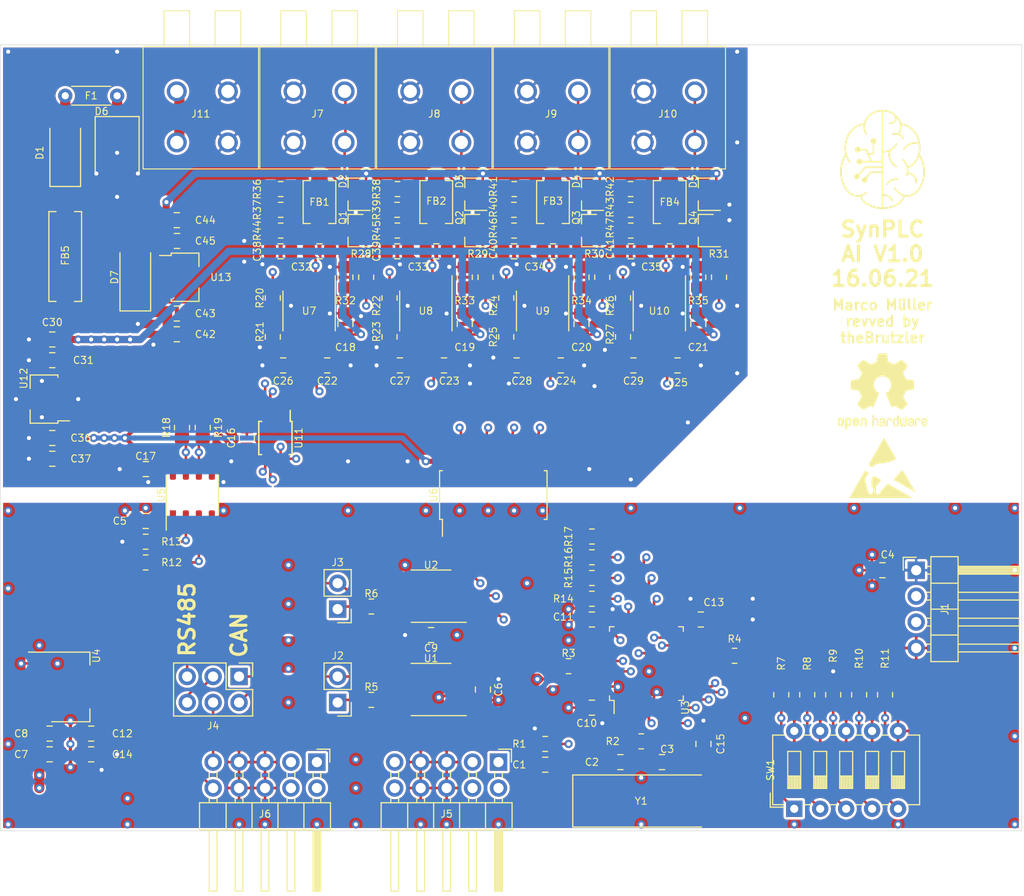
<source format=kicad_pcb>
(kicad_pcb (version 20171130) (host pcbnew 5.1.10-88a1d61d58~90~ubuntu20.04.1)
  (layers (0 F.Cu signal) (1 In1.Cu signal) (2 In2.Cu signal) (31 B.Cu signal) (34 B.Paste user hide) (35 F.Paste user hide) (36 B.SilkS user hide) (37 F.SilkS user) (38 B.Mask user hide) (39 F.Mask user hide) (44 Edge.Cuts user))
  (net 0 "")
  (net 1 "Net-(C1-Pad2)")
  (net 2 GND)
  (net 3 "Net-(C2-Pad2)")
  (net 4 "Net-(C3-Pad2)")
  (net 5 +3V3)
  (net 6 VCC)
  (net 7 +5V)
  (net 8 GND2)
  (net 9 +24V)
  (net 10 "Net-(C22-Pad2)")
  (net 11 "Net-(C23-Pad2)")
  (net 12 "Net-(C24-Pad2)")
  (net 13 "Net-(C25-Pad2)")
  (net 14 "Net-(C26-Pad2)")
  (net 15 "Net-(C27-Pad2)")
  (net 16 "Net-(C28-Pad2)")
  (net 17 "Net-(C29-Pad2)")
  (net 18 "Net-(C32-Pad2)")
  (net 19 "Net-(C33-Pad2)")
  (net 20 "Net-(C34-Pad2)")
  (net 21 "Net-(C35-Pad2)")
  (net 22 "Net-(C38-Pad2)")
  (net 23 "Net-(C39-Pad2)")
  (net 24 "Net-(C40-Pad2)")
  (net 25 "Net-(C41-Pad2)")
  (net 26 "Net-(D1-Pad2)")
  (net 27 "Net-(D2-Pad3)")
  (net 28 "Net-(D3-Pad3)")
  (net 29 "Net-(D4-Pad3)")
  (net 30 "Net-(D5-Pad3)")
  (net 31 "Net-(D6-Pad1)")
  (net 32 SWCLK)
  (net 33 SWIO)
  (net 34 "Net-(J2-Pad2)")
  (net 35 "Net-(J2-Pad1)")
  (net 36 "Net-(J3-Pad2)")
  (net 37 "Net-(J3-Pad1)")
  (net 38 "Net-(J4-Pad6)")
  (net 39 BUS+)
  (net 40 BUS-)
  (net 41 "Net-(J4-Pad2)")
  (net 42 "Net-(Q1-Pad3)")
  (net 43 "Net-(Q1-Pad1)")
  (net 44 "Net-(Q2-Pad3)")
  (net 45 "Net-(Q2-Pad1)")
  (net 46 "Net-(Q3-Pad3)")
  (net 47 "Net-(Q3-Pad1)")
  (net 48 "Net-(Q4-Pad3)")
  (net 49 "Net-(Q4-Pad1)")
  (net 50 "Net-(R3-Pad1)")
  (net 51 "Net-(R4-Pad1)")
  (net 52 "Net-(R7-Pad1)")
  (net 53 "Net-(R8-Pad1)")
  (net 54 "Net-(R9-Pad1)")
  (net 55 "Net-(R10-Pad1)")
  (net 56 "Net-(R11-Pad1)")
  (net 57 SDA)
  (net 58 SCL)
  (net 59 "Net-(R14-Pad2)")
  (net 60 "Net-(R14-Pad1)")
  (net 61 "Net-(R15-Pad2)")
  (net 62 "Net-(R15-Pad1)")
  (net 63 "Net-(R16-Pad2)")
  (net 64 "Net-(R16-Pad1)")
  (net 65 "Net-(R17-Pad2)")
  (net 66 "Net-(R17-Pad1)")
  (net 67 "Net-(R18-Pad2)")
  (net 68 "Net-(R19-Pad2)")
  (net 69 CC1)
  (net 70 CC2)
  (net 71 CC3)
  (net 72 CC4)
  (net 73 "Net-(R36-Pad2)")
  (net 74 "Net-(R38-Pad2)")
  (net 75 "Net-(R40-Pad2)")
  (net 76 "Net-(R42-Pad2)")
  (net 77 "Net-(U1-Pad8)")
  (net 78 "Net-(U1-Pad5)")
  (net 79 CAN_RD)
  (net 80 CAN_TD)
  (net 81 TXD)
  (net 82 DIR)
  (net 83 RXD)
  (net 84 "Net-(U3-Pad40)")
  (net 85 "Net-(U3-Pad39)")
  (net 86 "Net-(U3-Pad38)")
  (net 87 "Net-(U3-Pad33)")
  (net 88 "Net-(U3-Pad28)")
  (net 89 "Net-(U3-Pad27)")
  (net 90 "Net-(U3-Pad26)")
  (net 91 "Net-(U3-Pad19)")
  (net 92 "Net-(U3-Pad18)")
  (net 93 "Net-(U3-Pad17)")
  (net 94 "Net-(U3-Pad16)")
  (net 95 "Net-(U3-Pad15)")
  (net 96 "Net-(U3-Pad4)")
  (net 97 "Net-(U3-Pad3)")
  (net 98 "Net-(U3-Pad2)")
  (net 99 "Net-(U11-Pad2)")
  (net 100 "Net-(D1-Pad1)")
  (net 101 "Net-(FB1-Pad2)")
  (net 102 "Net-(FB2-Pad2)")
  (net 103 "Net-(FB3-Pad2)")
  (net 104 "Net-(FB4-Pad2)")
  (net 105 "Net-(U3-Pad41)")
  (net 106 +10V)
  (module Symbol:ESD-Logo_6.6x6mm_SilkScreen (layer F.Cu) (at 182.372 99.695)
    (fp_text reference REF** hide)
    (fp_text value ESD-Logo_6.6x6mm_SilkScreen hide)
  )
  (module Button_Switch_THT:SW_DIP_SPSTx05_Slide_6.7x14.26mm_W7.62mm_P2.54mm_LowProfile (layer F.Cu) (at 173.736 133.096 90)
    (fp_text reference SW1 (at 3.81 -2.33 90) (layer F.SilkS) (effects (font (size 0.7 0.7) (thickness 0.1))))
    (fp_text value SW_DIP_x05)
    (pad 10 thru_hole oval (at 7.62 0 90) (size 1.6 1.6) (drill 0.8) (layers *.Cu *.Mask) (net 2 GND))
    (pad 5 thru_hole oval (at 0 10.16 90) (size 1.6 1.6) (drill 0.8) (layers *.Cu *.Mask) (net 56 "Net-(R11-Pad1)"))
    (pad 9 thru_hole oval (at 7.62 2.54 90) (size 1.6 1.6) (drill 0.8) (layers *.Cu *.Mask) (net 2 GND))
    (pad 4 thru_hole oval (at 0 7.62 90) (size 1.6 1.6) (drill 0.8) (layers *.Cu *.Mask) (net 55 "Net-(R10-Pad1)"))
    (pad 8 thru_hole oval (at 7.62 5.08 90) (size 1.6 1.6) (drill 0.8) (layers *.Cu *.Mask) (net 2 GND))
    (pad 3 thru_hole oval (at 0 5.08 90) (size 1.6 1.6) (drill 0.8) (layers *.Cu *.Mask) (net 54 "Net-(R9-Pad1)"))
    (pad 7 thru_hole oval (at 7.62 7.62 90) (size 1.6 1.6) (drill 0.8) (layers *.Cu *.Mask) (net 2 GND))
    (pad 2 thru_hole oval (at 0 2.54 90) (size 1.6 1.6) (drill 0.8) (layers *.Cu *.Mask) (net 53 "Net-(R8-Pad1)"))
    (pad 6 thru_hole oval (at 7.62 10.16 90) (size 1.6 1.6) (drill 0.8) (layers *.Cu *.Mask) (net 2 GND))
    (pad 1 thru_hole rect (at 0 0 90) (size 1.6 1.6) (drill 0.8) (layers *.Cu *.Mask) (net 52 "Net-(R7-Pad1)"))
  )
  (module Package_TO_SOT_SMD:SOT-89-3 (layer F.Cu) (at 113.792 81.026)
    (fp_text reference U13 (at 3.81 0) (layer F.SilkS) (effects (font (size 0.7 0.7) (thickness 0.1))))
    (fp_text value L78L10_SOT89)
    (pad 2 smd custom (at -1.5625 0) (size 1.475 0.9) (layers F.Cu F.Paste F.Mask) (net 8 GND2) (options (clearance outline) (anchor rect)) (primitives (gr_poly (pts (xy 0.7375 -0.8665) (xy 3.8625 -0.8665) (xy 3.8625 0.8665) (xy 0.7375 0.8665)) (width 0))))
    (pad 3 smd rect (at -1.65 1.5) (size 1.3 0.9) (layers F.Cu F.Paste F.Mask) (net 9 +24V))
    (pad 1 smd rect (at -1.65 -1.5) (size 1.3 0.9) (layers F.Cu F.Paste F.Mask) (net 106 +10V))
  )
  (module Diode_SMD:D_MELF (layer F.Cu) (at 109.22 81.026 90)
    (fp_text reference D7 (at 0 -2.032 90) (layer F.SilkS) (effects (font (size 0.7 0.7) (thickness 0.1))))
    (fp_text value 1N4001)
    (pad 2 smd rect (at 2.4 0 90) (size 1.5 2.7) (layers F.Cu F.Paste F.Mask) (net 106 +10V))
    (pad 1 smd rect (at -2.4 0 90) (size 1.5 2.7) (layers F.Cu F.Paste F.Mask) (net 9 +24V))
  )
  (module Capacitor_SMD:C_0805_2012Metric_Pad1.18x1.45mm_HandSolder (layer F.Cu) (at 113.3055 77.47 180)
    (fp_text reference C45 (at -2.7725 0) (layer F.SilkS) (effects (font (size 0.7 0.7) (thickness 0.1))))
    (fp_text value 1µ)
    (pad 2 smd roundrect (at 1.0375 0 180) (size 1.175 1.45) (layers F.Cu F.Paste F.Mask) (roundrect_rratio 0.2127659574468085) (net 106 +10V))
    (pad 1 smd roundrect (at -1.0375 0 180) (size 1.175 1.45) (layers F.Cu F.Paste F.Mask) (roundrect_rratio 0.2127659574468085) (net 8 GND2))
  )
  (module Capacitor_SMD:C_0805_2012Metric_Pad1.18x1.45mm_HandSolder (layer F.Cu) (at 113.284 75.438 180)
    (fp_text reference C44 (at -2.794 0) (layer F.SilkS) (effects (font (size 0.7 0.7) (thickness 0.1))))
    (fp_text value 100n)
    (pad 2 smd roundrect (at 1.0375 0 180) (size 1.175 1.45) (layers F.Cu F.Paste F.Mask) (roundrect_rratio 0.2127659574468085) (net 106 +10V))
    (pad 1 smd roundrect (at -1.0375 0 180) (size 1.175 1.45) (layers F.Cu F.Paste F.Mask) (roundrect_rratio 0.2127659574468085) (net 8 GND2))
  )
  (module Capacitor_SMD:C_0805_2012Metric_Pad1.18x1.45mm_HandSolder (layer F.Cu) (at 113.284 84.582 180)
    (fp_text reference C43 (at -2.794 0) (layer F.SilkS) (effects (font (size 0.7 0.7) (thickness 0.1))))
    (fp_text value 100n)
    (pad 2 smd roundrect (at 1.0375 0 180) (size 1.175 1.45) (layers F.Cu F.Paste F.Mask) (roundrect_rratio 0.2127659574468085) (net 9 +24V))
    (pad 1 smd roundrect (at -1.0375 0 180) (size 1.175 1.45) (layers F.Cu F.Paste F.Mask) (roundrect_rratio 0.2127659574468085) (net 8 GND2))
  )
  (module Capacitor_SMD:C_0805_2012Metric_Pad1.18x1.45mm_HandSolder (layer F.Cu) (at 113.284 86.614 180)
    (fp_text reference C42 (at -2.794 0) (layer F.SilkS) (effects (font (size 0.7 0.7) (thickness 0.1))))
    (fp_text value 1µ)
    (pad 2 smd roundrect (at 1.0375 0 180) (size 1.175 1.45) (layers F.Cu F.Paste F.Mask) (roundrect_rratio 0.2127659574468085) (net 9 +24V))
    (pad 1 smd roundrect (at -1.0375 0 180) (size 1.175 1.45) (layers F.Cu F.Paste F.Mask) (roundrect_rratio 0.2127659574468085) (net 8 GND2))
  )
  (module KiCAD_Additional_Parts:SMB-001 (layer F.Cu) (at 161.544 73.66 90)
    (fp_text reference FB4 (at 0 0 180) (layer F.SilkS) (effects (font (size 0.7 0.7) (thickness 0.1))))
    (fp_text value Ferrite_Bead_Small)
    (pad 2 smd roundrect (at -2.1 0 90) (size 2 1.6) (layers F.Cu F.Paste F.Mask) (net 104 "Net-(FB4-Pad2)"))
    (pad 1 smd roundrect (at 2.1 0 90) (size 2 1.6) (layers F.Cu F.Paste F.Mask) (net 30 "Net-(D5-Pad3)"))
  )
  (module KiCAD_Additional_Parts:SMB-001 (layer F.Cu) (at 150.114 73.66 90)
    (fp_text reference FB3 (at 0.1 0 180) (layer F.SilkS) (effects (font (size 0.7 0.7) (thickness 0.1))))
    (fp_text value Ferrite_Bead_Small)
    (pad 2 smd roundrect (at -2.1 0 90) (size 2 1.6) (layers F.Cu F.Paste F.Mask) (net 103 "Net-(FB3-Pad2)"))
    (pad 1 smd roundrect (at 2.1 0 90) (size 2 1.6) (layers F.Cu F.Paste F.Mask) (net 29 "Net-(D4-Pad3)"))
  )
  (module KiCAD_Additional_Parts:SMB-001 (layer F.Cu) (at 138.684 73.66 90)
    (fp_text reference FB2 (at 0.1 0 180) (layer F.SilkS) (effects (font (size 0.7 0.7) (thickness 0.1))))
    (fp_text value Ferrite_Bead_Small)
    (pad 2 smd roundrect (at -2.1 0 90) (size 2 1.6) (layers F.Cu F.Paste F.Mask) (net 102 "Net-(FB2-Pad2)"))
    (pad 1 smd roundrect (at 2.1 0 90) (size 2 1.6) (layers F.Cu F.Paste F.Mask) (net 28 "Net-(D3-Pad3)"))
  )
  (module KiCAD_Additional_Parts:SMB-001 (layer F.Cu) (at 127.254 73.66 90)
    (fp_text reference FB1 (at 0 0 180) (layer F.SilkS) (effects (font (size 0.7 0.7) (thickness 0.1))))
    (fp_text value Ferrite_Bead_Small)
    (pad 2 smd roundrect (at -2.1 0 90) (size 2 1.6) (layers F.Cu F.Paste F.Mask) (net 101 "Net-(FB1-Pad2)"))
    (pad 1 smd roundrect (at 2.1 0 90) (size 2 1.6) (layers F.Cu F.Paste F.Mask) (net 27 "Net-(D2-Pad3)"))
  )
  (module KiCAD_Additional_Parts:SMB-002 (layer F.Cu) (at 102.362 78.994 90)
    (fp_text reference FB5 (at 0.1 0 90) (layer F.SilkS) (effects (font (size 0.7 0.7) (thickness 0.1))))
    (fp_text value Ferrite_Bead)
    (pad 1 smd roundrect (at 4.4 0 90) (size 2 1.6) (layers F.Cu F.Paste F.Mask) (net 100 "Net-(D1-Pad1)"))
    (pad 2 smd roundrect (at -4.4 0 90) (size 2 1.6) (layers F.Cu F.Paste F.Mask) (net 9 +24V))
  )
  (module Resistor_SMD:R_0805_2012Metric_Pad1.20x1.40mm_HandSolder (layer F.Cu) (at 157.734 76.454 180)
    (fp_text reference R47 (at 2.032 0.254 90) (layer F.SilkS) (effects (font (size 0.7 0.7) (thickness 0.1))))
    (fp_text value 1k)
    (pad 2 smd roundrect (at 1 0 180) (size 1.2 1.4) (layers F.Cu F.Paste F.Mask) (roundrect_rratio 0.2083325) (net 104 "Net-(FB4-Pad2)"))
    (pad 1 smd roundrect (at -1 0 180) (size 1.2 1.4) (layers F.Cu F.Paste F.Mask) (roundrect_rratio 0.2083325) (net 25 "Net-(C41-Pad2)"))
  )
  (module Resistor_SMD:R_0805_2012Metric_Pad1.20x1.40mm_HandSolder (layer F.Cu) (at 146.304 76.454 180)
    (fp_text reference R46 (at 2.032 0.254 90) (layer F.SilkS) (effects (font (size 0.7 0.7) (thickness 0.1))))
    (fp_text value 1k)
    (pad 2 smd roundrect (at 1 0 180) (size 1.2 1.4) (layers F.Cu F.Paste F.Mask) (roundrect_rratio 0.2083325) (net 103 "Net-(FB3-Pad2)"))
    (pad 1 smd roundrect (at -1 0 180) (size 1.2 1.4) (layers F.Cu F.Paste F.Mask) (roundrect_rratio 0.2083325) (net 24 "Net-(C40-Pad2)"))
  )
  (module Resistor_SMD:R_0805_2012Metric_Pad1.20x1.40mm_HandSolder (layer F.Cu) (at 134.874 76.454 180)
    (fp_text reference R45 (at 2.032 0 90) (layer F.SilkS) (effects (font (size 0.7 0.7) (thickness 0.1))))
    (fp_text value 1k)
    (pad 2 smd roundrect (at 1 0 180) (size 1.2 1.4) (layers F.Cu F.Paste F.Mask) (roundrect_rratio 0.2083325) (net 102 "Net-(FB2-Pad2)"))
    (pad 1 smd roundrect (at -1 0 180) (size 1.2 1.4) (layers F.Cu F.Paste F.Mask) (roundrect_rratio 0.2083325) (net 23 "Net-(C39-Pad2)"))
  )
  (module Resistor_SMD:R_0805_2012Metric_Pad1.20x1.40mm_HandSolder (layer F.Cu) (at 123.46 76.454 180)
    (fp_text reference R44 (at 2.302 0 90) (layer F.SilkS) (effects (font (size 0.7 0.7) (thickness 0.1))))
    (fp_text value 1k)
    (pad 2 smd roundrect (at 1 0 180) (size 1.2 1.4) (layers F.Cu F.Paste F.Mask) (roundrect_rratio 0.2083325) (net 101 "Net-(FB1-Pad2)"))
    (pad 1 smd roundrect (at -1 0 180) (size 1.2 1.4) (layers F.Cu F.Paste F.Mask) (roundrect_rratio 0.2083325) (net 22 "Net-(C38-Pad2)"))
  )
  (module Symbol:OSHW-Logo2_9.8x8mm_SilkScreen (layer F.Cu) (at 182.372 92.202)
    (fp_text reference REF** hide)
    (fp_text value OSHW-Logo2_9.8x8mm_SilkScreen hide)
  )
  (module Pictures:logo_new (layer F.Cu) (at 182.372 69.596)
    (fp_text reference G*** hide)
    (fp_text value LOGO hide)
  )
  (module Diode_SMD:D_MELF (layer F.Cu) (at 102.362 68.834 90)
    (fp_text reference D1 (at 0 -2.5 90) (layer F.SilkS) (effects (font (size 0.7 0.7) (thickness 0.1))))
    (fp_text value 1N4001)
    (pad 2 smd rect (at 2.4 0 90) (size 1.5 2.7) (layers F.Cu F.Paste F.Mask) (net 26 "Net-(D1-Pad2)"))
    (pad 1 smd rect (at -2.4 0 90) (size 1.5 2.7) (layers F.Cu F.Paste F.Mask) (net 100 "Net-(D1-Pad1)"))
  )
  (module Crystal:Crystal_SMD_HC49-SD (layer F.Cu) (at 158.75 132.334)
    (fp_text reference Y1 (at 0 0) (layer F.SilkS) (effects (font (size 0.7 0.7) (thickness 0.1))))
    (fp_text value 8MHz)
    (pad 2 smd rect (at 4.25 0) (size 4.5 2) (layers F.Cu F.Paste F.Mask) (net 4 "Net-(C3-Pad2)"))
    (pad 1 smd rect (at -4.25 0) (size 4.5 2) (layers F.Cu F.Paste F.Mask) (net 3 "Net-(C2-Pad2)"))
  )
  (module Package_TO_SOT_SMD:SOT-89-3 (layer F.Cu) (at 100.584 92.964 180)
    (fp_text reference U12 (at 2.286 2.032 90) (layer F.SilkS) (effects (font (size 0.7 0.7) (thickness 0.1))))
    (fp_text value L78L05_SOT89)
    (pad 2 smd custom (at -1.5625 0 180) (size 1.475 0.9) (layers F.Cu F.Paste F.Mask) (net 8 GND2) (options (clearance outline) (anchor rect)) (primitives (gr_poly (pts (xy 0.7375 -0.8665) (xy 3.8625 -0.8665) (xy 3.8625 0.8665) (xy 0.7375 0.8665)) (width 0))))
    (pad 3 smd rect (at -1.65 1.5 180) (size 1.3 0.9) (layers F.Cu F.Paste F.Mask) (net 9 +24V))
    (pad 1 smd rect (at -1.65 -1.5 180) (size 1.3 0.9) (layers F.Cu F.Paste F.Mask) (net 7 +5V))
  )
  (module Package_SO:TSSOP-10_3x3mm_P0.5mm (layer F.Cu) (at 122.936 96.774 270)
    (fp_text reference U11 (at 0 -2.286 270) (layer F.SilkS) (effects (font (size 0.7 0.7) (thickness 0.1))))
    (fp_text value ADS1115IDGS)
    (pad 10 smd rect (at 2.15 -1 270) (size 1.1 0.25) (layers F.Cu F.Paste F.Mask) (net 67 "Net-(R18-Pad2)"))
    (pad 9 smd rect (at 2.15 -0.5 270) (size 1.1 0.25) (layers F.Cu F.Paste F.Mask) (net 68 "Net-(R19-Pad2)"))
    (pad 8 smd rect (at 2.15 0 270) (size 1.1 0.25) (layers F.Cu F.Paste F.Mask) (net 7 +5V))
    (pad 7 smd rect (at 2.15 0.5 270) (size 1.1 0.25) (layers F.Cu F.Paste F.Mask) (net 13 "Net-(C25-Pad2)"))
    (pad 6 smd rect (at 2.15 1 270) (size 1.1 0.25) (layers F.Cu F.Paste F.Mask) (net 12 "Net-(C24-Pad2)"))
    (pad 5 smd rect (at -2.15 1 270) (size 1.1 0.25) (layers F.Cu F.Paste F.Mask) (net 11 "Net-(C23-Pad2)"))
    (pad 4 smd rect (at -2.15 0.5 270) (size 1.1 0.25) (layers F.Cu F.Paste F.Mask) (net 10 "Net-(C22-Pad2)"))
    (pad 3 smd rect (at -2.15 0 270) (size 1.1 0.25) (layers F.Cu F.Paste F.Mask) (net 8 GND2))
    (pad 2 smd rect (at -2.15 -0.5 270) (size 1.1 0.25) (layers F.Cu F.Paste F.Mask) (net 99 "Net-(U11-Pad2)"))
    (pad 1 smd rect (at -2.15 -1 270) (size 1.1 0.25) (layers F.Cu F.Paste F.Mask) (net 8 GND2))
  )
  (module Package_SO:SOIC-8_3.9x4.9mm_P1.27mm (layer F.Cu) (at 160.528 84.328 270)
    (fp_text reference U10 (at 0 0 180) (layer F.SilkS) (effects (font (size 0.7 0.7) (thickness 0.1))))
    (fp_text value LM358)
    (pad 8 smd roundrect (at 2.475 -1.905 270) (size 1.95 0.6) (layers F.Cu F.Paste F.Mask) (net 9 +24V))
    (pad 7 smd roundrect (at 2.475 -0.635 270) (size 1.95 0.6) (layers F.Cu F.Paste F.Mask) (net 13 "Net-(C25-Pad2)"))
    (pad 6 smd roundrect (at 2.475 0.635 270) (size 1.95 0.6) (layers F.Cu F.Paste F.Mask) (net 13 "Net-(C25-Pad2)"))
    (pad 5 smd roundrect (at 2.475 1.905 270) (size 1.95 0.6) (layers F.Cu F.Paste F.Mask) (net 17 "Net-(C29-Pad2)"))
    (pad 4 smd roundrect (at -2.475 1.905 270) (size 1.95 0.6) (layers F.Cu F.Paste F.Mask) (net 8 GND2))
    (pad 3 smd roundrect (at -2.475 0.635 270) (size 1.95 0.6) (layers F.Cu F.Paste F.Mask) (net 25 "Net-(C41-Pad2)"))
    (pad 2 smd roundrect (at -2.475 -0.635 270) (size 1.95 0.6) (layers F.Cu F.Paste F.Mask) (net 21 "Net-(C35-Pad2)"))
    (pad 1 smd rect (at -2.475 -1.905 270) (size 1.95 0.6) (layers F.Cu F.Paste F.Mask) (net 21 "Net-(C35-Pad2)"))
  )
  (module Package_SO:SOIC-8_3.9x4.9mm_P1.27mm (layer F.Cu) (at 149.098 84.328 270)
    (fp_text reference U9 (at 0 0 180) (layer F.SilkS) (effects (font (size 0.7 0.7) (thickness 0.1))))
    (fp_text value LM358)
    (pad 8 smd roundrect (at 2.475 -1.905 270) (size 1.95 0.6) (layers F.Cu F.Paste F.Mask) (net 9 +24V))
    (pad 7 smd roundrect (at 2.475 -0.635 270) (size 1.95 0.6) (layers F.Cu F.Paste F.Mask) (net 12 "Net-(C24-Pad2)"))
    (pad 6 smd roundrect (at 2.475 0.635 270) (size 1.95 0.6) (layers F.Cu F.Paste F.Mask) (net 12 "Net-(C24-Pad2)"))
    (pad 5 smd roundrect (at 2.475 1.905 270) (size 1.95 0.6) (layers F.Cu F.Paste F.Mask) (net 16 "Net-(C28-Pad2)"))
    (pad 4 smd roundrect (at -2.475 1.905 270) (size 1.95 0.6) (layers F.Cu F.Paste F.Mask) (net 8 GND2))
    (pad 3 smd roundrect (at -2.475 0.635 270) (size 1.95 0.6) (layers F.Cu F.Paste F.Mask) (net 24 "Net-(C40-Pad2)"))
    (pad 2 smd roundrect (at -2.475 -0.635 270) (size 1.95 0.6) (layers F.Cu F.Paste F.Mask) (net 20 "Net-(C34-Pad2)"))
    (pad 1 smd rect (at -2.475 -1.905 270) (size 1.95 0.6) (layers F.Cu F.Paste F.Mask) (net 20 "Net-(C34-Pad2)"))
  )
  (module Package_SO:SOIC-8_3.9x4.9mm_P1.27mm (layer F.Cu) (at 137.668 84.328 270)
    (fp_text reference U8 (at 0 0 180) (layer F.SilkS) (effects (font (size 0.7 0.7) (thickness 0.1))))
    (fp_text value LM358)
    (pad 8 smd roundrect (at 2.475 -1.905 270) (size 1.95 0.6) (layers F.Cu F.Paste F.Mask) (net 9 +24V))
    (pad 7 smd roundrect (at 2.475 -0.635 270) (size 1.95 0.6) (layers F.Cu F.Paste F.Mask) (net 11 "Net-(C23-Pad2)"))
    (pad 6 smd roundrect (at 2.475 0.635 270) (size 1.95 0.6) (layers F.Cu F.Paste F.Mask) (net 11 "Net-(C23-Pad2)"))
    (pad 5 smd roundrect (at 2.475 1.905 270) (size 1.95 0.6) (layers F.Cu F.Paste F.Mask) (net 15 "Net-(C27-Pad2)"))
    (pad 4 smd roundrect (at -2.475 1.905 270) (size 1.95 0.6) (layers F.Cu F.Paste F.Mask) (net 8 GND2))
    (pad 3 smd roundrect (at -2.475 0.635 270) (size 1.95 0.6) (layers F.Cu F.Paste F.Mask) (net 23 "Net-(C39-Pad2)"))
    (pad 2 smd roundrect (at -2.475 -0.635 270) (size 1.95 0.6) (layers F.Cu F.Paste F.Mask) (net 19 "Net-(C33-Pad2)"))
    (pad 1 smd rect (at -2.475 -1.905 270) (size 1.95 0.6) (layers F.Cu F.Paste F.Mask) (net 19 "Net-(C33-Pad2)"))
  )
  (module Package_SO:SOIC-8_3.9x4.9mm_P1.27mm (layer F.Cu) (at 126.238 84.328 270)
    (fp_text reference U7 (at 0 0 180) (layer F.SilkS) (effects (font (size 0.7 0.7) (thickness 0.1))))
    (fp_text value LM358)
    (pad 8 smd roundrect (at 2.475 -1.905 270) (size 1.95 0.6) (layers F.Cu F.Paste F.Mask) (net 9 +24V))
    (pad 7 smd roundrect (at 2.475 -0.635 270) (size 1.95 0.6) (layers F.Cu F.Paste F.Mask) (net 10 "Net-(C22-Pad2)"))
    (pad 6 smd roundrect (at 2.475 0.635 270) (size 1.95 0.6) (layers F.Cu F.Paste F.Mask) (net 10 "Net-(C22-Pad2)"))
    (pad 5 smd roundrect (at 2.475 1.905 270) (size 1.95 0.6) (layers F.Cu F.Paste F.Mask) (net 14 "Net-(C26-Pad2)"))
    (pad 4 smd roundrect (at -2.475 1.905 270) (size 1.95 0.6) (layers F.Cu F.Paste F.Mask) (net 8 GND2))
    (pad 3 smd roundrect (at -2.475 0.635 270) (size 1.95 0.6) (layers F.Cu F.Paste F.Mask) (net 22 "Net-(C38-Pad2)"))
    (pad 2 smd roundrect (at -2.475 -0.635 270) (size 1.95 0.6) (layers F.Cu F.Paste F.Mask) (net 18 "Net-(C32-Pad2)"))
    (pad 1 smd rect (at -2.475 -1.905 270) (size 1.95 0.6) (layers F.Cu F.Paste F.Mask) (net 18 "Net-(C32-Pad2)"))
  )
  (module Package_SO:SOIC-16_4.55x10.3mm_P1.27mm (layer F.Cu) (at 144.272 102.362 90)
    (fp_text reference U6 (at 0 -5.842 90) (layer F.SilkS) (effects (font (size 0.7 0.7) (thickness 0.1))))
    (fp_text value TLP291-4)
    (pad 16 smd roundrect (at 3.25 -4.445 90) (size 1.6 0.55) (layers F.Cu F.Paste F.Mask) (net 7 +5V))
    (pad 15 smd roundrect (at 3.25 -3.175 90) (size 1.6 0.55) (layers F.Cu F.Paste F.Mask) (net 69 CC1))
    (pad 14 smd roundrect (at 3.25 -1.905 90) (size 1.6 0.55) (layers F.Cu F.Paste F.Mask) (net 7 +5V))
    (pad 13 smd roundrect (at 3.25 -0.635 90) (size 1.6 0.55) (layers F.Cu F.Paste F.Mask) (net 70 CC2))
    (pad 12 smd roundrect (at 3.25 0.635 90) (size 1.6 0.55) (layers F.Cu F.Paste F.Mask) (net 7 +5V))
    (pad 11 smd roundrect (at 3.25 1.905 90) (size 1.6 0.55) (layers F.Cu F.Paste F.Mask) (net 71 CC3))
    (pad 10 smd roundrect (at 3.25 3.175 90) (size 1.6 0.55) (layers F.Cu F.Paste F.Mask) (net 7 +5V))
    (pad 9 smd roundrect (at 3.25 4.445 90) (size 1.6 0.55) (layers F.Cu F.Paste F.Mask) (net 72 CC4))
    (pad 8 smd roundrect (at -3.25 4.445 90) (size 1.6 0.55) (layers F.Cu F.Paste F.Mask) (net 2 GND))
    (pad 7 smd roundrect (at -3.25 3.175 90) (size 1.6 0.55) (layers F.Cu F.Paste F.Mask) (net 66 "Net-(R17-Pad1)"))
    (pad 6 smd roundrect (at -3.25 1.905 90) (size 1.6 0.55) (layers F.Cu F.Paste F.Mask) (net 2 GND))
    (pad 5 smd roundrect (at -3.25 0.635 90) (size 1.6 0.55) (layers F.Cu F.Paste F.Mask) (net 64 "Net-(R16-Pad1)"))
    (pad 4 smd roundrect (at -3.25 -0.635 90) (size 1.6 0.55) (layers F.Cu F.Paste F.Mask) (net 2 GND))
    (pad 3 smd roundrect (at -3.25 -1.905 90) (size 1.6 0.55) (layers F.Cu F.Paste F.Mask) (net 62 "Net-(R15-Pad1)"))
    (pad 2 smd roundrect (at -3.25 -3.175 90) (size 1.6 0.55) (layers F.Cu F.Paste F.Mask) (net 2 GND))
    (pad 1 smd rect (at -3.25 -4.445 90) (size 1.6 0.55) (layers F.Cu F.Paste F.Mask) (net 60 "Net-(R14-Pad1)"))
  )
  (module Package_SO:SOIC-8_3.9x4.9mm_P1.27mm (layer F.Cu) (at 114.808 102.362 90)
    (fp_text reference U5 (at 0 -3.048 90) (layer F.SilkS) (effects (font (size 0.7 0.7) (thickness 0.1))))
    (fp_text value ADuM1250)
    (pad 8 smd roundrect (at 2.475 -1.905 90) (size 1.95 0.6) (layers F.Cu F.Paste F.Mask) (net 7 +5V))
    (pad 7 smd roundrect (at 2.475 -0.635 90) (size 1.95 0.6) (layers F.Cu F.Paste F.Mask) (net 67 "Net-(R18-Pad2)"))
    (pad 6 smd roundrect (at 2.475 0.635 90) (size 1.95 0.6) (layers F.Cu F.Paste F.Mask) (net 68 "Net-(R19-Pad2)"))
    (pad 5 smd roundrect (at 2.475 1.905 90) (size 1.95 0.6) (layers F.Cu F.Paste F.Mask) (net 8 GND2))
    (pad 4 smd roundrect (at -2.475 1.905 90) (size 1.95 0.6) (layers F.Cu F.Paste F.Mask) (net 2 GND))
    (pad 3 smd roundrect (at -2.475 0.635 90) (size 1.95 0.6) (layers F.Cu F.Paste F.Mask) (net 57 SDA))
    (pad 2 smd roundrect (at -2.475 -0.635 90) (size 1.95 0.6) (layers F.Cu F.Paste F.Mask) (net 58 SCL))
    (pad 1 smd rect (at -2.475 -1.905 90) (size 1.95 0.6) (layers F.Cu F.Paste F.Mask) (net 5 +3V3))
  )
  (module Package_TO_SOT_SMD:SOT-223-3_TabPin2 (layer F.Cu) (at 102.87 121.158)
    (fp_text reference U4 (at 2.54 -3.048 90) (layer F.SilkS) (effects (font (size 0.7 0.7) (thickness 0.1))))
    (fp_text value AP1117-33)
    (pad 1 smd rect (at -3.15 -2.3) (size 2 1.5) (layers F.Cu F.Paste F.Mask) (net 2 GND))
    (pad 3 smd rect (at -3.15 2.3) (size 2 1.5) (layers F.Cu F.Paste F.Mask) (net 6 VCC))
    (pad 2 smd rect (at -3.15 0) (size 2 1.5) (layers F.Cu F.Paste F.Mask) (net 5 +3V3))
    (pad 2 smd rect (at 3.15 0) (size 2 3.8) (layers F.Cu F.Paste F.Mask) (net 5 +3V3))
  )
  (module Package_QFP:LQFP-48_7x7mm_P0.5mm (layer F.Cu) (at 159.258 118.872 90)
    (fp_text reference U3 (at -4.318 3.81 90) (layer F.SilkS) (effects (font (size 0.7 0.7) (thickness 0.1))))
    (fp_text value STM32F103C8Tx)
    (pad 48 smd roundrect (at -2.75 -4.1625 90) (size 0.3 1.475) (layers F.Cu F.Paste F.Mask) (net 5 +3V3))
    (pad 47 smd roundrect (at -2.25 -4.1625 90) (size 0.3 1.475) (layers F.Cu F.Paste F.Mask) (net 2 GND))
    (pad 46 smd roundrect (at -1.75 -4.1625 90) (size 0.3 1.475) (layers F.Cu F.Paste F.Mask) (net 80 CAN_TD))
    (pad 45 smd roundrect (at -1.25 -4.1625 90) (size 0.3 1.475) (layers F.Cu F.Paste F.Mask) (net 79 CAN_RD))
    (pad 44 smd roundrect (at -0.75 -4.1625 90) (size 0.3 1.475) (layers F.Cu F.Paste F.Mask) (net 50 "Net-(R3-Pad1)"))
    (pad 43 smd roundrect (at -0.25 -4.1625 90) (size 0.3 1.475) (layers F.Cu F.Paste F.Mask) (net 57 SDA))
    (pad 42 smd roundrect (at 0.25 -4.1625 90) (size 0.3 1.475) (layers F.Cu F.Paste F.Mask) (net 58 SCL))
    (pad 41 smd roundrect (at 0.75 -4.1625 90) (size 0.3 1.475) (layers F.Cu F.Paste F.Mask) (net 105 "Net-(U3-Pad41)"))
    (pad 40 smd roundrect (at 1.25 -4.1625 90) (size 0.3 1.475) (layers F.Cu F.Paste F.Mask) (net 84 "Net-(U3-Pad40)"))
    (pad 39 smd roundrect (at 1.75 -4.1625 90) (size 0.3 1.475) (layers F.Cu F.Paste F.Mask) (net 85 "Net-(U3-Pad39)"))
    (pad 38 smd roundrect (at 2.25 -4.1625 90) (size 0.3 1.475) (layers F.Cu F.Paste F.Mask) (net 86 "Net-(U3-Pad38)"))
    (pad 37 smd roundrect (at 2.75 -4.1625 90) (size 0.3 1.475) (layers F.Cu F.Paste F.Mask) (net 32 SWCLK))
    (pad 36 smd roundrect (at 4.1625 -2.75 90) (size 1.475 0.3) (layers F.Cu F.Paste F.Mask) (net 5 +3V3))
    (pad 35 smd roundrect (at 4.1625 -2.25 90) (size 1.475 0.3) (layers F.Cu F.Paste F.Mask) (net 2 GND))
    (pad 34 smd roundrect (at 4.1625 -1.75 90) (size 1.475 0.3) (layers F.Cu F.Paste F.Mask) (net 33 SWIO))
    (pad 33 smd roundrect (at 4.1625 -1.25 90) (size 1.475 0.3) (layers F.Cu F.Paste F.Mask) (net 87 "Net-(U3-Pad33)"))
    (pad 32 smd roundrect (at 4.1625 -0.75 90) (size 1.475 0.3) (layers F.Cu F.Paste F.Mask) (net 65 "Net-(R17-Pad2)"))
    (pad 31 smd roundrect (at 4.1625 -0.25 90) (size 1.475 0.3) (layers F.Cu F.Paste F.Mask) (net 63 "Net-(R16-Pad2)"))
    (pad 30 smd roundrect (at 4.1625 0.25 90) (size 1.475 0.3) (layers F.Cu F.Paste F.Mask) (net 61 "Net-(R15-Pad2)"))
    (pad 29 smd roundrect (at 4.1625 0.75 90) (size 1.475 0.3) (layers F.Cu F.Paste F.Mask) (net 59 "Net-(R14-Pad2)"))
    (pad 28 smd roundrect (at 4.1625 1.25 90) (size 1.475 0.3) (layers F.Cu F.Paste F.Mask) (net 88 "Net-(U3-Pad28)"))
    (pad 27 smd roundrect (at 4.1625 1.75 90) (size 1.475 0.3) (layers F.Cu F.Paste F.Mask) (net 89 "Net-(U3-Pad27)"))
    (pad 26 smd roundrect (at 4.1625 2.25 90) (size 1.475 0.3) (layers F.Cu F.Paste F.Mask) (net 90 "Net-(U3-Pad26)"))
    (pad 25 smd roundrect (at 4.1625 2.75 90) (size 1.475 0.3) (layers F.Cu F.Paste F.Mask) (net 82 DIR))
    (pad 24 smd roundrect (at 2.75 4.1625 90) (size 0.3 1.475) (layers F.Cu F.Paste F.Mask) (net 5 +3V3))
    (pad 23 smd roundrect (at 2.25 4.1625 90) (size 0.3 1.475) (layers F.Cu F.Paste F.Mask) (net 2 GND))
    (pad 22 smd roundrect (at 1.75 4.1625 90) (size 0.3 1.475) (layers F.Cu F.Paste F.Mask) (net 83 RXD))
    (pad 21 smd roundrect (at 1.25 4.1625 90) (size 0.3 1.475) (layers F.Cu F.Paste F.Mask) (net 81 TXD))
    (pad 20 smd roundrect (at 0.75 4.1625 90) (size 0.3 1.475) (layers F.Cu F.Paste F.Mask) (net 51 "Net-(R4-Pad1)"))
    (pad 19 smd roundrect (at 0.25 4.1625 90) (size 0.3 1.475) (layers F.Cu F.Paste F.Mask) (net 91 "Net-(U3-Pad19)"))
    (pad 18 smd roundrect (at -0.25 4.1625 90) (size 0.3 1.475) (layers F.Cu F.Paste F.Mask) (net 92 "Net-(U3-Pad18)"))
    (pad 17 smd roundrect (at -0.75 4.1625 90) (size 0.3 1.475) (layers F.Cu F.Paste F.Mask) (net 93 "Net-(U3-Pad17)"))
    (pad 16 smd roundrect (at -1.25 4.1625 90) (size 0.3 1.475) (layers F.Cu F.Paste F.Mask) (net 94 "Net-(U3-Pad16)"))
    (pad 15 smd roundrect (at -1.75 4.1625 90) (size 0.3 1.475) (layers F.Cu F.Paste F.Mask) (net 95 "Net-(U3-Pad15)"))
    (pad 14 smd roundrect (at -2.25 4.1625 90) (size 0.3 1.475) (layers F.Cu F.Paste F.Mask) (net 56 "Net-(R11-Pad1)"))
    (pad 13 smd roundrect (at -2.75 4.1625 90) (size 0.3 1.475) (layers F.Cu F.Paste F.Mask) (net 55 "Net-(R10-Pad1)"))
    (pad 12 smd roundrect (at -4.1625 2.75 90) (size 1.475 0.3) (layers F.Cu F.Paste F.Mask) (net 54 "Net-(R9-Pad1)"))
    (pad 11 smd roundrect (at -4.1625 2.25 90) (size 1.475 0.3) (layers F.Cu F.Paste F.Mask) (net 53 "Net-(R8-Pad1)"))
    (pad 10 smd roundrect (at -4.1625 1.75 90) (size 1.475 0.3) (layers F.Cu F.Paste F.Mask) (net 52 "Net-(R7-Pad1)"))
    (pad 9 smd roundrect (at -4.1625 1.25 90) (size 1.475 0.3) (layers F.Cu F.Paste F.Mask) (net 5 +3V3))
    (pad 8 smd roundrect (at -4.1625 0.75 90) (size 1.475 0.3) (layers F.Cu F.Paste F.Mask) (net 2 GND))
    (pad 7 smd roundrect (at -4.1625 0.25 90) (size 1.475 0.3) (layers F.Cu F.Paste F.Mask) (net 1 "Net-(C1-Pad2)"))
    (pad 6 smd roundrect (at -4.1625 -0.25 90) (size 1.475 0.3) (layers F.Cu F.Paste F.Mask) (net 4 "Net-(C3-Pad2)"))
    (pad 5 smd roundrect (at -4.1625 -0.75 90) (size 1.475 0.3) (layers F.Cu F.Paste F.Mask) (net 3 "Net-(C2-Pad2)"))
    (pad 4 smd roundrect (at -4.1625 -1.25 90) (size 1.475 0.3) (layers F.Cu F.Paste F.Mask) (net 96 "Net-(U3-Pad4)"))
    (pad 3 smd roundrect (at -4.1625 -1.75 90) (size 1.475 0.3) (layers F.Cu F.Paste F.Mask) (net 97 "Net-(U3-Pad3)"))
    (pad 2 smd roundrect (at -4.1625 -2.25 90) (size 1.475 0.3) (layers F.Cu F.Paste F.Mask) (net 98 "Net-(U3-Pad2)"))
    (pad 1 smd roundrect (at -4.1625 -2.75 90) (size 1.475 0.3) (layers F.Cu F.Paste F.Mask) (net 5 +3V3))
  )
  (module Package_SO:SOIC-8_3.9x4.9mm_P1.27mm (layer F.Cu) (at 138.176 112.268 180)
    (fp_text reference U2 (at 0 3.048) (layer F.SilkS) (effects (font (size 0.7 0.7) (thickness 0.1))))
    (fp_text value MAX485E)
    (pad 8 smd roundrect (at 2.475 -1.905 180) (size 1.95 0.6) (layers F.Cu F.Paste F.Mask) (net 5 +3V3))
    (pad 7 smd roundrect (at 2.475 -0.635 180) (size 1.95 0.6) (layers F.Cu F.Paste F.Mask) (net 38 "Net-(J4-Pad6)"))
    (pad 6 smd roundrect (at 2.475 0.635 180) (size 1.95 0.6) (layers F.Cu F.Paste F.Mask) (net 36 "Net-(J3-Pad2)"))
    (pad 5 smd roundrect (at 2.475 1.905 180) (size 1.95 0.6) (layers F.Cu F.Paste F.Mask) (net 2 GND))
    (pad 4 smd roundrect (at -2.475 1.905 180) (size 1.95 0.6) (layers F.Cu F.Paste F.Mask) (net 81 TXD))
    (pad 3 smd roundrect (at -2.475 0.635 180) (size 1.95 0.6) (layers F.Cu F.Paste F.Mask) (net 82 DIR))
    (pad 2 smd roundrect (at -2.475 -0.635 180) (size 1.95 0.6) (layers F.Cu F.Paste F.Mask) (net 82 DIR))
    (pad 1 smd rect (at -2.475 -1.905 180) (size 1.95 0.6) (layers F.Cu F.Paste F.Mask) (net 83 RXD))
  )
  (module Package_SO:SOIC-8_3.9x4.9mm_P1.27mm (layer F.Cu) (at 138.176 121.412 180)
    (fp_text reference U1 (at 0 3.048) (layer F.SilkS) (effects (font (size 0.7 0.7) (thickness 0.1))))
    (fp_text value SN65HVD232)
    (pad 8 smd roundrect (at 2.475 -1.905 180) (size 1.95 0.6) (layers F.Cu F.Paste F.Mask) (net 77 "Net-(U1-Pad8)"))
    (pad 7 smd roundrect (at 2.475 -0.635 180) (size 1.95 0.6) (layers F.Cu F.Paste F.Mask) (net 41 "Net-(J4-Pad2)"))
    (pad 6 smd roundrect (at 2.475 0.635 180) (size 1.95 0.6) (layers F.Cu F.Paste F.Mask) (net 34 "Net-(J2-Pad2)"))
    (pad 5 smd roundrect (at 2.475 1.905 180) (size 1.95 0.6) (layers F.Cu F.Paste F.Mask) (net 78 "Net-(U1-Pad5)"))
    (pad 4 smd roundrect (at -2.475 1.905 180) (size 1.95 0.6) (layers F.Cu F.Paste F.Mask) (net 79 CAN_RD))
    (pad 3 smd roundrect (at -2.475 0.635 180) (size 1.95 0.6) (layers F.Cu F.Paste F.Mask) (net 5 +3V3))
    (pad 2 smd roundrect (at -2.475 -0.635 180) (size 1.95 0.6) (layers F.Cu F.Paste F.Mask) (net 2 GND))
    (pad 1 smd rect (at -2.475 -1.905 180) (size 1.95 0.6) (layers F.Cu F.Paste F.Mask) (net 80 CAN_TD))
  )
  (module Resistor_SMD:R_0805_2012Metric_Pad1.20x1.40mm_HandSolder (layer F.Cu) (at 157.718 74.422)
    (fp_text reference R43 (at -2.016 -0.254 90) (layer F.SilkS) (effects (font (size 0.7 0.7) (thickness 0.1))))
    (fp_text value "300R 0.1%")
    (pad 2 smd roundrect (at 1 0) (size 1.2 1.4) (layers F.Cu F.Paste F.Mask) (roundrect_rratio 0.2083325) (net 48 "Net-(Q4-Pad3)"))
    (pad 1 smd roundrect (at -1 0) (size 1.2 1.4) (layers F.Cu F.Paste F.Mask) (roundrect_rratio 0.2083325) (net 76 "Net-(R42-Pad2)"))
  )
  (module Resistor_SMD:R_0805_2012Metric_Pad1.20x1.40mm_HandSolder (layer F.Cu) (at 157.718 72.39 180)
    (fp_text reference R42 (at 2.016 0.254 90) (layer F.SilkS) (effects (font (size 0.7 0.7) (thickness 0.1))))
    (fp_text value "200R 0.1%")
    (pad 2 smd roundrect (at 1 0 180) (size 1.2 1.4) (layers F.Cu F.Paste F.Mask) (roundrect_rratio 0.2083325) (net 76 "Net-(R42-Pad2)"))
    (pad 1 smd roundrect (at -1 0 180) (size 1.2 1.4) (layers F.Cu F.Paste F.Mask) (roundrect_rratio 0.2083325) (net 104 "Net-(FB4-Pad2)"))
  )
  (module Resistor_SMD:R_0805_2012Metric_Pad1.20x1.40mm_HandSolder (layer F.Cu) (at 146.288 74.422)
    (fp_text reference R41 (at -2.016 -2.286 90) (layer F.SilkS) (effects (font (size 0.7 0.7) (thickness 0.1))))
    (fp_text value "300R 0.1%")
    (pad 2 smd roundrect (at 1 0) (size 1.2 1.4) (layers F.Cu F.Paste F.Mask) (roundrect_rratio 0.2083325) (net 46 "Net-(Q3-Pad3)"))
    (pad 1 smd roundrect (at -1 0) (size 1.2 1.4) (layers F.Cu F.Paste F.Mask) (roundrect_rratio 0.2083325) (net 75 "Net-(R40-Pad2)"))
  )
  (module Resistor_SMD:R_0805_2012Metric_Pad1.20x1.40mm_HandSolder (layer F.Cu) (at 146.32 72.39 180)
    (fp_text reference R40 (at 2.048 -1.778 90) (layer F.SilkS) (effects (font (size 0.7 0.7) (thickness 0.1))))
    (fp_text value "200R 0.1%")
    (pad 2 smd roundrect (at 1 0 180) (size 1.2 1.4) (layers F.Cu F.Paste F.Mask) (roundrect_rratio 0.2083325) (net 75 "Net-(R40-Pad2)"))
    (pad 1 smd roundrect (at -1 0 180) (size 1.2 1.4) (layers F.Cu F.Paste F.Mask) (roundrect_rratio 0.2083325) (net 103 "Net-(FB3-Pad2)"))
  )
  (module Resistor_SMD:R_0805_2012Metric_Pad1.20x1.40mm_HandSolder (layer F.Cu) (at 134.858 74.422)
    (fp_text reference R39 (at -2.016 0 90) (layer F.SilkS) (effects (font (size 0.7 0.7) (thickness 0.1))))
    (fp_text value "300R 0.1%")
    (pad 2 smd roundrect (at 1 0) (size 1.2 1.4) (layers F.Cu F.Paste F.Mask) (roundrect_rratio 0.2083325) (net 44 "Net-(Q2-Pad3)"))
    (pad 1 smd roundrect (at -1 0) (size 1.2 1.4) (layers F.Cu F.Paste F.Mask) (roundrect_rratio 0.2083325) (net 74 "Net-(R38-Pad2)"))
  )
  (module Resistor_SMD:R_0805_2012Metric_Pad1.20x1.40mm_HandSolder (layer F.Cu) (at 134.89 72.39 180)
    (fp_text reference R38 (at 2.048 0 90) (layer F.SilkS) (effects (font (size 0.7 0.7) (thickness 0.1))))
    (fp_text value "200R 0.1%")
    (pad 2 smd roundrect (at 1 0 180) (size 1.2 1.4) (layers F.Cu F.Paste F.Mask) (roundrect_rratio 0.2083325) (net 74 "Net-(R38-Pad2)"))
    (pad 1 smd roundrect (at -1 0 180) (size 1.2 1.4) (layers F.Cu F.Paste F.Mask) (roundrect_rratio 0.2083325) (net 102 "Net-(FB2-Pad2)"))
  )
  (module Resistor_SMD:R_0805_2012Metric_Pad1.20x1.40mm_HandSolder (layer F.Cu) (at 123.46 74.422)
    (fp_text reference R37 (at -2.302 0 90) (layer F.SilkS) (effects (font (size 0.7 0.7) (thickness 0.1))))
    (fp_text value "300R 0.1%")
    (pad 2 smd roundrect (at 1 0) (size 1.2 1.4) (layers F.Cu F.Paste F.Mask) (roundrect_rratio 0.2083325) (net 42 "Net-(Q1-Pad3)"))
    (pad 1 smd roundrect (at -1 0) (size 1.2 1.4) (layers F.Cu F.Paste F.Mask) (roundrect_rratio 0.2083325) (net 73 "Net-(R36-Pad2)"))
  )
  (module Resistor_SMD:R_0805_2012Metric_Pad1.20x1.40mm_HandSolder (layer F.Cu) (at 123.46 72.39 180)
    (fp_text reference R36 (at 2.302 0 90) (layer F.SilkS) (effects (font (size 0.7 0.7) (thickness 0.1))))
    (fp_text value "200R 0.1%")
    (pad 2 smd roundrect (at 1 0 180) (size 1.2 1.4) (layers F.Cu F.Paste F.Mask) (roundrect_rratio 0.2083325) (net 73 "Net-(R36-Pad2)"))
    (pad 1 smd roundrect (at -1 0 180) (size 1.2 1.4) (layers F.Cu F.Paste F.Mask) (roundrect_rratio 0.2083325) (net 101 "Net-(FB1-Pad2)"))
  )
  (module Resistor_SMD:R_0805_2012Metric_Pad1.20x1.40mm_HandSolder (layer F.Cu) (at 164.338 81.026 270)
    (fp_text reference R35 (at 2.286 0 180) (layer F.SilkS) (effects (font (size 0.7 0.7) (thickness 0.1))))
    (fp_text value 10k)
    (pad 2 smd roundrect (at 1 0 270) (size 1.2 1.4) (layers F.Cu F.Paste F.Mask) (roundrect_rratio 0.2083325) (net 49 "Net-(Q4-Pad1)"))
    (pad 1 smd roundrect (at -1 0 270) (size 1.2 1.4) (layers F.Cu F.Paste F.Mask) (roundrect_rratio 0.2083325) (net 8 GND2))
  )
  (module Resistor_SMD:R_0805_2012Metric_Pad1.20x1.40mm_HandSolder (layer F.Cu) (at 152.908 81.026 270)
    (fp_text reference R34 (at 2.286 0 180) (layer F.SilkS) (effects (font (size 0.7 0.7) (thickness 0.1))))
    (fp_text value 10k)
    (pad 2 smd roundrect (at 1 0 270) (size 1.2 1.4) (layers F.Cu F.Paste F.Mask) (roundrect_rratio 0.2083325) (net 47 "Net-(Q3-Pad1)"))
    (pad 1 smd roundrect (at -1 0 270) (size 1.2 1.4) (layers F.Cu F.Paste F.Mask) (roundrect_rratio 0.2083325) (net 8 GND2))
  )
  (module Resistor_SMD:R_0805_2012Metric_Pad1.20x1.40mm_HandSolder (layer F.Cu) (at 141.478 81.026 270)
    (fp_text reference R33 (at 2.286 0 180) (layer F.SilkS) (effects (font (size 0.7 0.7) (thickness 0.1))))
    (fp_text value 10k)
    (pad 2 smd roundrect (at 1 0 270) (size 1.2 1.4) (layers F.Cu F.Paste F.Mask) (roundrect_rratio 0.2083325) (net 45 "Net-(Q2-Pad1)"))
    (pad 1 smd roundrect (at -1 0 270) (size 1.2 1.4) (layers F.Cu F.Paste F.Mask) (roundrect_rratio 0.2083325) (net 8 GND2))
  )
  (module Resistor_SMD:R_0805_2012Metric_Pad1.20x1.40mm_HandSolder (layer F.Cu) (at 129.794 81.026 270)
    (fp_text reference R32 (at 2.286 0 180) (layer F.SilkS) (effects (font (size 0.7 0.7) (thickness 0.1))))
    (fp_text value 10k)
    (pad 2 smd roundrect (at 1 0 270) (size 1.2 1.4) (layers F.Cu F.Paste F.Mask) (roundrect_rratio 0.2083325) (net 43 "Net-(Q1-Pad1)"))
    (pad 1 smd roundrect (at -1 0 270) (size 1.2 1.4) (layers F.Cu F.Paste F.Mask) (roundrect_rratio 0.2083325) (net 8 GND2))
  )
  (module Resistor_SMD:R_0805_2012Metric_Pad1.20x1.40mm_HandSolder (layer F.Cu) (at 166.37 81.026 270)
    (fp_text reference R31 (at -2.286 0 180) (layer F.SilkS) (effects (font (size 0.7 0.7) (thickness 0.1))))
    (fp_text value 1k)
    (pad 2 smd roundrect (at 1 0 270) (size 1.2 1.4) (layers F.Cu F.Paste F.Mask) (roundrect_rratio 0.2083325) (net 72 CC4))
    (pad 1 smd roundrect (at -1 0 270) (size 1.2 1.4) (layers F.Cu F.Paste F.Mask) (roundrect_rratio 0.2083325) (net 49 "Net-(Q4-Pad1)"))
  )
  (module Resistor_SMD:R_0805_2012Metric_Pad1.20x1.40mm_HandSolder (layer F.Cu) (at 154.94 81.026 270)
    (fp_text reference R30 (at -2.286 0.762 180) (layer F.SilkS) (effects (font (size 0.7 0.7) (thickness 0.1))))
    (fp_text value 1k)
    (pad 2 smd roundrect (at 1 0 270) (size 1.2 1.4) (layers F.Cu F.Paste F.Mask) (roundrect_rratio 0.2083325) (net 71 CC3))
    (pad 1 smd roundrect (at -1 0 270) (size 1.2 1.4) (layers F.Cu F.Paste F.Mask) (roundrect_rratio 0.2083325) (net 47 "Net-(Q3-Pad1)"))
  )
  (module Resistor_SMD:R_0805_2012Metric_Pad1.20x1.40mm_HandSolder (layer F.Cu) (at 143.51 81.026 270)
    (fp_text reference R29 (at -2.286 0.762 180) (layer F.SilkS) (effects (font (size 0.7 0.7) (thickness 0.1))))
    (fp_text value 1k)
    (pad 2 smd roundrect (at 1 0 270) (size 1.2 1.4) (layers F.Cu F.Paste F.Mask) (roundrect_rratio 0.2083325) (net 70 CC2))
    (pad 1 smd roundrect (at -1 0 270) (size 1.2 1.4) (layers F.Cu F.Paste F.Mask) (roundrect_rratio 0.2083325) (net 45 "Net-(Q2-Pad1)"))
  )
  (module Resistor_SMD:R_0805_2012Metric_Pad1.20x1.40mm_HandSolder (layer F.Cu) (at 131.826 81.026 270)
    (fp_text reference R28 (at -2.286 0.508 180) (layer F.SilkS) (effects (font (size 0.7 0.7) (thickness 0.1))))
    (fp_text value 1k)
    (pad 2 smd roundrect (at 1 0 270) (size 1.2 1.4) (layers F.Cu F.Paste F.Mask) (roundrect_rratio 0.2083325) (net 69 CC1))
    (pad 1 smd roundrect (at -1 0 270) (size 1.2 1.4) (layers F.Cu F.Paste F.Mask) (roundrect_rratio 0.2083325) (net 43 "Net-(Q1-Pad1)"))
  )
  (module Resistor_SMD:R_0805_2012Metric_Pad1.20x1.40mm_HandSolder (layer F.Cu) (at 156.972 86.868 270)
    (fp_text reference R27 (at -0.254 1.27 90) (layer F.SilkS) (effects (font (size 0.7 0.7) (thickness 0.1))))
    (fp_text value "11k 0.1%")
    (pad 2 smd roundrect (at 1 0 270) (size 1.2 1.4) (layers F.Cu F.Paste F.Mask) (roundrect_rratio 0.2083325) (net 8 GND2))
    (pad 1 smd roundrect (at -1 0 270) (size 1.2 1.4) (layers F.Cu F.Paste F.Mask) (roundrect_rratio 0.2083325) (net 17 "Net-(C29-Pad2)"))
  )
  (module Resistor_SMD:R_0805_2012Metric_Pad1.20x1.40mm_HandSolder (layer F.Cu) (at 156.972 83.058 270)
    (fp_text reference R26 (at 0.762 1.27 90) (layer F.SilkS) (effects (font (size 0.7 0.7) (thickness 0.1))))
    (fp_text value "16k 0.1%")
    (pad 2 smd roundrect (at 1 0 270) (size 1.2 1.4) (layers F.Cu F.Paste F.Mask) (roundrect_rratio 0.2083325) (net 17 "Net-(C29-Pad2)"))
    (pad 1 smd roundrect (at -1 0 270) (size 1.2 1.4) (layers F.Cu F.Paste F.Mask) (roundrect_rratio 0.2083325) (net 21 "Net-(C35-Pad2)"))
  )
  (module Resistor_SMD:R_0805_2012Metric_Pad1.20x1.40mm_HandSolder (layer F.Cu) (at 145.542 86.868 270)
    (fp_text reference R25 (at 0 1.27 90) (layer F.SilkS) (effects (font (size 0.7 0.7) (thickness 0.1))))
    (fp_text value "11k 0.1%")
    (pad 2 smd roundrect (at 1 0 270) (size 1.2 1.4) (layers F.Cu F.Paste F.Mask) (roundrect_rratio 0.2083325) (net 8 GND2))
    (pad 1 smd roundrect (at -1 0 270) (size 1.2 1.4) (layers F.Cu F.Paste F.Mask) (roundrect_rratio 0.2083325) (net 16 "Net-(C28-Pad2)"))
  )
  (module Resistor_SMD:R_0805_2012Metric_Pad1.20x1.40mm_HandSolder (layer F.Cu) (at 145.542 83.058 270)
    (fp_text reference R24 (at 0.762 1.27 90) (layer F.SilkS) (effects (font (size 0.7 0.7) (thickness 0.1))))
    (fp_text value "16k 0.1%")
    (pad 2 smd roundrect (at 1 0 270) (size 1.2 1.4) (layers F.Cu F.Paste F.Mask) (roundrect_rratio 0.2083325) (net 16 "Net-(C28-Pad2)"))
    (pad 1 smd roundrect (at -1 0 270) (size 1.2 1.4) (layers F.Cu F.Paste F.Mask) (roundrect_rratio 0.2083325) (net 20 "Net-(C34-Pad2)"))
  )
  (module Resistor_SMD:R_0805_2012Metric_Pad1.20x1.40mm_HandSolder (layer F.Cu) (at 134.112 86.868 270)
    (fp_text reference R23 (at -0.508 1.27 90) (layer F.SilkS) (effects (font (size 0.7 0.7) (thickness 0.1))))
    (fp_text value "11k 0.1%")
    (pad 2 smd roundrect (at 1 0 270) (size 1.2 1.4) (layers F.Cu F.Paste F.Mask) (roundrect_rratio 0.2083325) (net 8 GND2))
    (pad 1 smd roundrect (at -1 0 270) (size 1.2 1.4) (layers F.Cu F.Paste F.Mask) (roundrect_rratio 0.2083325) (net 15 "Net-(C27-Pad2)"))
  )
  (module Resistor_SMD:R_0805_2012Metric_Pad1.20x1.40mm_HandSolder (layer F.Cu) (at 134.112 83.058 270)
    (fp_text reference R22 (at 0.762 1.27 90) (layer F.SilkS) (effects (font (size 0.7 0.7) (thickness 0.1))))
    (fp_text value "16k 0.1%")
    (pad 2 smd roundrect (at 1 0 270) (size 1.2 1.4) (layers F.Cu F.Paste F.Mask) (roundrect_rratio 0.2083325) (net 15 "Net-(C27-Pad2)"))
    (pad 1 smd roundrect (at -1 0 270) (size 1.2 1.4) (layers F.Cu F.Paste F.Mask) (roundrect_rratio 0.2083325) (net 19 "Net-(C33-Pad2)"))
  )
  (module Resistor_SMD:R_0805_2012Metric_Pad1.20x1.40mm_HandSolder (layer F.Cu) (at 122.682 86.868 270)
    (fp_text reference R21 (at -0.508 1.27 90) (layer F.SilkS) (effects (font (size 0.7 0.7) (thickness 0.1))))
    (fp_text value "11k 0.1%")
    (pad 2 smd roundrect (at 1 0 270) (size 1.2 1.4) (layers F.Cu F.Paste F.Mask) (roundrect_rratio 0.2083325) (net 8 GND2))
    (pad 1 smd roundrect (at -1 0 270) (size 1.2 1.4) (layers F.Cu F.Paste F.Mask) (roundrect_rratio 0.2083325) (net 14 "Net-(C26-Pad2)"))
  )
  (module Resistor_SMD:R_0805_2012Metric_Pad1.20x1.40mm_HandSolder (layer F.Cu) (at 122.682 83.058 270)
    (fp_text reference R20 (at 0 1.27 90) (layer F.SilkS) (effects (font (size 0.7 0.7) (thickness 0.1))))
    (fp_text value "16k 0.1%")
    (pad 2 smd roundrect (at 1 0 270) (size 1.2 1.4) (layers F.Cu F.Paste F.Mask) (roundrect_rratio 0.2083325) (net 14 "Net-(C26-Pad2)"))
    (pad 1 smd roundrect (at -1 0 270) (size 1.2 1.4) (layers F.Cu F.Paste F.Mask) (roundrect_rratio 0.2083325) (net 18 "Net-(C32-Pad2)"))
  )
  (module Resistor_SMD:R_0805_2012Metric_Pad1.20x1.40mm_HandSolder (layer F.Cu) (at 115.824 95.758 270)
    (fp_text reference R19 (at 0 -1.524 90) (layer F.SilkS) (effects (font (size 0.7 0.7) (thickness 0.1))))
    (fp_text value 1k)
    (pad 2 smd roundrect (at 1 0 270) (size 1.2 1.4) (layers F.Cu F.Paste F.Mask) (roundrect_rratio 0.2083325) (net 68 "Net-(R19-Pad2)"))
    (pad 1 smd roundrect (at -1 0 270) (size 1.2 1.4) (layers F.Cu F.Paste F.Mask) (roundrect_rratio 0.2083325) (net 7 +5V))
  )
  (module Resistor_SMD:R_0805_2012Metric_Pad1.20x1.40mm_HandSolder (layer F.Cu) (at 113.792 95.758 270)
    (fp_text reference R18 (at 0 1.524 90) (layer F.SilkS) (effects (font (size 0.7 0.7) (thickness 0.1))))
    (fp_text value 1k)
    (pad 2 smd roundrect (at 1 0 270) (size 1.2 1.4) (layers F.Cu F.Paste F.Mask) (roundrect_rratio 0.2083325) (net 67 "Net-(R18-Pad2)"))
    (pad 1 smd roundrect (at -1 0 270) (size 1.2 1.4) (layers F.Cu F.Paste F.Mask) (roundrect_rratio 0.2083325) (net 7 +5V))
  )
  (module Resistor_SMD:R_0805_2012Metric_Pad1.20x1.40mm_HandSolder (layer F.Cu) (at 153.924 106.426)
    (fp_text reference R17 (at -2.286 0 90) (layer F.SilkS) (effects (font (size 0.7 0.7) (thickness 0.1))))
    (fp_text value 680)
    (pad 2 smd roundrect (at 1 0) (size 1.2 1.4) (layers F.Cu F.Paste F.Mask) (roundrect_rratio 0.2083325) (net 65 "Net-(R17-Pad2)"))
    (pad 1 smd roundrect (at -1 0) (size 1.2 1.4) (layers F.Cu F.Paste F.Mask) (roundrect_rratio 0.2083325) (net 66 "Net-(R17-Pad1)"))
  )
  (module Resistor_SMD:R_0805_2012Metric_Pad1.20x1.40mm_HandSolder (layer F.Cu) (at 153.924 108.458)
    (fp_text reference R16 (at -2.286 0 90) (layer F.SilkS) (effects (font (size 0.7 0.7) (thickness 0.1))))
    (fp_text value 680)
    (pad 2 smd roundrect (at 1 0) (size 1.2 1.4) (layers F.Cu F.Paste F.Mask) (roundrect_rratio 0.2083325) (net 63 "Net-(R16-Pad2)"))
    (pad 1 smd roundrect (at -1 0) (size 1.2 1.4) (layers F.Cu F.Paste F.Mask) (roundrect_rratio 0.2083325) (net 64 "Net-(R16-Pad1)"))
  )
  (module Resistor_SMD:R_0805_2012Metric_Pad1.20x1.40mm_HandSolder (layer F.Cu) (at 153.924 110.49)
    (fp_text reference R15 (at -2.286 0 90) (layer F.SilkS) (effects (font (size 0.7 0.7) (thickness 0.1))))
    (fp_text value 680)
    (pad 2 smd roundrect (at 1 0) (size 1.2 1.4) (layers F.Cu F.Paste F.Mask) (roundrect_rratio 0.2083325) (net 61 "Net-(R15-Pad2)"))
    (pad 1 smd roundrect (at -1 0) (size 1.2 1.4) (layers F.Cu F.Paste F.Mask) (roundrect_rratio 0.2083325) (net 62 "Net-(R15-Pad1)"))
  )
  (module Resistor_SMD:R_0805_2012Metric_Pad1.20x1.40mm_HandSolder (layer F.Cu) (at 153.924 112.522)
    (fp_text reference R14 (at -2.794 0 180) (layer F.SilkS) (effects (font (size 0.7 0.7) (thickness 0.1))))
    (fp_text value 680)
    (pad 2 smd roundrect (at 1 0) (size 1.2 1.4) (layers F.Cu F.Paste F.Mask) (roundrect_rratio 0.2083325) (net 59 "Net-(R14-Pad2)"))
    (pad 1 smd roundrect (at -1 0) (size 1.2 1.4) (layers F.Cu F.Paste F.Mask) (roundrect_rratio 0.2083325) (net 60 "Net-(R14-Pad1)"))
  )
  (module Resistor_SMD:R_0805_2012Metric_Pad1.20x1.40mm_HandSolder (layer F.Cu) (at 110.236 106.934 180)
    (fp_text reference R13 (at -2.54 0) (layer F.SilkS) (effects (font (size 0.7 0.7) (thickness 0.1))))
    (fp_text value 1k)
    (pad 2 smd roundrect (at 1 0 180) (size 1.2 1.4) (layers F.Cu F.Paste F.Mask) (roundrect_rratio 0.2083325) (net 5 +3V3))
    (pad 1 smd roundrect (at -1 0 180) (size 1.2 1.4) (layers F.Cu F.Paste F.Mask) (roundrect_rratio 0.2083325) (net 58 SCL))
  )
  (module Resistor_SMD:R_0805_2012Metric_Pad1.20x1.40mm_HandSolder (layer F.Cu) (at 110.236 108.966 180)
    (fp_text reference R12 (at -2.54 0) (layer F.SilkS) (effects (font (size 0.7 0.7) (thickness 0.1))))
    (fp_text value 1k)
    (pad 2 smd roundrect (at 1 0 180) (size 1.2 1.4) (layers F.Cu F.Paste F.Mask) (roundrect_rratio 0.2083325) (net 5 +3V3))
    (pad 1 smd roundrect (at -1 0 180) (size 1.2 1.4) (layers F.Cu F.Paste F.Mask) (roundrect_rratio 0.2083325) (net 57 SDA))
  )
  (module Resistor_SMD:R_0805_2012Metric_Pad1.20x1.40mm_HandSolder (layer F.Cu) (at 182.626 121.92 90)
    (fp_text reference R11 (at 3.556 0 90) (layer F.SilkS) (effects (font (size 0.7 0.7) (thickness 0.1))))
    (fp_text value 1k)
    (pad 2 smd roundrect (at 1 0 90) (size 1.2 1.4) (layers F.Cu F.Paste F.Mask) (roundrect_rratio 0.2083325) (net 5 +3V3))
    (pad 1 smd roundrect (at -1 0 90) (size 1.2 1.4) (layers F.Cu F.Paste F.Mask) (roundrect_rratio 0.2083325) (net 56 "Net-(R11-Pad1)"))
  )
  (module Resistor_SMD:R_0805_2012Metric_Pad1.20x1.40mm_HandSolder (layer F.Cu) (at 180.086 121.92 90)
    (fp_text reference R10 (at 3.556 0 90) (layer F.SilkS) (effects (font (size 0.7 0.7) (thickness 0.1))))
    (fp_text value 1k)
    (pad 2 smd roundrect (at 1 0 90) (size 1.2 1.4) (layers F.Cu F.Paste F.Mask) (roundrect_rratio 0.2083325) (net 5 +3V3))
    (pad 1 smd roundrect (at -1 0 90) (size 1.2 1.4) (layers F.Cu F.Paste F.Mask) (roundrect_rratio 0.2083325) (net 55 "Net-(R10-Pad1)"))
  )
  (module Resistor_SMD:R_0805_2012Metric_Pad1.20x1.40mm_HandSolder (layer F.Cu) (at 177.546 121.92 90)
    (fp_text reference R9 (at 3.81 0 90) (layer F.SilkS) (effects (font (size 0.7 0.7) (thickness 0.1))))
    (fp_text value 1k)
    (pad 2 smd roundrect (at 1 0 90) (size 1.2 1.4) (layers F.Cu F.Paste F.Mask) (roundrect_rratio 0.2083325) (net 5 +3V3))
    (pad 1 smd roundrect (at -1 0 90) (size 1.2 1.4) (layers F.Cu F.Paste F.Mask) (roundrect_rratio 0.2083325) (net 54 "Net-(R9-Pad1)"))
  )
  (module Resistor_SMD:R_0805_2012Metric_Pad1.20x1.40mm_HandSolder (layer F.Cu) (at 175.006 121.92 90)
    (fp_text reference R8 (at 3.048 0 90) (layer F.SilkS) (effects (font (size 0.7 0.7) (thickness 0.1))))
    (fp_text value 1k)
    (pad 2 smd roundrect (at 1 0 90) (size 1.2 1.4) (layers F.Cu F.Paste F.Mask) (roundrect_rratio 0.2083325) (net 5 +3V3))
    (pad 1 smd roundrect (at -1 0 90) (size 1.2 1.4) (layers F.Cu F.Paste F.Mask) (roundrect_rratio 0.2083325) (net 53 "Net-(R8-Pad1)"))
  )
  (module Resistor_SMD:R_0805_2012Metric_Pad1.20x1.40mm_HandSolder (layer F.Cu) (at 172.466 121.92 90)
    (fp_text reference R7 (at 3.048 0 90) (layer F.SilkS) (effects (font (size 0.7 0.7) (thickness 0.1))))
    (fp_text value 1k)
    (pad 2 smd roundrect (at 1 0 90) (size 1.2 1.4) (layers F.Cu F.Paste F.Mask) (roundrect_rratio 0.2083325) (net 5 +3V3))
    (pad 1 smd roundrect (at -1 0 90) (size 1.2 1.4) (layers F.Cu F.Paste F.Mask) (roundrect_rratio 0.2083325) (net 52 "Net-(R7-Pad1)"))
  )
  (module Resistor_SMD:R_0805_2012Metric_Pad1.20x1.40mm_HandSolder (layer F.Cu) (at 132.334 113.284)
    (fp_text reference R6 (at 0 -1.27) (layer F.SilkS) (effects (font (size 0.7 0.7) (thickness 0.1))))
    (fp_text value 150)
    (pad 2 smd roundrect (at 1 0) (size 1.2 1.4) (layers F.Cu F.Paste F.Mask) (roundrect_rratio 0.2083325) (net 38 "Net-(J4-Pad6)"))
    (pad 1 smd roundrect (at -1 0) (size 1.2 1.4) (layers F.Cu F.Paste F.Mask) (roundrect_rratio 0.2083325) (net 37 "Net-(J3-Pad1)"))
  )
  (module Resistor_SMD:R_0805_2012Metric_Pad1.20x1.40mm_HandSolder (layer F.Cu) (at 132.334 122.428)
    (fp_text reference R5 (at 0 -1.27) (layer F.SilkS) (effects (font (size 0.7 0.7) (thickness 0.1))))
    (fp_text value 120)
    (pad 2 smd roundrect (at 1 0) (size 1.2 1.4) (layers F.Cu F.Paste F.Mask) (roundrect_rratio 0.2083325) (net 41 "Net-(J4-Pad2)"))
    (pad 1 smd roundrect (at -1 0) (size 1.2 1.4) (layers F.Cu F.Paste F.Mask) (roundrect_rratio 0.2083325) (net 35 "Net-(J2-Pad1)"))
  )
  (module Resistor_SMD:R_0805_2012Metric_Pad1.20x1.40mm_HandSolder (layer F.Cu) (at 167.894 118.11)
    (fp_text reference R4 (at 0 -1.65) (layer F.SilkS) (effects (font (size 0.7 0.7) (thickness 0.1))))
    (fp_text value 1k)
    (pad 2 smd roundrect (at 1 0) (size 1.2 1.4) (layers F.Cu F.Paste F.Mask) (roundrect_rratio 0.2083325) (net 2 GND))
    (pad 1 smd roundrect (at -1 0) (size 1.2 1.4) (layers F.Cu F.Paste F.Mask) (roundrect_rratio 0.2083325) (net 51 "Net-(R4-Pad1)"))
  )
  (module Resistor_SMD:R_0805_2012Metric_Pad1.20x1.40mm_HandSolder (layer F.Cu) (at 151.638 119.126 180)
    (fp_text reference R3 (at 0 1.27) (layer F.SilkS) (effects (font (size 0.7 0.7) (thickness 0.1))))
    (fp_text value 1k)
    (pad 2 smd roundrect (at 1 0 180) (size 1.2 1.4) (layers F.Cu F.Paste F.Mask) (roundrect_rratio 0.2083325) (net 2 GND))
    (pad 1 smd roundrect (at -1 0 180) (size 1.2 1.4) (layers F.Cu F.Paste F.Mask) (roundrect_rratio 0.2083325) (net 50 "Net-(R3-Pad1)"))
  )
  (module Resistor_SMD:R_0805_2012Metric_Pad1.20x1.40mm_HandSolder (layer F.Cu) (at 158.75 126.492 180)
    (fp_text reference R2 (at 2.794 0) (layer F.SilkS) (effects (font (size 0.7 0.7) (thickness 0.1))))
    (fp_text value 1M)
    (pad 2 smd roundrect (at 1 0 180) (size 1.2 1.4) (layers F.Cu F.Paste F.Mask) (roundrect_rratio 0.2083325) (net 3 "Net-(C2-Pad2)"))
    (pad 1 smd roundrect (at -1 0 180) (size 1.2 1.4) (layers F.Cu F.Paste F.Mask) (roundrect_rratio 0.2083325) (net 4 "Net-(C3-Pad2)"))
  )
  (module Resistor_SMD:R_0805_2012Metric_Pad1.20x1.40mm_HandSolder (layer F.Cu) (at 149.352 126.746)
    (fp_text reference R1 (at -2.54 0) (layer F.SilkS) (effects (font (size 0.7 0.7) (thickness 0.1))))
    (fp_text value 1k)
    (pad 2 smd roundrect (at 1 0) (size 1.2 1.4) (layers F.Cu F.Paste F.Mask) (roundrect_rratio 0.2083325) (net 1 "Net-(C1-Pad2)"))
    (pad 1 smd roundrect (at -1 0) (size 1.2 1.4) (layers F.Cu F.Paste F.Mask) (roundrect_rratio 0.2083325) (net 5 +3V3))
  )
  (module Package_TO_SOT_SMD:SOT-23 (layer F.Cu) (at 165.1 76.454 180)
    (fp_text reference Q4 (at 1.27 1.27 90) (layer F.SilkS) (effects (font (size 0.7 0.7) (thickness 0.1))))
    (fp_text value PJA3440)
    (pad 3 smd rect (at 1 0 180) (size 0.9 0.8) (layers F.Cu F.Paste F.Mask) (net 48 "Net-(Q4-Pad3)"))
    (pad 2 smd rect (at -1 0.95 180) (size 0.9 0.8) (layers F.Cu F.Paste F.Mask) (net 8 GND2))
    (pad 1 smd rect (at -1 -0.95 180) (size 0.9 0.8) (layers F.Cu F.Paste F.Mask) (net 49 "Net-(Q4-Pad1)"))
  )
  (module Package_TO_SOT_SMD:SOT-23 (layer F.Cu) (at 153.67 76.454 180)
    (fp_text reference Q3 (at 1.27 1.27 90) (layer F.SilkS) (effects (font (size 0.7 0.7) (thickness 0.1))))
    (fp_text value PJA3440)
    (pad 3 smd rect (at 1 0 180) (size 0.9 0.8) (layers F.Cu F.Paste F.Mask) (net 46 "Net-(Q3-Pad3)"))
    (pad 2 smd rect (at -1 0.95 180) (size 0.9 0.8) (layers F.Cu F.Paste F.Mask) (net 8 GND2))
    (pad 1 smd rect (at -1 -0.95 180) (size 0.9 0.8) (layers F.Cu F.Paste F.Mask) (net 47 "Net-(Q3-Pad1)"))
  )
  (module Package_TO_SOT_SMD:SOT-23 (layer F.Cu) (at 142.24 76.454 180)
    (fp_text reference Q2 (at 1.27 1.27 90) (layer F.SilkS) (effects (font (size 0.7 0.7) (thickness 0.1))))
    (fp_text value PJA3440)
    (pad 3 smd rect (at 1 0 180) (size 0.9 0.8) (layers F.Cu F.Paste F.Mask) (net 44 "Net-(Q2-Pad3)"))
    (pad 2 smd rect (at -1 0.95 180) (size 0.9 0.8) (layers F.Cu F.Paste F.Mask) (net 8 GND2))
    (pad 1 smd rect (at -1 -0.95 180) (size 0.9 0.8) (layers F.Cu F.Paste F.Mask) (net 45 "Net-(Q2-Pad1)"))
  )
  (module Package_TO_SOT_SMD:SOT-23 (layer F.Cu) (at 130.81 76.454 180)
    (fp_text reference Q1 (at 1.27 1.27 90) (layer F.SilkS) (effects (font (size 0.7 0.7) (thickness 0.1))))
    (fp_text value PJA3440)
    (pad 3 smd rect (at 1 0 180) (size 0.9 0.8) (layers F.Cu F.Paste F.Mask) (net 42 "Net-(Q1-Pad3)"))
    (pad 2 smd rect (at -1 0.95 180) (size 0.9 0.8) (layers F.Cu F.Paste F.Mask) (net 8 GND2))
    (pad 1 smd rect (at -1 -0.95 180) (size 0.9 0.8) (layers F.Cu F.Paste F.Mask) (net 43 "Net-(Q1-Pad1)"))
  )
  (module KiCAD_Additional_Parts:TBL00950002GY2GY (layer F.Cu) (at 113.284 67.818)
    (fp_text reference J11 (at 2.35 -2.794) (layer F.SilkS) (effects (font (size 0.7 0.7) (thickness 0.1))))
    (fp_text value TBL009-500-02GY-2GY hide)
    (pad 4 thru_hole circle (at 5 -5) (size 1.95 1.95) (drill 1.3) (layers *.Cu *.Mask) (net 8 GND2))
    (pad 3 thru_hole circle (at 5 0) (size 1.95 1.95) (drill 1.3) (layers *.Cu *.Mask) (net 8 GND2))
    (pad 2 thru_hole circle (at 0 -5) (size 1.95 1.95) (drill 1.3) (layers *.Cu *.Mask) (net 31 "Net-(D6-Pad1)"))
    (pad 1 thru_hole circle (at 0 0) (size 1.95 1.95) (drill 1.3) (layers *.Cu *.Mask) (net 31 "Net-(D6-Pad1)"))
  )
  (module KiCAD_Additional_Parts:TBL00950002GY2GY (layer F.Cu) (at 159.004 67.818)
    (fp_text reference J10 (at 2.35 -2.794) (layer F.SilkS) (effects (font (size 0.7 0.7) (thickness 0.1))))
    (fp_text value TBL009-500-02GY-2GY hide)
    (pad 4 thru_hole circle (at 5 -5) (size 1.95 1.95) (drill 1.3) (layers *.Cu *.Mask) (net 30 "Net-(D5-Pad3)"))
    (pad 3 thru_hole circle (at 5 0) (size 1.95 1.95) (drill 1.3) (layers *.Cu *.Mask) (net 30 "Net-(D5-Pad3)"))
    (pad 2 thru_hole circle (at 0 -5) (size 1.95 1.95) (drill 1.3) (layers *.Cu *.Mask) (net 8 GND2))
    (pad 1 thru_hole circle (at 0 0) (size 1.95 1.95) (drill 1.3) (layers *.Cu *.Mask) (net 8 GND2))
  )
  (module KiCAD_Additional_Parts:TBL00950002GY2GY (layer F.Cu) (at 147.574 67.818)
    (fp_text reference J9 (at 2.35 -2.794) (layer F.SilkS) (effects (font (size 0.7 0.7) (thickness 0.1))))
    (fp_text value TBL009-500-02GY-2GY hide)
    (pad 4 thru_hole circle (at 5 -5) (size 1.95 1.95) (drill 1.3) (layers *.Cu *.Mask) (net 29 "Net-(D4-Pad3)"))
    (pad 3 thru_hole circle (at 5 0) (size 1.95 1.95) (drill 1.3) (layers *.Cu *.Mask) (net 29 "Net-(D4-Pad3)"))
    (pad 2 thru_hole circle (at 0 -5) (size 1.95 1.95) (drill 1.3) (layers *.Cu *.Mask) (net 8 GND2))
    (pad 1 thru_hole circle (at 0 0) (size 1.95 1.95) (drill 1.3) (layers *.Cu *.Mask) (net 8 GND2))
  )
  (module KiCAD_Additional_Parts:TBL00950002GY2GY (layer F.Cu) (at 136.144 67.818)
    (fp_text reference J8 (at 2.35 -2.794) (layer F.SilkS) (effects (font (size 0.7 0.7) (thickness 0.1))))
    (fp_text value TBL009-500-02GY-2GY hide)
    (pad 4 thru_hole circle (at 5 -5) (size 1.95 1.95) (drill 1.3) (layers *.Cu *.Mask) (net 28 "Net-(D3-Pad3)"))
    (pad 3 thru_hole circle (at 5 0) (size 1.95 1.95) (drill 1.3) (layers *.Cu *.Mask) (net 28 "Net-(D3-Pad3)"))
    (pad 2 thru_hole circle (at 0 -5) (size 1.95 1.95) (drill 1.3) (layers *.Cu *.Mask) (net 8 GND2))
    (pad 1 thru_hole circle (at 0 0) (size 1.95 1.95) (drill 1.3) (layers *.Cu *.Mask) (net 8 GND2))
  )
  (module KiCAD_Additional_Parts:TBL00950002GY2GY (layer F.Cu) (at 124.714 67.818)
    (fp_text reference J7 (at 2.35 -2.794) (layer F.SilkS) (effects (font (size 0.7 0.7) (thickness 0.1))))
    (fp_text value TBL009-500-02GY-2GY hide)
    (pad 4 thru_hole circle (at 5 -5) (size 1.95 1.95) (drill 1.3) (layers *.Cu *.Mask) (net 27 "Net-(D2-Pad3)"))
    (pad 3 thru_hole circle (at 5 0) (size 1.95 1.95) (drill 1.3) (layers *.Cu *.Mask) (net 27 "Net-(D2-Pad3)"))
    (pad 2 thru_hole circle (at 0 -5) (size 1.95 1.95) (drill 1.3) (layers *.Cu *.Mask) (net 8 GND2))
    (pad 1 thru_hole circle (at 0 0) (size 1.95 1.95) (drill 1.3) (layers *.Cu *.Mask) (net 8 GND2))
  )
  (module Connector_PinHeader_2.54mm:PinHeader_2x05_P2.54mm_Horizontal (layer F.Cu) (at 127 128.524 270)
    (fp_text reference J6 (at 5.08 5.08 180) (layer F.SilkS) (effects (font (size 0.7 0.7) (thickness 0.1))))
    (fp_text value Conn_02x05_Odd_Even)
    (pad 10 thru_hole oval (at 2.54 10.16 270) (size 1.7 1.7) (drill 1) (layers *.Cu *.Mask) (net 40 BUS-))
    (pad 9 thru_hole oval (at 0 10.16 270) (size 1.7 1.7) (drill 1) (layers *.Cu *.Mask) (net 39 BUS+))
    (pad 8 thru_hole oval (at 2.54 7.62 270) (size 1.7 1.7) (drill 1) (layers *.Cu *.Mask) (net 2 GND))
    (pad 7 thru_hole oval (at 0 7.62 270) (size 1.7 1.7) (drill 1) (layers *.Cu *.Mask) (net 2 GND))
    (pad 6 thru_hole oval (at 2.54 5.08 270) (size 1.7 1.7) (drill 1) (layers *.Cu *.Mask) (net 2 GND))
    (pad 5 thru_hole oval (at 0 5.08 270) (size 1.7 1.7) (drill 1) (layers *.Cu *.Mask) (net 2 GND))
    (pad 4 thru_hole oval (at 2.54 2.54 270) (size 1.7 1.7) (drill 1) (layers *.Cu *.Mask) (net 6 VCC))
    (pad 3 thru_hole oval (at 0 2.54 270) (size 1.7 1.7) (drill 1) (layers *.Cu *.Mask) (net 6 VCC))
    (pad 2 thru_hole oval (at 2.54 0 270) (size 1.7 1.7) (drill 1) (layers *.Cu *.Mask) (net 6 VCC))
    (pad 1 thru_hole rect (at 0 0 270) (size 1.7 1.7) (drill 1) (layers *.Cu *.Mask) (net 6 VCC))
  )
  (module Connector_PinHeader_2.54mm:PinHeader_2x05_P2.54mm_Horizontal (layer F.Cu) (at 144.78 128.524 270)
    (fp_text reference J5 (at 5.08 5.08 180) (layer F.SilkS) (effects (font (size 0.7 0.7) (thickness 0.1))))
    (fp_text value Conn_02x05_Odd_Even)
    (pad 10 thru_hole oval (at 2.54 10.16 270) (size 1.7 1.7) (drill 1) (layers *.Cu *.Mask) (net 40 BUS-))
    (pad 9 thru_hole oval (at 0 10.16 270) (size 1.7 1.7) (drill 1) (layers *.Cu *.Mask) (net 39 BUS+))
    (pad 8 thru_hole oval (at 2.54 7.62 270) (size 1.7 1.7) (drill 1) (layers *.Cu *.Mask) (net 2 GND))
    (pad 7 thru_hole oval (at 0 7.62 270) (size 1.7 1.7) (drill 1) (layers *.Cu *.Mask) (net 2 GND))
    (pad 6 thru_hole oval (at 2.54 5.08 270) (size 1.7 1.7) (drill 1) (layers *.Cu *.Mask) (net 2 GND))
    (pad 5 thru_hole oval (at 0 5.08 270) (size 1.7 1.7) (drill 1) (layers *.Cu *.Mask) (net 2 GND))
    (pad 4 thru_hole oval (at 2.54 2.54 270) (size 1.7 1.7) (drill 1) (layers *.Cu *.Mask) (net 6 VCC))
    (pad 3 thru_hole oval (at 0 2.54 270) (size 1.7 1.7) (drill 1) (layers *.Cu *.Mask) (net 6 VCC))
    (pad 2 thru_hole oval (at 2.54 0 270) (size 1.7 1.7) (drill 1) (layers *.Cu *.Mask) (net 6 VCC))
    (pad 1 thru_hole rect (at 0 0 270) (size 1.7 1.7) (drill 1) (layers *.Cu *.Mask) (net 6 VCC))
  )
  (module Connector_PinHeader_2.54mm:PinHeader_2x03_P2.54mm_Vertical (layer F.Cu) (at 119.38 120.142 270)
    (fp_text reference J4 (at 4.826 2.54 180) (layer F.SilkS) (effects (font (size 0.7 0.7) (thickness 0.1))))
    (fp_text value Conn_02x03_Odd_Even)
    (pad 6 thru_hole oval (at 2.54 5.08 270) (size 1.7 1.7) (drill 1) (layers *.Cu *.Mask) (net 38 "Net-(J4-Pad6)"))
    (pad 5 thru_hole oval (at 0 5.08 270) (size 1.7 1.7) (drill 1) (layers *.Cu *.Mask) (net 36 "Net-(J3-Pad2)"))
    (pad 4 thru_hole oval (at 2.54 2.54 270) (size 1.7 1.7) (drill 1) (layers *.Cu *.Mask) (net 39 BUS+))
    (pad 3 thru_hole oval (at 0 2.54 270) (size 1.7 1.7) (drill 1) (layers *.Cu *.Mask) (net 40 BUS-))
    (pad 2 thru_hole oval (at 2.54 0 270) (size 1.7 1.7) (drill 1) (layers *.Cu *.Mask) (net 41 "Net-(J4-Pad2)"))
    (pad 1 thru_hole rect (at 0 0 270) (size 1.7 1.7) (drill 1) (layers *.Cu *.Mask) (net 34 "Net-(J2-Pad2)"))
  )
  (module Connector_PinHeader_2.54mm:PinHeader_1x02_P2.54mm_Vertical (layer F.Cu) (at 129.032 113.538 180)
    (fp_text reference J3 (at 0 4.572) (layer F.SilkS) (effects (font (size 0.7 0.7) (thickness 0.1))))
    (fp_text value Conn_01x02)
    (pad 2 thru_hole oval (at 0 2.54 180) (size 1.7 1.7) (drill 1) (layers *.Cu *.Mask) (net 36 "Net-(J3-Pad2)"))
    (pad 1 thru_hole rect (at 0 0 180) (size 1.7 1.7) (drill 1) (layers *.Cu *.Mask) (net 37 "Net-(J3-Pad1)"))
  )
  (module Connector_PinHeader_2.54mm:PinHeader_1x02_P2.54mm_Vertical (layer F.Cu) (at 129.032 122.682 180)
    (fp_text reference J2 (at 0 4.572) (layer F.SilkS) (effects (font (size 0.7 0.7) (thickness 0.1))))
    (fp_text value Conn_01x02)
    (pad 2 thru_hole oval (at 0 2.54 180) (size 1.7 1.7) (drill 1) (layers *.Cu *.Mask) (net 34 "Net-(J2-Pad2)"))
    (pad 1 thru_hole rect (at 0 0 180) (size 1.7 1.7) (drill 1) (layers *.Cu *.Mask) (net 35 "Net-(J2-Pad1)"))
  )
  (module Connector_PinHeader_2.54mm:PinHeader_1x04_P2.54mm_Horizontal (layer F.Cu) (at 185.674 109.728)
    (fp_text reference J1 (at 2.794 3.81 90) (layer F.SilkS) (effects (font (size 0.7 0.7) (thickness 0.1))))
    (fp_text value Conn_01x04)
    (pad 4 thru_hole oval (at 0 7.62) (size 1.7 1.7) (drill 1) (layers *.Cu *.Mask) (net 2 GND))
    (pad 3 thru_hole oval (at 0 5.08) (size 1.7 1.7) (drill 1) (layers *.Cu *.Mask) (net 32 SWCLK))
    (pad 2 thru_hole oval (at 0 2.54) (size 1.7 1.7) (drill 1) (layers *.Cu *.Mask) (net 33 SWIO))
    (pad 1 thru_hole rect (at 0 0) (size 1.7 1.7) (drill 1) (layers *.Cu *.Mask) (net 5 +3V3))
  )
  (module Resistor_THT:R_Axial_DIN0204_L3.6mm_D1.6mm_P5.08mm_Horizontal (layer F.Cu) (at 107.442 63.246 180)
    (fp_text reference F1 (at 2.54 0) (layer F.SilkS) (effects (font (size 0.7 0.7) (thickness 0.1))))
    (fp_text value "PFRA 010")
    (pad 2 thru_hole oval (at 5.08 0 180) (size 1.4 1.4) (drill 0.7) (layers *.Cu *.Mask) (net 26 "Net-(D1-Pad2)"))
    (pad 1 thru_hole circle (at 0 0 180) (size 1.4 1.4) (drill 0.7) (layers *.Cu *.Mask) (net 31 "Net-(D6-Pad1)"))
  )
  (module Diode_SMD:D_SMB (layer F.Cu) (at 107.442 68.834 270)
    (fp_text reference D6 (at -4.064 1.524 180) (layer F.SilkS) (effects (font (size 0.7 0.7) (thickness 0.1))))
    (fp_text value SM6T36A)
    (pad 2 smd rect (at 2.15 0 270) (size 2.5 2.3) (layers F.Cu F.Paste F.Mask) (net 8 GND2))
    (pad 1 smd rect (at -2.15 0 270) (size 2.5 2.3) (layers F.Cu F.Paste F.Mask) (net 31 "Net-(D6-Pad1)"))
  )
  (module Package_TO_SOT_SMD:SOT-23 (layer F.Cu) (at 165.1 72.898 180)
    (fp_text reference D5 (at 1.27 1.27 90) (layer F.SilkS) (effects (font (size 0.7 0.7) (thickness 0.1))))
    (fp_text value BAV199)
    (pad 3 smd rect (at 1 0 180) (size 0.9 0.8) (layers F.Cu F.Paste F.Mask) (net 30 "Net-(D5-Pad3)"))
    (pad 2 smd rect (at -1 0.95 180) (size 0.9 0.8) (layers F.Cu F.Paste F.Mask) (net 106 +10V))
    (pad 1 smd rect (at -1 -0.95 180) (size 0.9 0.8) (layers F.Cu F.Paste F.Mask) (net 8 GND2))
  )
  (module Package_TO_SOT_SMD:SOT-23 (layer F.Cu) (at 153.67 72.898 180)
    (fp_text reference D4 (at 1.27 1.27 90) (layer F.SilkS) (effects (font (size 0.7 0.7) (thickness 0.1))))
    (fp_text value BAV199)
    (pad 3 smd rect (at 1 0 180) (size 0.9 0.8) (layers F.Cu F.Paste F.Mask) (net 29 "Net-(D4-Pad3)"))
    (pad 2 smd rect (at -1 0.95 180) (size 0.9 0.8) (layers F.Cu F.Paste F.Mask) (net 106 +10V))
    (pad 1 smd rect (at -1 -0.95 180) (size 0.9 0.8) (layers F.Cu F.Paste F.Mask) (net 8 GND2))
  )
  (module Package_TO_SOT_SMD:SOT-23 (layer F.Cu) (at 142.24 72.898 180)
    (fp_text reference D3 (at 1.27 1.27 90) (layer F.SilkS) (effects (font (size 0.7 0.7) (thickness 0.1))))
    (fp_text value BAV199)
    (pad 3 smd rect (at 1 0 180) (size 0.9 0.8) (layers F.Cu F.Paste F.Mask) (net 28 "Net-(D3-Pad3)"))
    (pad 2 smd rect (at -1 0.95 180) (size 0.9 0.8) (layers F.Cu F.Paste F.Mask) (net 106 +10V))
    (pad 1 smd rect (at -1 -0.95 180) (size 0.9 0.8) (layers F.Cu F.Paste F.Mask) (net 8 GND2))
  )
  (module Package_TO_SOT_SMD:SOT-23 (layer F.Cu) (at 130.81 72.898 180)
    (fp_text reference D2 (at 1.27 1.27 90) (layer F.SilkS) (effects (font (size 0.7 0.7) (thickness 0.1))))
    (fp_text value BAV199)
    (pad 3 smd rect (at 1 0 180) (size 0.9 0.8) (layers F.Cu F.Paste F.Mask) (net 27 "Net-(D2-Pad3)"))
    (pad 2 smd rect (at -1 0.95 180) (size 0.9 0.8) (layers F.Cu F.Paste F.Mask) (net 106 +10V))
    (pad 1 smd rect (at -1 -0.95 180) (size 0.9 0.8) (layers F.Cu F.Paste F.Mask) (net 8 GND2))
  )
  (module Capacitor_SMD:C_0805_2012Metric_Pad1.18x1.45mm_HandSolder (layer F.Cu) (at 157.734 78.486)
    (fp_text reference C41 (at -2.032 -0.254 90) (layer F.SilkS) (effects (font (size 0.7 0.7) (thickness 0.1))))
    (fp_text value 10n)
    (pad 2 smd roundrect (at 1.0375 0) (size 1.175 1.45) (layers F.Cu F.Paste F.Mask) (roundrect_rratio 0.2127659574468085) (net 25 "Net-(C41-Pad2)"))
    (pad 1 smd roundrect (at -1.0375 0) (size 1.175 1.45) (layers F.Cu F.Paste F.Mask) (roundrect_rratio 0.2127659574468085) (net 8 GND2))
  )
  (module Capacitor_SMD:C_0805_2012Metric_Pad1.18x1.45mm_HandSolder (layer F.Cu) (at 146.304 78.486)
    (fp_text reference C40 (at -2.032 -0.254 90) (layer F.SilkS) (effects (font (size 0.7 0.7) (thickness 0.1))))
    (fp_text value 10n)
    (pad 2 smd roundrect (at 1.0375 0) (size 1.175 1.45) (layers F.Cu F.Paste F.Mask) (roundrect_rratio 0.2127659574468085) (net 24 "Net-(C40-Pad2)"))
    (pad 1 smd roundrect (at -1.0375 0) (size 1.175 1.45) (layers F.Cu F.Paste F.Mask) (roundrect_rratio 0.2127659574468085) (net 8 GND2))
  )
  (module Capacitor_SMD:C_0805_2012Metric_Pad1.18x1.45mm_HandSolder (layer F.Cu) (at 134.874 78.486)
    (fp_text reference C39 (at -2.032 0 90) (layer F.SilkS) (effects (font (size 0.7 0.7) (thickness 0.1))))
    (fp_text value 10n)
    (pad 2 smd roundrect (at 1.0375 0) (size 1.175 1.45) (layers F.Cu F.Paste F.Mask) (roundrect_rratio 0.2127659574468085) (net 23 "Net-(C39-Pad2)"))
    (pad 1 smd roundrect (at -1.0375 0) (size 1.175 1.45) (layers F.Cu F.Paste F.Mask) (roundrect_rratio 0.2127659574468085) (net 8 GND2))
  )
  (module Capacitor_SMD:C_0805_2012Metric_Pad1.18x1.45mm_HandSolder (layer F.Cu) (at 123.444 78.486)
    (fp_text reference C38 (at -2.286 0 90) (layer F.SilkS) (effects (font (size 0.7 0.7) (thickness 0.1))))
    (fp_text value 10n)
    (pad 2 smd roundrect (at 1.0375 0) (size 1.175 1.45) (layers F.Cu F.Paste F.Mask) (roundrect_rratio 0.2127659574468085) (net 22 "Net-(C38-Pad2)"))
    (pad 1 smd roundrect (at -1.0375 0) (size 1.175 1.45) (layers F.Cu F.Paste F.Mask) (roundrect_rratio 0.2127659574468085) (net 8 GND2))
  )
  (module Capacitor_SMD:C_0805_2012Metric_Pad1.18x1.45mm_HandSolder (layer F.Cu) (at 101.092 98.806)
    (fp_text reference C37 (at 2.794 0) (layer F.SilkS) (effects (font (size 0.7 0.7) (thickness 0.1))))
    (fp_text value 1µ)
    (pad 2 smd roundrect (at 1.0375 0) (size 1.175 1.45) (layers F.Cu F.Paste F.Mask) (roundrect_rratio 0.2127659574468085) (net 7 +5V))
    (pad 1 smd roundrect (at -1.0375 0) (size 1.175 1.45) (layers F.Cu F.Paste F.Mask) (roundrect_rratio 0.2127659574468085) (net 8 GND2))
  )
  (module Capacitor_SMD:C_0805_2012Metric_Pad1.18x1.45mm_HandSolder (layer F.Cu) (at 101.092 96.774)
    (fp_text reference C36 (at 2.794 0) (layer F.SilkS) (effects (font (size 0.7 0.7) (thickness 0.1))))
    (fp_text value 100n)
    (pad 2 smd roundrect (at 1.0375 0) (size 1.175 1.45) (layers F.Cu F.Paste F.Mask) (roundrect_rratio 0.2127659574468085) (net 7 +5V))
    (pad 1 smd roundrect (at -1.0375 0) (size 1.175 1.45) (layers F.Cu F.Paste F.Mask) (roundrect_rratio 0.2127659574468085) (net 8 GND2))
  )
  (module Capacitor_SMD:C_0805_2012Metric_Pad1.18x1.45mm_HandSolder (layer F.Cu) (at 161.544 78.486 180)
    (fp_text reference C35 (at 1.778 -1.524) (layer F.SilkS) (effects (font (size 0.7 0.7) (thickness 0.1))))
    (fp_text value 10p)
    (pad 2 smd roundrect (at 1.0375 0 180) (size 1.175 1.45) (layers F.Cu F.Paste F.Mask) (roundrect_rratio 0.2127659574468085) (net 21 "Net-(C35-Pad2)"))
    (pad 1 smd roundrect (at -1.0375 0 180) (size 1.175 1.45) (layers F.Cu F.Paste F.Mask) (roundrect_rratio 0.2127659574468085) (net 8 GND2))
  )
  (module Capacitor_SMD:C_0805_2012Metric_Pad1.18x1.45mm_HandSolder (layer F.Cu) (at 150.114 78.486 180)
    (fp_text reference C34 (at 1.778 -1.524) (layer F.SilkS) (effects (font (size 0.7 0.7) (thickness 0.1))))
    (fp_text value 10p)
    (pad 2 smd roundrect (at 1.0375 0 180) (size 1.175 1.45) (layers F.Cu F.Paste F.Mask) (roundrect_rratio 0.2127659574468085) (net 20 "Net-(C34-Pad2)"))
    (pad 1 smd roundrect (at -1.0375 0 180) (size 1.175 1.45) (layers F.Cu F.Paste F.Mask) (roundrect_rratio 0.2127659574468085) (net 8 GND2))
  )
  (module Capacitor_SMD:C_0805_2012Metric_Pad1.18x1.45mm_HandSolder (layer F.Cu) (at 138.684 78.486 180)
    (fp_text reference C33 (at 1.778 -1.524) (layer F.SilkS) (effects (font (size 0.7 0.7) (thickness 0.1))))
    (fp_text value 10p)
    (pad 2 smd roundrect (at 1.0375 0 180) (size 1.175 1.45) (layers F.Cu F.Paste F.Mask) (roundrect_rratio 0.2127659574468085) (net 19 "Net-(C33-Pad2)"))
    (pad 1 smd roundrect (at -1.0375 0 180) (size 1.175 1.45) (layers F.Cu F.Paste F.Mask) (roundrect_rratio 0.2127659574468085) (net 8 GND2))
  )
  (module Capacitor_SMD:C_0805_2012Metric_Pad1.18x1.45mm_HandSolder (layer F.Cu) (at 127.254 78.486 180)
    (fp_text reference C32 (at 1.778 -1.524) (layer F.SilkS) (effects (font (size 0.7 0.7) (thickness 0.1))))
    (fp_text value 10p)
    (pad 2 smd roundrect (at 1.0375 0 180) (size 1.175 1.45) (layers F.Cu F.Paste F.Mask) (roundrect_rratio 0.2127659574468085) (net 18 "Net-(C32-Pad2)"))
    (pad 1 smd roundrect (at -1.0375 0 180) (size 1.175 1.45) (layers F.Cu F.Paste F.Mask) (roundrect_rratio 0.2127659574468085) (net 8 GND2))
  )
  (module Capacitor_SMD:C_0805_2012Metric_Pad1.18x1.45mm_HandSolder (layer F.Cu) (at 101.092 89.154)
    (fp_text reference C31 (at 3.048 0) (layer F.SilkS) (effects (font (size 0.7 0.7) (thickness 0.1))))
    (fp_text value 100n)
    (pad 2 smd roundrect (at 1.0375 0) (size 1.175 1.45) (layers F.Cu F.Paste F.Mask) (roundrect_rratio 0.2127659574468085) (net 9 +24V))
    (pad 1 smd roundrect (at -1.0375 0) (size 1.175 1.45) (layers F.Cu F.Paste F.Mask) (roundrect_rratio 0.2127659574468085) (net 8 GND2))
  )
  (module Capacitor_SMD:C_0805_2012Metric_Pad1.18x1.45mm_HandSolder (layer F.Cu) (at 101.092 87.122)
    (fp_text reference C30 (at 0 -1.68) (layer F.SilkS) (effects (font (size 0.7 0.7) (thickness 0.1))))
    (fp_text value 1µ)
    (pad 2 smd roundrect (at 1.0375 0) (size 1.175 1.45) (layers F.Cu F.Paste F.Mask) (roundrect_rratio 0.2127659574468085) (net 9 +24V))
    (pad 1 smd roundrect (at -1.0375 0) (size 1.175 1.45) (layers F.Cu F.Paste F.Mask) (roundrect_rratio 0.2127659574468085) (net 8 GND2))
  )
  (module Capacitor_SMD:C_0805_2012Metric_Pad1.18x1.45mm_HandSolder (layer F.Cu) (at 157.988 89.662)
    (fp_text reference C29 (at 0 1.524) (layer F.SilkS) (effects (font (size 0.7 0.7) (thickness 0.1))))
    (fp_text value 10n)
    (pad 2 smd roundrect (at 1.0375 0) (size 1.175 1.45) (layers F.Cu F.Paste F.Mask) (roundrect_rratio 0.2127659574468085) (net 17 "Net-(C29-Pad2)"))
    (pad 1 smd roundrect (at -1.0375 0) (size 1.175 1.45) (layers F.Cu F.Paste F.Mask) (roundrect_rratio 0.2127659574468085) (net 8 GND2))
  )
  (module Capacitor_SMD:C_0805_2012Metric_Pad1.18x1.45mm_HandSolder (layer F.Cu) (at 146.558 89.662)
    (fp_text reference C28 (at 0.508 1.524) (layer F.SilkS) (effects (font (size 0.7 0.7) (thickness 0.1))))
    (fp_text value 10n)
    (pad 2 smd roundrect (at 1.0375 0) (size 1.175 1.45) (layers F.Cu F.Paste F.Mask) (roundrect_rratio 0.2127659574468085) (net 16 "Net-(C28-Pad2)"))
    (pad 1 smd roundrect (at -1.0375 0) (size 1.175 1.45) (layers F.Cu F.Paste F.Mask) (roundrect_rratio 0.2127659574468085) (net 8 GND2))
  )
  (module Capacitor_SMD:C_0805_2012Metric_Pad1.18x1.45mm_HandSolder (layer F.Cu) (at 135.128 89.662)
    (fp_text reference C27 (at 0 1.524) (layer F.SilkS) (effects (font (size 0.7 0.7) (thickness 0.1))))
    (fp_text value 10n)
    (pad 2 smd roundrect (at 1.0375 0) (size 1.175 1.45) (layers F.Cu F.Paste F.Mask) (roundrect_rratio 0.2127659574468085) (net 15 "Net-(C27-Pad2)"))
    (pad 1 smd roundrect (at -1.0375 0) (size 1.175 1.45) (layers F.Cu F.Paste F.Mask) (roundrect_rratio 0.2127659574468085) (net 8 GND2))
  )
  (module Capacitor_SMD:C_0805_2012Metric_Pad1.18x1.45mm_HandSolder (layer F.Cu) (at 123.698 89.662)
    (fp_text reference C26 (at 0 1.524) (layer F.SilkS) (effects (font (size 0.7 0.7) (thickness 0.1))))
    (fp_text value 10n)
    (pad 2 smd roundrect (at 1.0375 0) (size 1.175 1.45) (layers F.Cu F.Paste F.Mask) (roundrect_rratio 0.2127659574468085) (net 14 "Net-(C26-Pad2)"))
    (pad 1 smd roundrect (at -1.0375 0) (size 1.175 1.45) (layers F.Cu F.Paste F.Mask) (roundrect_rratio 0.2127659574468085) (net 8 GND2))
  )
  (module Capacitor_SMD:C_0805_2012Metric_Pad1.18x1.45mm_HandSolder (layer F.Cu) (at 162.306 89.662 180)
    (fp_text reference C25 (at 0 -1.68) (layer F.SilkS) (effects (font (size 0.7 0.7) (thickness 0.1))))
    (fp_text value 10p)
    (pad 2 smd roundrect (at 1.0375 0 180) (size 1.175 1.45) (layers F.Cu F.Paste F.Mask) (roundrect_rratio 0.2127659574468085) (net 13 "Net-(C25-Pad2)"))
    (pad 1 smd roundrect (at -1.0375 0 180) (size 1.175 1.45) (layers F.Cu F.Paste F.Mask) (roundrect_rratio 0.2127659574468085) (net 8 GND2))
  )
  (module Capacitor_SMD:C_0805_2012Metric_Pad1.18x1.45mm_HandSolder (layer F.Cu) (at 150.876 89.662 180)
    (fp_text reference C24 (at -0.508 -1.524) (layer F.SilkS) (effects (font (size 0.7 0.7) (thickness 0.1))))
    (fp_text value 10p)
    (pad 2 smd roundrect (at 1.0375 0 180) (size 1.175 1.45) (layers F.Cu F.Paste F.Mask) (roundrect_rratio 0.2127659574468085) (net 12 "Net-(C24-Pad2)"))
    (pad 1 smd roundrect (at -1.0375 0 180) (size 1.175 1.45) (layers F.Cu F.Paste F.Mask) (roundrect_rratio 0.2127659574468085) (net 8 GND2))
  )
  (module Capacitor_SMD:C_0805_2012Metric_Pad1.18x1.45mm_HandSolder (layer F.Cu) (at 139.446 89.662 180)
    (fp_text reference C23 (at -0.508 -1.524) (layer F.SilkS) (effects (font (size 0.7 0.7) (thickness 0.1))))
    (fp_text value 10p)
    (pad 2 smd roundrect (at 1.0375 0 180) (size 1.175 1.45) (layers F.Cu F.Paste F.Mask) (roundrect_rratio 0.2127659574468085) (net 11 "Net-(C23-Pad2)"))
    (pad 1 smd roundrect (at -1.0375 0 180) (size 1.175 1.45) (layers F.Cu F.Paste F.Mask) (roundrect_rratio 0.2127659574468085) (net 8 GND2))
  )
  (module Capacitor_SMD:C_0805_2012Metric_Pad1.18x1.45mm_HandSolder (layer F.Cu) (at 128.016 89.662 180)
    (fp_text reference C22 (at 0 -1.524) (layer F.SilkS) (effects (font (size 0.7 0.7) (thickness 0.1))))
    (fp_text value 10p)
    (pad 2 smd roundrect (at 1.0375 0 180) (size 1.175 1.45) (layers F.Cu F.Paste F.Mask) (roundrect_rratio 0.2127659574468085) (net 10 "Net-(C22-Pad2)"))
    (pad 1 smd roundrect (at -1.0375 0 180) (size 1.175 1.45) (layers F.Cu F.Paste F.Mask) (roundrect_rratio 0.2127659574468085) (net 8 GND2))
  )
  (module Capacitor_SMD:C_0805_2012Metric_Pad1.18x1.45mm_HandSolder (layer F.Cu) (at 164.338 85.598 270)
    (fp_text reference C21 (at 2.286 0 180) (layer F.SilkS) (effects (font (size 0.7 0.7) (thickness 0.1))))
    (fp_text value 100n)
    (pad 2 smd roundrect (at 1.0375 0 270) (size 1.175 1.45) (layers F.Cu F.Paste F.Mask) (roundrect_rratio 0.2127659574468085) (net 9 +24V))
    (pad 1 smd roundrect (at -1.0375 0 270) (size 1.175 1.45) (layers F.Cu F.Paste F.Mask) (roundrect_rratio 0.2127659574468085) (net 8 GND2))
  )
  (module Capacitor_SMD:C_0805_2012Metric_Pad1.18x1.45mm_HandSolder (layer F.Cu) (at 152.908 85.598 270)
    (fp_text reference C20 (at 2.286 0 180) (layer F.SilkS) (effects (font (size 0.7 0.7) (thickness 0.1))))
    (fp_text value 100n)
    (pad 2 smd roundrect (at 1.0375 0 270) (size 1.175 1.45) (layers F.Cu F.Paste F.Mask) (roundrect_rratio 0.2127659574468085) (net 9 +24V))
    (pad 1 smd roundrect (at -1.0375 0 270) (size 1.175 1.45) (layers F.Cu F.Paste F.Mask) (roundrect_rratio 0.2127659574468085) (net 8 GND2))
  )
  (module Capacitor_SMD:C_0805_2012Metric_Pad1.18x1.45mm_HandSolder (layer F.Cu) (at 141.478 85.598 270)
    (fp_text reference C19 (at 2.286 0 180) (layer F.SilkS) (effects (font (size 0.7 0.7) (thickness 0.1))))
    (fp_text value 100n)
    (pad 2 smd roundrect (at 1.0375 0 270) (size 1.175 1.45) (layers F.Cu F.Paste F.Mask) (roundrect_rratio 0.2127659574468085) (net 9 +24V))
    (pad 1 smd roundrect (at -1.0375 0 270) (size 1.175 1.45) (layers F.Cu F.Paste F.Mask) (roundrect_rratio 0.2127659574468085) (net 8 GND2))
  )
  (module Capacitor_SMD:C_0805_2012Metric_Pad1.18x1.45mm_HandSolder (layer F.Cu) (at 129.794 85.598 270)
    (fp_text reference C18 (at 2.286 0 180) (layer F.SilkS) (effects (font (size 0.7 0.7) (thickness 0.1))))
    (fp_text value 100n)
    (pad 2 smd roundrect (at 1.0375 0 270) (size 1.175 1.45) (layers F.Cu F.Paste F.Mask) (roundrect_rratio 0.2127659574468085) (net 9 +24V))
    (pad 1 smd roundrect (at -1.0375 0 270) (size 1.175 1.45) (layers F.Cu F.Paste F.Mask) (roundrect_rratio 0.2127659574468085) (net 8 GND2))
  )
  (module Capacitor_SMD:C_0805_2012Metric_Pad1.18x1.45mm_HandSolder (layer F.Cu) (at 110.2575 99.822)
    (fp_text reference C17 (at -0.0215 -1.27) (layer F.SilkS) (effects (font (size 0.7 0.7) (thickness 0.1))))
    (fp_text value 100n)
    (pad 2 smd roundrect (at 1.0375 0) (size 1.175 1.45) (layers F.Cu F.Paste F.Mask) (roundrect_rratio 0.2127659574468085) (net 7 +5V))
    (pad 1 smd roundrect (at -1.0375 0) (size 1.175 1.45) (layers F.Cu F.Paste F.Mask) (roundrect_rratio 0.2127659574468085) (net 8 GND2))
  )
  (module Capacitor_SMD:C_0805_2012Metric_Pad1.18x1.45mm_HandSolder (layer F.Cu) (at 120.142 96.774 270)
    (fp_text reference C16 (at 0 1.524 90) (layer F.SilkS) (effects (font (size 0.7 0.7) (thickness 0.1))))
    (fp_text value 100n)
    (pad 2 smd roundrect (at 1.0375 0 270) (size 1.175 1.45) (layers F.Cu F.Paste F.Mask) (roundrect_rratio 0.2127659574468085) (net 7 +5V))
    (pad 1 smd roundrect (at -1.0375 0 270) (size 1.175 1.45) (layers F.Cu F.Paste F.Mask) (roundrect_rratio 0.2127659574468085) (net 8 GND2))
  )
  (module Capacitor_SMD:C_0805_2012Metric_Pad1.18x1.45mm_HandSolder (layer F.Cu) (at 164.846 126.746 270)
    (fp_text reference C15 (at 0 -1.68 90) (layer F.SilkS) (effects (font (size 0.7 0.7) (thickness 0.1))))
    (fp_text value 100n)
    (pad 2 smd roundrect (at 1.0375 0 270) (size 1.175 1.45) (layers F.Cu F.Paste F.Mask) (roundrect_rratio 0.2127659574468085) (net 2 GND))
    (pad 1 smd roundrect (at -1.0375 0 270) (size 1.175 1.45) (layers F.Cu F.Paste F.Mask) (roundrect_rratio 0.2127659574468085) (net 5 +3V3))
  )
  (module Capacitor_SMD:C_0805_2012Metric_Pad1.18x1.45mm_HandSolder (layer F.Cu) (at 104.902 127.762 180)
    (fp_text reference C14 (at -3.048 0) (layer F.SilkS) (effects (font (size 0.7 0.7) (thickness 0.1))))
    (fp_text value 1µ)
    (pad 2 smd roundrect (at 1.0375 0 180) (size 1.175 1.45) (layers F.Cu F.Paste F.Mask) (roundrect_rratio 0.2127659574468085) (net 2 GND))
    (pad 1 smd roundrect (at -1.0375 0 180) (size 1.175 1.45) (layers F.Cu F.Paste F.Mask) (roundrect_rratio 0.2127659574468085) (net 5 +3V3))
  )
  (module Capacitor_SMD:C_0805_2012Metric_Pad1.18x1.45mm_HandSolder (layer F.Cu) (at 164.592 114.554)
    (fp_text reference C13 (at 1.27 -1.68) (layer F.SilkS) (effects (font (size 0.7 0.7) (thickness 0.1))))
    (fp_text value 100n)
    (pad 2 smd roundrect (at 1.0375 0) (size 1.175 1.45) (layers F.Cu F.Paste F.Mask) (roundrect_rratio 0.2127659574468085) (net 2 GND))
    (pad 1 smd roundrect (at -1.0375 0) (size 1.175 1.45) (layers F.Cu F.Paste F.Mask) (roundrect_rratio 0.2127659574468085) (net 5 +3V3))
  )
  (module Capacitor_SMD:C_0805_2012Metric_Pad1.18x1.45mm_HandSolder (layer F.Cu) (at 104.902 125.73 180)
    (fp_text reference C12 (at -3.048 0) (layer F.SilkS) (effects (font (size 0.7 0.7) (thickness 0.1))))
    (fp_text value 100n)
    (pad 2 smd roundrect (at 1.0375 0 180) (size 1.175 1.45) (layers F.Cu F.Paste F.Mask) (roundrect_rratio 0.2127659574468085) (net 2 GND))
    (pad 1 smd roundrect (at -1.0375 0 180) (size 1.175 1.45) (layers F.Cu F.Paste F.Mask) (roundrect_rratio 0.2127659574468085) (net 5 +3V3))
  )
  (module Capacitor_SMD:C_0805_2012Metric_Pad1.18x1.45mm_HandSolder (layer F.Cu) (at 153.924 114.554 180)
    (fp_text reference C11 (at 2.794 0.254) (layer F.SilkS) (effects (font (size 0.7 0.7) (thickness 0.1))))
    (fp_text value 100n)
    (pad 2 smd roundrect (at 1.0375 0 180) (size 1.175 1.45) (layers F.Cu F.Paste F.Mask) (roundrect_rratio 0.2127659574468085) (net 2 GND))
    (pad 1 smd roundrect (at -1.0375 0 180) (size 1.175 1.45) (layers F.Cu F.Paste F.Mask) (roundrect_rratio 0.2127659574468085) (net 5 +3V3))
  )
  (module Capacitor_SMD:C_0805_2012Metric_Pad1.18x1.45mm_HandSolder (layer F.Cu) (at 153.924 123.19 180)
    (fp_text reference C10 (at 0.508 -1.524) (layer F.SilkS) (effects (font (size 0.7 0.7) (thickness 0.1))))
    (fp_text value 100n)
    (pad 2 smd roundrect (at 1.0375 0 180) (size 1.175 1.45) (layers F.Cu F.Paste F.Mask) (roundrect_rratio 0.2127659574468085) (net 2 GND))
    (pad 1 smd roundrect (at -1.0375 0 180) (size 1.175 1.45) (layers F.Cu F.Paste F.Mask) (roundrect_rratio 0.2127659574468085) (net 5 +3V3))
  )
  (module Capacitor_SMD:C_0805_2012Metric_Pad1.18x1.45mm_HandSolder (layer F.Cu) (at 138.176 116.078)
    (fp_text reference C9 (at 0 1.27) (layer F.SilkS) (effects (font (size 0.7 0.7) (thickness 0.1))))
    (fp_text value 100n)
    (pad 2 smd roundrect (at 1.0375 0) (size 1.175 1.45) (layers F.Cu F.Paste F.Mask) (roundrect_rratio 0.2127659574468085) (net 2 GND))
    (pad 1 smd roundrect (at -1.0375 0) (size 1.175 1.45) (layers F.Cu F.Paste F.Mask) (roundrect_rratio 0.2127659574468085) (net 5 +3V3))
  )
  (module Capacitor_SMD:C_0805_2012Metric_Pad1.18x1.45mm_HandSolder (layer F.Cu) (at 100.838 125.73)
    (fp_text reference C8 (at -2.794 0) (layer F.SilkS) (effects (font (size 0.7 0.7) (thickness 0.1))))
    (fp_text value 100n)
    (pad 2 smd roundrect (at 1.0375 0) (size 1.175 1.45) (layers F.Cu F.Paste F.Mask) (roundrect_rratio 0.2127659574468085) (net 2 GND))
    (pad 1 smd roundrect (at -1.0375 0) (size 1.175 1.45) (layers F.Cu F.Paste F.Mask) (roundrect_rratio 0.2127659574468085) (net 6 VCC))
  )
  (module Capacitor_SMD:C_0805_2012Metric_Pad1.18x1.45mm_HandSolder (layer F.Cu) (at 100.838 127.762)
    (fp_text reference C7 (at -2.794 0) (layer F.SilkS) (effects (font (size 0.7 0.7) (thickness 0.1))))
    (fp_text value 1µ)
    (pad 2 smd roundrect (at 1.0375 0) (size 1.175 1.45) (layers F.Cu F.Paste F.Mask) (roundrect_rratio 0.2127659574468085) (net 2 GND))
    (pad 1 smd roundrect (at -1.0375 0) (size 1.175 1.45) (layers F.Cu F.Paste F.Mask) (roundrect_rratio 0.2127659574468085) (net 6 VCC))
  )
  (module Capacitor_SMD:C_0805_2012Metric_Pad1.18x1.45mm_HandSolder (layer F.Cu) (at 143.256 121.412 270)
    (fp_text reference C6 (at 0 -1.524 90) (layer F.SilkS) (effects (font (size 0.7 0.7) (thickness 0.1))))
    (fp_text value 100n)
    (pad 2 smd roundrect (at 1.0375 0 270) (size 1.175 1.45) (layers F.Cu F.Paste F.Mask) (roundrect_rratio 0.2127659574468085) (net 2 GND))
    (pad 1 smd roundrect (at -1.0375 0 270) (size 1.175 1.45) (layers F.Cu F.Paste F.Mask) (roundrect_rratio 0.2127659574468085) (net 5 +3V3))
  )
  (module Capacitor_SMD:C_0805_2012Metric_Pad1.18x1.45mm_HandSolder (layer F.Cu) (at 110.236 104.902 180)
    (fp_text reference C5 (at 2.54 0) (layer F.SilkS) (effects (font (size 0.7 0.7) (thickness 0.1))))
    (fp_text value 100n)
    (pad 2 smd roundrect (at 1.0375 0 180) (size 1.175 1.45) (layers F.Cu F.Paste F.Mask) (roundrect_rratio 0.2127659574468085) (net 2 GND))
    (pad 1 smd roundrect (at -1.0375 0 180) (size 1.175 1.45) (layers F.Cu F.Paste F.Mask) (roundrect_rratio 0.2127659574468085) (net 5 +3V3))
  )
  (module Capacitor_SMD:C_0805_2012Metric_Pad1.18x1.45mm_HandSolder (layer F.Cu) (at 182.372 109.728 180)
    (fp_text reference C4 (at -0.508 1.524) (layer F.SilkS) (effects (font (size 0.7 0.7) (thickness 0.1))))
    (fp_text value 100n)
    (pad 2 smd roundrect (at 1.0375 0 180) (size 1.175 1.45) (layers F.Cu F.Paste F.Mask) (roundrect_rratio 0.2127659574468085) (net 2 GND))
    (pad 1 smd roundrect (at -1.0375 0 180) (size 1.175 1.45) (layers F.Cu F.Paste F.Mask) (roundrect_rratio 0.2127659574468085) (net 5 +3V3))
  )
  (module Capacitor_SMD:C_0805_2012Metric_Pad1.18x1.45mm_HandSolder (layer F.Cu) (at 160.782 128.524)
    (fp_text reference C3 (at 0.508 -1.27) (layer F.SilkS) (effects (font (size 0.7 0.7) (thickness 0.1))))
    (fp_text value 20p)
    (pad 2 smd roundrect (at 1.0375 0) (size 1.175 1.45) (layers F.Cu F.Paste F.Mask) (roundrect_rratio 0.2127659574468085) (net 4 "Net-(C3-Pad2)"))
    (pad 1 smd roundrect (at -1.0375 0) (size 1.175 1.45) (layers F.Cu F.Paste F.Mask) (roundrect_rratio 0.2127659574468085) (net 2 GND))
  )
  (module Capacitor_SMD:C_0805_2012Metric_Pad1.18x1.45mm_HandSolder (layer F.Cu) (at 156.718 128.524 180)
    (fp_text reference C2 (at 2.794 0) (layer F.SilkS) (effects (font (size 0.7 0.7) (thickness 0.1))))
    (fp_text value 20p)
    (pad 2 smd roundrect (at 1.0375 0 180) (size 1.175 1.45) (layers F.Cu F.Paste F.Mask) (roundrect_rratio 0.2127659574468085) (net 3 "Net-(C2-Pad2)"))
    (pad 1 smd roundrect (at -1.0375 0 180) (size 1.175 1.45) (layers F.Cu F.Paste F.Mask) (roundrect_rratio 0.2127659574468085) (net 2 GND))
  )
  (module Capacitor_SMD:C_0805_2012Metric_Pad1.18x1.45mm_HandSolder (layer F.Cu) (at 149.352 128.778)
    (fp_text reference C1 (at -2.54 0) (layer F.SilkS) (effects (font (size 0.7 0.7) (thickness 0.1))))
    (fp_text value 100n)
    (pad 2 smd roundrect (at 1.0375 0) (size 1.175 1.45) (layers F.Cu F.Paste F.Mask) (roundrect_rratio 0.2127659574468085) (net 1 "Net-(C1-Pad2)"))
    (pad 1 smd roundrect (at -1.0375 0) (size 1.175 1.45) (layers F.Cu F.Paste F.Mask) (roundrect_rratio 0.2127659574468085) (net 2 GND))
  )
  (gr_text "Marco Müller\nrevved by\ntheBrutzler" (at 182.372 85.344) (layer F.SilkS) (effects (font (size 1 1) (thickness 0.2))))
  (gr_text RS485 (at 114.3 114.554 90) (layer F.SilkS) (effects (font (size 1.5 1.5) (thickness 0.3))))
  (gr_text CAN (at 119.38 116.078 90) (layer F.SilkS) (effects (font (size 1.5 1.5) (thickness 0.3))))
  (gr_text "SynPLC\nAI V1.0\n16.06.21" (at 182.372 78.74) (layer F.SilkS) (effects (font (size 1.5 1.5) (thickness 0.3))))
  (gr_line (start 196 135.254) (end 96 135.254) (layer Edge.Cuts) (width 0.05))
  (gr_line (start 196 58.254) (end 196 135.254) (layer Edge.Cuts) (width 0.05))
  (gr_line (start 96 58.254) (end 196 58.254) (layer Edge.Cuts) (width 0.05))
  (gr_line (start 96 135.254) (end 96 58.254) (layer Edge.Cuts) (width 0.05))
  (segment (start 150.3895 126.7835) (end 150.352 126.746) (width 0.25) (layer F.Cu) (net 1))
  (segment (start 150.3895 128.778) (end 150.3895 126.7835) (width 0.25) (layer F.Cu) (net 1))
  (via (at 151.638 126.746) (size 0.8) (drill 0.4) (layers F.Cu B.Cu) (net 1))
  (segment (start 150.352 126.746) (end 151.638 126.746) (width 0.25) (layer F.Cu) (net 1))
  (via (at 159.766 124.714) (size 0.8) (drill 0.4) (layers F.Cu B.Cu) (net 1))
  (segment (start 159.508 124.456) (end 159.508 123.0345) (width 0.25) (layer F.Cu) (net 1))
  (segment (start 159.766 124.714) (end 159.508 124.456) (width 0.25) (layer F.Cu) (net 1))
  (via (at 144.78 122.428) (size 0.8) (drill 0.4) (layers F.Cu B.Cu) (net 2))
  (via (at 138.938 122.174) (size 0.8) (drill 0.4) (layers F.Cu B.Cu) (net 2))
  (via (at 140.716 116.078) (size 0.8) (drill 0.4) (layers F.Cu B.Cu) (net 2))
  (via (at 135.636 109.22) (size 0.8) (drill 0.4) (layers F.Cu B.Cu) (net 2))
  (via (at 156.464 121.158) (size 0.8) (drill 0.4) (layers F.Cu B.Cu) (net 2))
  (via (at 160.274 121.666) (size 0.8) (drill 0.4) (layers F.Cu B.Cu) (net 2))
  (via (at 151.638 115.062) (size 0.8) (drill 0.4) (layers F.Cu B.Cu) (net 2))
  (via (at 151.638 116.586) (size 0.8) (drill 0.4) (layers F.Cu B.Cu) (net 2))
  (via (at 151.638 113.538) (size 0.8) (drill 0.4) (layers F.Cu B.Cu) (net 2))
  (via (at 148.59 120.396) (size 0.8) (drill 0.4) (layers F.Cu B.Cu) (net 2))
  (via (at 150.114 121.412) (size 0.8) (drill 0.4) (layers F.Cu B.Cu) (net 2))
  (via (at 151.638 123.19) (size 0.8) (drill 0.4) (layers F.Cu B.Cu) (net 2))
  (via (at 98.044 118.872) (size 0.8) (drill 0.4) (layers F.Cu B.Cu) (net 2))
  (via (at 99.822 117.094) (size 0.8) (drill 0.4) (layers F.Cu B.Cu) (net 2))
  (via (at 101.6 118.872) (size 0.8) (drill 0.4) (layers F.Cu B.Cu) (net 2))
  (via (at 96.774 103.886) (size 0.8) (drill 0.4) (layers F.Cu B.Cu) (net 2))
  (via (at 108.204 103.886) (size 0.8) (drill 0.4) (layers F.Cu B.Cu) (net 2))
  (via (at 117.856 103.886) (size 0.8) (drill 0.4) (layers F.Cu B.Cu) (net 2))
  (via (at 130.048 103.886) (size 0.8) (drill 0.4) (layers F.Cu B.Cu) (net 2))
  (via (at 137.668 103.886) (size 0.8) (drill 0.4) (layers F.Cu B.Cu) (net 2))
  (via (at 140.97 103.886) (size 0.8) (drill 0.4) (layers F.Cu B.Cu) (net 2))
  (via (at 143.764 103.886) (size 0.8) (drill 0.4) (layers F.Cu B.Cu) (net 2))
  (via (at 146.304 103.886) (size 0.8) (drill 0.4) (layers F.Cu B.Cu) (net 2))
  (via (at 149.098 103.886) (size 0.8) (drill 0.4) (layers F.Cu B.Cu) (net 2))
  (via (at 157.734 103.632) (size 0.8) (drill 0.4) (layers F.Cu B.Cu) (net 2))
  (via (at 168.402 103.632) (size 0.8) (drill 0.4) (layers F.Cu B.Cu) (net 2))
  (via (at 179.578 103.632) (size 0.8) (drill 0.4) (layers F.Cu B.Cu) (net 2))
  (via (at 189.484 103.632) (size 0.8) (drill 0.4) (layers F.Cu B.Cu) (net 2))
  (via (at 195.326 103.632) (size 0.8) (drill 0.4) (layers F.Cu B.Cu) (net 2))
  (via (at 195.326 109.728) (size 0.8) (drill 0.4) (layers F.Cu B.Cu) (net 2))
  (via (at 180.086 109.728) (size 0.8) (drill 0.4) (layers F.Cu B.Cu) (net 2))
  (via (at 181.356 108.204) (size 0.8) (drill 0.4) (layers F.Cu B.Cu) (net 2))
  (via (at 181.356 111.252) (size 0.8) (drill 0.4) (layers F.Cu B.Cu) (net 2))
  (via (at 195.326 117.348) (size 0.8) (drill 0.4) (layers F.Cu B.Cu) (net 2))
  (via (at 195.326 125.984) (size 0.8) (drill 0.4) (layers F.Cu B.Cu) (net 2))
  (via (at 195.326 134.62) (size 0.8) (drill 0.4) (layers F.Cu B.Cu) (net 2))
  (via (at 183.896 134.62) (size 0.8) (drill 0.4) (layers F.Cu B.Cu) (net 2))
  (via (at 173.736 134.62) (size 0.8) (drill 0.4) (layers F.Cu B.Cu) (net 2))
  (via (at 158.75 130.048) (size 0.8) (drill 0.4) (layers F.Cu B.Cu) (net 2))
  (via (at 158.75 134.62) (size 0.8) (drill 0.4) (layers F.Cu B.Cu) (net 2))
  (via (at 144.78 134.62) (size 0.8) (drill 0.4) (layers F.Cu B.Cu) (net 2))
  (via (at 137.16 134.62) (size 0.8) (drill 0.4) (layers F.Cu B.Cu) (net 2))
  (via (at 139.7 134.62) (size 0.8) (drill 0.4) (layers F.Cu B.Cu) (net 2))
  (via (at 127 134.62) (size 0.8) (drill 0.4) (layers F.Cu B.Cu) (net 2))
  (via (at 121.92 134.62) (size 0.8) (drill 0.4) (layers F.Cu B.Cu) (net 2))
  (via (at 119.38 134.62) (size 0.8) (drill 0.4) (layers F.Cu B.Cu) (net 2))
  (via (at 130.81 131.064) (size 0.8) (drill 0.4) (layers F.Cu B.Cu) (net 2))
  (via (at 130.81 128.27) (size 0.8) (drill 0.4) (layers F.Cu B.Cu) (net 2))
  (via (at 130.81 134.62) (size 0.8) (drill 0.4) (layers F.Cu B.Cu) (net 2))
  (via (at 108.458 134.62) (size 0.8) (drill 0.4) (layers F.Cu B.Cu) (net 2))
  (via (at 108.458 132.08) (size 0.8) (drill 0.4) (layers F.Cu B.Cu) (net 2))
  (via (at 96.774 134.62) (size 0.8) (drill 0.4) (layers F.Cu B.Cu) (net 2))
  (via (at 96.774 126.746) (size 0.8) (drill 0.4) (layers F.Cu B.Cu) (net 2))
  (via (at 102.87 126.746) (size 0.8) (drill 0.4) (layers F.Cu B.Cu) (net 2))
  (via (at 102.87 129.032) (size 0.8) (drill 0.4) (layers F.Cu B.Cu) (net 2))
  (via (at 102.87 124.46) (size 0.8) (drill 0.4) (layers F.Cu B.Cu) (net 2))
  (via (at 96.774 111.506) (size 0.8) (drill 0.4) (layers F.Cu B.Cu) (net 2))
  (via (at 124.206 122.682) (size 0.8) (drill 0.4) (layers F.Cu B.Cu) (net 2))
  (via (at 124.206 119.38) (size 0.8) (drill 0.4) (layers F.Cu B.Cu) (net 2))
  (via (at 124.206 116.586) (size 0.8) (drill 0.4) (layers F.Cu B.Cu) (net 2))
  (via (at 124.206 113.03) (size 0.8) (drill 0.4) (layers F.Cu B.Cu) (net 2))
  (via (at 124.206 109.22) (size 0.8) (drill 0.4) (layers F.Cu B.Cu) (net 2))
  (via (at 168.91 124.206) (size 0.8) (drill 0.4) (layers F.Cu B.Cu) (net 2))
  (via (at 159.512 119.634) (size 0.8) (drill 0.4) (layers F.Cu B.Cu) (net 2))
  (via (at 147.574 110.998) (size 0.8) (drill 0.4) (layers F.Cu B.Cu) (net 2))
  (via (at 110.236 103.632) (size 0.8) (drill 0.4) (layers F.Cu B.Cu) (net 2))
  (segment (start 158.508 125.726) (end 158.508 123.0345) (width 0.25) (layer F.Cu) (net 3))
  (segment (start 154.5 132.334) (end 154.5 129.734) (width 0.25) (layer F.Cu) (net 3))
  (segment (start 154.5 129.734) (end 158.508 125.726) (width 0.25) (layer F.Cu) (net 3))
  (segment (start 163 129.742) (end 163 132.334) (width 0.25) (layer F.Cu) (net 4))
  (segment (start 159.008 123.0345) (end 159.008 125.75) (width 0.25) (layer F.Cu) (net 4))
  (segment (start 159.008 125.75) (end 163 129.742) (width 0.25) (layer F.Cu) (net 4))
  (segment (start 99.72 121.158) (end 106.02 121.158) (width 1) (layer F.Cu) (net 5))
  (segment (start 105.9395 127.762) (end 105.9395 125.73) (width 1) (layer F.Cu) (net 5))
  (segment (start 105.9395 121.2385) (end 106.02 121.158) (width 1) (layer F.Cu) (net 5))
  (segment (start 105.9395 125.73) (end 105.9395 121.2385) (width 1) (layer F.Cu) (net 5))
  (via (at 107.442 127.762) (size 0.8) (drill 0.4) (layers F.Cu B.Cu) (net 5))
  (segment (start 105.9395 127.762) (end 107.442 127.762) (width 0.5) (layer F.Cu) (net 5))
  (via (at 105.918 129.286) (size 0.8) (drill 0.4) (layers F.Cu B.Cu) (net 5))
  (segment (start 105.9395 129.2645) (end 105.918 129.286) (width 0.5) (layer F.Cu) (net 5))
  (segment (start 105.9395 127.762) (end 105.9395 129.2645) (width 0.5) (layer F.Cu) (net 5))
  (segment (start 142.8535 120.777) (end 143.256 120.3745) (width 0.25) (layer F.Cu) (net 5))
  (segment (start 140.651 120.777) (end 142.8535 120.777) (width 0.25) (layer F.Cu) (net 5))
  (segment (start 137.1385 114.4055) (end 137.1385 116.078) (width 0.25) (layer F.Cu) (net 5))
  (segment (start 136.906 114.173) (end 137.1385 114.4055) (width 0.25) (layer F.Cu) (net 5))
  (segment (start 135.701 114.173) (end 136.906 114.173) (width 0.25) (layer F.Cu) (net 5))
  (segment (start 155.117 123.0345) (end 154.9615 123.19) (width 0.25) (layer F.Cu) (net 5))
  (segment (start 156.508 123.0345) (end 155.117 123.0345) (width 0.25) (layer F.Cu) (net 5))
  (segment (start 155.0955 123.056) (end 154.9615 123.19) (width 0.25) (layer F.Cu) (net 5))
  (segment (start 155.0955 121.622) (end 155.0955 123.056) (width 0.25) (layer F.Cu) (net 5))
  (segment (start 155.117 114.7095) (end 154.9615 114.554) (width 0.25) (layer F.Cu) (net 5))
  (segment (start 156.508 114.7095) (end 155.117 114.7095) (width 0.25) (layer F.Cu) (net 5))
  (segment (start 163.4205 114.688) (end 163.5545 114.554) (width 0.25) (layer F.Cu) (net 5))
  (segment (start 163.4205 116.122) (end 163.4205 114.688) (width 0.25) (layer F.Cu) (net 5))
  (segment (start 160.508 123.837702) (end 160.508 123.0345) (width 0.25) (layer F.Cu) (net 5))
  (segment (start 160.508 124.948) (end 160.508 123.837702) (width 0.25) (layer F.Cu) (net 5))
  (segment (start 161.2685 125.7085) (end 160.508 124.948) (width 0.25) (layer F.Cu) (net 5))
  (segment (start 164.846 125.7085) (end 161.2685 125.7085) (width 0.25) (layer F.Cu) (net 5))
  (segment (start 111.3385 104.837) (end 111.2735 104.902) (width 0.25) (layer F.Cu) (net 5))
  (segment (start 112.903 104.837) (end 111.3385 104.837) (width 0.25) (layer F.Cu) (net 5))
  (segment (start 111.268 104.902) (end 109.236 106.934) (width 0.25) (layer F.Cu) (net 5))
  (segment (start 111.2735 104.902) (end 111.268 104.902) (width 0.25) (layer F.Cu) (net 5))
  (segment (start 109.236 106.934) (end 109.236 108.966) (width 0.25) (layer F.Cu) (net 5))
  (via (at 107.95 106.934) (size 0.8) (drill 0.4) (layers F.Cu B.Cu) (net 5))
  (segment (start 109.236 106.934) (end 107.95 106.934) (width 0.25) (layer F.Cu) (net 5))
  (via (at 135.636 116.078) (size 0.8) (drill 0.4) (layers F.Cu B.Cu) (net 5))
  (segment (start 137.1385 116.078) (end 135.636 116.078) (width 0.25) (layer F.Cu) (net 5))
  (via (at 144.78 120.396) (size 0.8) (drill 0.4) (layers F.Cu B.Cu) (net 5))
  (segment (start 144.7585 120.3745) (end 144.78 120.396) (width 0.25) (layer F.Cu) (net 5))
  (segment (start 143.256 120.3745) (end 144.7585 120.3745) (width 0.25) (layer F.Cu) (net 5))
  (via (at 155.956 113.538) (size 0.8) (drill 0.4) (layers F.Cu B.Cu) (net 5))
  (segment (start 154.9615 114.5325) (end 155.956 113.538) (width 0.25) (layer F.Cu) (net 5))
  (segment (start 154.9615 114.554) (end 154.9615 114.5325) (width 0.25) (layer F.Cu) (net 5))
  (via (at 163.576 112.522) (size 0.8) (drill 0.4) (layers F.Cu B.Cu) (net 5))
  (segment (start 163.5545 112.5435) (end 163.576 112.522) (width 0.25) (layer F.Cu) (net 5))
  (segment (start 163.5545 114.554) (end 163.5545 112.5435) (width 0.25) (layer F.Cu) (net 5))
  (via (at 169.672 112.522) (size 0.8) (drill 0.4) (layers F.Cu B.Cu) (net 5))
  (via (at 169.672 114.554) (size 0.8) (drill 0.4) (layers F.Cu B.Cu) (net 5))
  (segment (start 169.672 112.522) (end 169.672 114.554) (width 0.5) (layer F.Cu) (net 5))
  (segment (start 172.466 120.92) (end 182.626 120.92) (width 0.25) (layer F.Cu) (net 5))
  (via (at 177.546 119.634) (size 0.8) (drill 0.4) (layers F.Cu B.Cu) (net 5))
  (segment (start 177.546 120.92) (end 177.546 119.634) (width 0.25) (layer F.Cu) (net 5))
  (segment (start 183.4095 109.728) (end 185.674 109.728) (width 0.25) (layer F.Cu) (net 5))
  (via (at 148.336 125.222) (size 0.8) (drill 0.4) (layers F.Cu B.Cu) (net 5))
  (segment (start 148.352 125.238) (end 148.336 125.222) (width 0.25) (layer F.Cu) (net 5))
  (segment (start 148.352 126.746) (end 148.352 125.238) (width 0.25) (layer F.Cu) (net 5))
  (via (at 154.94 124.714028) (size 0.8) (drill 0.4) (layers F.Cu B.Cu) (net 5))
  (segment (start 154.9615 123.19) (end 154.9615 124.692528) (width 0.25) (layer F.Cu) (net 5))
  (segment (start 154.9615 124.692528) (end 154.94 124.714028) (width 0.25) (layer F.Cu) (net 5))
  (via (at 164.846 124.46) (size 0.8) (drill 0.4) (layers F.Cu B.Cu) (net 5))
  (segment (start 164.846 125.7085) (end 164.846 124.46) (width 0.25) (layer F.Cu) (net 5))
  (via (at 99.822 131.064) (size 0.8) (drill 0.4) (layers F.Cu B.Cu) (net 6))
  (via (at 99.822 129.794) (size 0.8) (drill 0.4) (layers F.Cu B.Cu) (net 6))
  (segment (start 99.822 127.7835) (end 99.8005 127.762) (width 1) (layer F.Cu) (net 6))
  (segment (start 99.822 129.794) (end 99.822 127.7835) (width 1) (layer F.Cu) (net 6))
  (segment (start 99.822 129.794) (end 99.822 131.064) (width 1) (layer F.Cu) (net 6))
  (segment (start 99.8005 127.762) (end 99.8005 125.73) (width 1) (layer F.Cu) (net 6))
  (segment (start 99.8005 123.5385) (end 99.72 123.458) (width 1) (layer F.Cu) (net 6))
  (segment (start 99.8005 125.73) (end 99.8005 123.5385) (width 1) (layer F.Cu) (net 6))
  (segment (start 102.234 96.6695) (end 102.1295 96.774) (width 0.7) (layer F.Cu) (net 7))
  (segment (start 102.234 94.464) (end 102.234 96.6695) (width 0.7) (layer F.Cu) (net 7))
  (segment (start 102.1295 98.806) (end 102.1295 96.774) (width 0.7) (layer F.Cu) (net 7))
  (segment (start 122.583502 97.8115) (end 122.936 98.163998) (width 0.25) (layer F.Cu) (net 7))
  (segment (start 122.936 98.163998) (end 122.936 98.924) (width 0.25) (layer F.Cu) (net 7))
  (segment (start 120.142 97.8115) (end 122.583502 97.8115) (width 0.25) (layer F.Cu) (net 7))
  (segment (start 108.247 96.774) (end 111.295 99.822) (width 0.4) (layer F.Cu) (net 7))
  (segment (start 102.1295 96.774) (end 105.156 96.774) (width 0.4) (layer F.Cu) (net 7))
  (segment (start 112.838 99.822) (end 112.903 99.887) (width 0.4) (layer F.Cu) (net 7))
  (segment (start 111.295 99.822) (end 112.838 99.822) (width 0.4) (layer F.Cu) (net 7))
  (segment (start 115.824 94.758) (end 113.792 94.758) (width 0.4) (layer F.Cu) (net 7))
  (segment (start 110.263 94.758) (end 108.247 96.774) (width 0.4) (layer F.Cu) (net 7))
  (segment (start 113.792 94.758) (end 110.263 94.758) (width 0.4) (layer F.Cu) (net 7))
  (segment (start 118.8775 97.8115) (end 115.824 94.758) (width 0.4) (layer F.Cu) (net 7))
  (segment (start 120.142 97.8115) (end 118.8775 97.8115) (width 0.4) (layer F.Cu) (net 7))
  (segment (start 108.204 96.774) (end 108.247 96.774) (width 0.4) (layer F.Cu) (net 7))
  (via (at 108.204 96.774) (size 0.8) (drill 0.4) (layers F.Cu B.Cu) (net 7))
  (segment (start 107.188 96.774) (end 108.204 96.774) (width 0.4) (layer F.Cu) (net 7))
  (via (at 107.188 96.774) (size 0.8) (drill 0.4) (layers F.Cu B.Cu) (net 7))
  (segment (start 106.172 96.774) (end 107.188 96.774) (width 0.4) (layer F.Cu) (net 7))
  (via (at 106.172 96.774) (size 0.8) (drill 0.4) (layers F.Cu B.Cu) (net 7))
  (segment (start 105.156 96.774) (end 106.172 96.774) (width 0.4) (layer F.Cu) (net 7))
  (via (at 105.156 96.774) (size 0.8) (drill 0.4) (layers F.Cu B.Cu) (net 7))
  (segment (start 105.156 96.774) (end 109.22 96.774) (width 0.5) (layer B.Cu) (net 7))
  (via (at 137.668 99.06) (size 0.8) (drill 0.4) (layers F.Cu B.Cu) (net 7))
  (segment (start 135.382 96.774) (end 137.668 99.06) (width 0.5) (layer B.Cu) (net 7))
  (segment (start 109.22 96.774) (end 135.382 96.774) (width 0.5) (layer B.Cu) (net 7))
  (segment (start 139.775 99.06) (end 139.827 99.112) (width 0.5) (layer F.Cu) (net 7))
  (segment (start 137.668 99.06) (end 139.775 99.06) (width 0.5) (layer F.Cu) (net 7))
  (segment (start 147.066 100.838) (end 147.447 100.457) (width 0.5) (layer F.Cu) (net 7))
  (segment (start 147.447 100.457) (end 147.447 99.112) (width 0.5) (layer F.Cu) (net 7))
  (segment (start 139.827 100.457) (end 140.208 100.838) (width 0.5) (layer F.Cu) (net 7))
  (segment (start 139.827 99.112) (end 139.827 100.457) (width 0.5) (layer F.Cu) (net 7))
  (segment (start 144.907 100.711) (end 144.78 100.838) (width 0.5) (layer F.Cu) (net 7))
  (segment (start 144.907 99.112) (end 144.907 100.711) (width 0.5) (layer F.Cu) (net 7))
  (segment (start 144.78 100.838) (end 147.066 100.838) (width 0.5) (layer F.Cu) (net 7))
  (segment (start 142.367 100.711) (end 142.24 100.838) (width 0.5) (layer F.Cu) (net 7))
  (segment (start 142.367 99.112) (end 142.367 100.711) (width 0.5) (layer F.Cu) (net 7))
  (segment (start 142.24 100.838) (end 144.78 100.838) (width 0.5) (layer F.Cu) (net 7))
  (segment (start 140.208 100.838) (end 142.24 100.838) (width 0.5) (layer F.Cu) (net 7))
  (via (at 103.632 92.964) (size 0.8) (drill 0.4) (layers F.Cu B.Cu) (net 8))
  (via (at 97.536 92.964) (size 0.8) (drill 0.4) (layers F.Cu B.Cu) (net 8))
  (via (at 100.076 91.186) (size 0.8) (drill 0.4) (layers F.Cu B.Cu) (net 8))
  (via (at 100.076 94.742) (size 0.8) (drill 0.4) (layers F.Cu B.Cu) (net 8))
  (via (at 98.806 87.122) (size 0.8) (drill 0.4) (layers F.Cu B.Cu) (net 8))
  (via (at 98.806 89.154) (size 0.8) (drill 0.4) (layers F.Cu B.Cu) (net 8))
  (via (at 107.442 68.834) (size 0.8) (drill 0.4) (layers F.Cu B.Cu) (net 8))
  (via (at 109.474 70.866) (size 0.8) (drill 0.4) (layers F.Cu B.Cu) (net 8))
  (via (at 107.442 73.152) (size 0.8) (drill 0.4) (layers F.Cu B.Cu) (net 8))
  (via (at 105.41 70.866) (size 0.8) (drill 0.4) (layers F.Cu B.Cu) (net 8))
  (via (at 128.27 80.01) (size 0.8) (drill 0.4) (layers F.Cu B.Cu) (net 8))
  (via (at 121.666 79.756) (size 0.8) (drill 0.4) (layers F.Cu B.Cu) (net 8))
  (via (at 131.318 84.836) (size 0.8) (drill 0.4) (layers F.Cu B.Cu) (net 8))
  (via (at 121.666 89.662) (size 0.8) (drill 0.4) (layers F.Cu B.Cu) (net 8))
  (via (at 121.412 87.884) (size 0.8) (drill 0.4) (layers F.Cu B.Cu) (net 8))
  (via (at 130.302 89.662) (size 0.8) (drill 0.4) (layers F.Cu B.Cu) (net 8))
  (via (at 132.842 89.662) (size 0.8) (drill 0.4) (layers F.Cu B.Cu) (net 8))
  (via (at 132.842 87.884) (size 0.8) (drill 0.4) (layers F.Cu B.Cu) (net 8))
  (via (at 139.954 80.01) (size 0.8) (drill 0.4) (layers F.Cu B.Cu) (net 8))
  (via (at 135.128 79.756) (size 0.8) (drill 0.4) (layers F.Cu B.Cu) (net 8))
  (via (at 124.46 83.82) (size 0.8) (drill 0.4) (layers F.Cu B.Cu) (net 8))
  (via (at 135.89 83.82) (size 0.8) (drill 0.4) (layers F.Cu B.Cu) (net 8))
  (via (at 147.32 83.82) (size 0.8) (drill 0.4) (layers F.Cu B.Cu) (net 8))
  (via (at 158.75 83.82) (size 0.8) (drill 0.4) (layers F.Cu B.Cu) (net 8))
  (via (at 157.988 79.756) (size 0.8) (drill 0.4) (layers F.Cu B.Cu) (net 8))
  (via (at 146.558 79.756) (size 0.8) (drill 0.4) (layers F.Cu B.Cu) (net 8))
  (via (at 151.384 80.01) (size 0.8) (drill 0.4) (layers F.Cu B.Cu) (net 8))
  (via (at 162.814 80.01) (size 0.8) (drill 0.4) (layers F.Cu B.Cu) (net 8))
  (via (at 167.386 73.914) (size 0.8) (drill 0.4) (layers F.Cu B.Cu) (net 8))
  (via (at 167.386 75.438) (size 0.8) (drill 0.4) (layers F.Cu B.Cu) (net 8))
  (via (at 153.67 74.676) (size 0.8) (drill 0.4) (layers F.Cu B.Cu) (net 8))
  (via (at 142.24 74.676) (size 0.8) (drill 0.4) (layers F.Cu B.Cu) (net 8))
  (via (at 130.81 74.676) (size 0.8) (drill 0.4) (layers F.Cu B.Cu) (net 8))
  (via (at 141.986 89.662) (size 0.8) (drill 0.4) (layers F.Cu B.Cu) (net 8))
  (via (at 144.272 88.9) (size 0.8) (drill 0.4) (layers F.Cu B.Cu) (net 8))
  (via (at 153.162 89.662) (size 0.8) (drill 0.4) (layers F.Cu B.Cu) (net 8))
  (via (at 128.27 84.582) (size 0.8) (drill 0.4) (layers F.Cu B.Cu) (net 8))
  (via (at 139.7 84.582) (size 0.8) (drill 0.4) (layers F.Cu B.Cu) (net 8))
  (via (at 151.384 84.582) (size 0.8) (drill 0.4) (layers F.Cu B.Cu) (net 8))
  (via (at 162.814 84.582) (size 0.8) (drill 0.4) (layers F.Cu B.Cu) (net 8))
  (via (at 96.774 58.928) (size 0.8) (drill 0.4) (layers F.Cu B.Cu) (net 8))
  (via (at 107.442 58.928) (size 0.8) (drill 0.4) (layers F.Cu B.Cu) (net 8))
  (via (at 168.148 58.928) (size 0.8) (drill 0.4) (layers F.Cu B.Cu) (net 8))
  (via (at 168.148 67.818) (size 0.8) (drill 0.4) (layers F.Cu B.Cu) (net 8))
  (via (at 168.148 83.82) (size 0.8) (drill 0.4) (layers F.Cu B.Cu) (net 8))
  (via (at 168.148 90.424) (size 0.8) (drill 0.4) (layers F.Cu B.Cu) (net 8))
  (via (at 157.734 100.838) (size 0.8) (drill 0.4) (layers F.Cu B.Cu) (net 8))
  (via (at 163.322 95.25) (size 0.8) (drill 0.4) (layers F.Cu B.Cu) (net 8))
  (via (at 153.67 99.822) (size 0.8) (drill 0.4) (layers F.Cu B.Cu) (net 8))
  (via (at 154.178 91.694) (size 0.8) (drill 0.4) (layers F.Cu B.Cu) (net 8))
  (via (at 145.796 91.44) (size 0.8) (drill 0.4) (layers F.Cu B.Cu) (net 8))
  (via (at 141.986 91.44) (size 0.8) (drill 0.4) (layers F.Cu B.Cu) (net 8))
  (via (at 135.89 99.06) (size 0.8) (drill 0.4) (layers F.Cu B.Cu) (net 8))
  (via (at 130.048 99.06) (size 0.8) (drill 0.4) (layers F.Cu B.Cu) (net 8))
  (via (at 118.618 99.06) (size 0.8) (drill 0.4) (layers F.Cu B.Cu) (net 8))
  (via (at 107.696 99.822) (size 0.8) (drill 0.4) (layers F.Cu B.Cu) (net 8))
  (via (at 98.806 98.806) (size 0.8) (drill 0.4) (layers F.Cu B.Cu) (net 8))
  (via (at 98.806 96.774) (size 0.8) (drill 0.4) (layers F.Cu B.Cu) (net 8))
  (via (at 119.888 77.47) (size 0.8) (drill 0.4) (layers F.Cu B.Cu) (net 8))
  (via (at 119.888 79.502) (size 0.8) (drill 0.4) (layers F.Cu B.Cu) (net 8))
  (via (at 109.474 85.598) (size 0.8) (drill 0.4) (layers F.Cu B.Cu) (net 8))
  (via (at 110.998 87.63) (size 0.8) (drill 0.4) (layers F.Cu B.Cu) (net 8))
  (via (at 164.592 89.662) (size 0.8) (drill 0.4) (layers F.Cu B.Cu) (net 8))
  (via (at 117.856 101.092) (size 0.8) (drill 0.4) (layers F.Cu B.Cu) (net 8))
  (via (at 110.49 101.092) (size 0.8) (drill 0.4) (layers F.Cu B.Cu) (net 8))
  (via (at 155.194 88.138) (size 0.8) (drill 0.4) (layers F.Cu B.Cu) (net 8))
  (segment (start 128.3105 86.6355) (end 128.143 86.803) (width 0.25) (layer F.Cu) (net 9))
  (segment (start 129.794 86.6355) (end 128.3105 86.6355) (width 0.25) (layer F.Cu) (net 9))
  (segment (start 139.7405 86.6355) (end 139.573 86.803) (width 0.25) (layer F.Cu) (net 9))
  (segment (start 141.478 86.6355) (end 139.7405 86.6355) (width 0.25) (layer F.Cu) (net 9))
  (segment (start 151.1705 86.6355) (end 151.003 86.803) (width 0.25) (layer F.Cu) (net 9))
  (segment (start 152.908 86.6355) (end 151.1705 86.6355) (width 0.25) (layer F.Cu) (net 9))
  (segment (start 162.6005 86.6355) (end 162.433 86.803) (width 0.25) (layer F.Cu) (net 9))
  (segment (start 164.338 86.6355) (end 162.6005 86.6355) (width 0.25) (layer F.Cu) (net 9))
  (segment (start 102.1295 83.6265) (end 102.362 83.394) (width 1) (layer F.Cu) (net 9))
  (segment (start 102.1295 87.122) (end 102.1295 83.6265) (width 1) (layer F.Cu) (net 9))
  (segment (start 102.1295 89.154) (end 102.1295 87.122) (width 1) (layer F.Cu) (net 9))
  (segment (start 102.1295 91.3595) (end 102.234 91.464) (width 1) (layer F.Cu) (net 9))
  (segment (start 102.1295 89.154) (end 102.1295 91.3595) (width 1) (layer F.Cu) (net 9))
  (via (at 103.632 87.122) (size 0.8) (drill 0.4) (layers F.Cu B.Cu) (net 9))
  (via (at 106.172 87.122) (size 0.8) (drill 0.4) (layers F.Cu B.Cu) (net 9))
  (via (at 107.442 87.122) (size 0.8) (drill 0.4) (layers F.Cu B.Cu) (net 9))
  (via (at 108.712 87.122) (size 0.8) (drill 0.4) (layers F.Cu B.Cu) (net 9))
  (via (at 104.902 87.122) (size 0.8) (drill 0.4) (layers F.Cu B.Cu) (net 9))
  (segment (start 104.902 87.122) (end 106.172 87.122) (width 0.7) (layer F.Cu) (net 9))
  (segment (start 103.632 87.122) (end 104.902 87.122) (width 0.7) (layer F.Cu) (net 9))
  (segment (start 106.172 87.122) (end 107.442 87.122) (width 0.7) (layer F.Cu) (net 9))
  (segment (start 107.442 87.122) (end 108.712 87.122) (width 0.7) (layer F.Cu) (net 9))
  (segment (start 102.1295 87.122) (end 103.632 87.122) (width 0.7) (layer F.Cu) (net 9))
  (segment (start 103.632 87.122) (end 108.712 87.122) (width 0.7) (layer B.Cu) (net 9))
  (segment (start 109.728 87.122) (end 118.364 78.486) (width 0.7) (layer B.Cu) (net 9))
  (segment (start 108.712 87.122) (end 109.728 87.122) (width 0.7) (layer B.Cu) (net 9))
  (via (at 131.318 86.614) (size 0.8) (drill 0.4) (layers F.Cu B.Cu) (net 9))
  (segment (start 154.686 78.486) (end 164.084 78.486) (width 0.7) (layer B.Cu) (net 9))
  (segment (start 143.256 78.486) (end 152.654 78.486) (width 0.7) (layer B.Cu) (net 9))
  (segment (start 152.654 78.486) (end 154.686 78.486) (width 0.7) (layer B.Cu) (net 9))
  (segment (start 141.224 78.486) (end 143.256 78.486) (width 0.7) (layer B.Cu) (net 9))
  (segment (start 129.54 78.486) (end 131.826 78.486) (width 0.7) (layer B.Cu) (net 9))
  (segment (start 129.54 84.836) (end 131.318 86.614) (width 0.7) (layer B.Cu) (net 9))
  (segment (start 129.54 78.486) (end 129.54 84.836) (width 0.7) (layer B.Cu) (net 9))
  (segment (start 131.2965 86.6355) (end 131.318 86.614) (width 0.25) (layer F.Cu) (net 9))
  (segment (start 129.794 86.6355) (end 131.2965 86.6355) (width 0.25) (layer F.Cu) (net 9))
  (via (at 143.001986 86.614) (size 0.8) (drill 0.4) (layers F.Cu B.Cu) (net 9))
  (segment (start 141.224 84.836014) (end 142.601987 86.214001) (width 0.7) (layer B.Cu) (net 9))
  (segment (start 141.478 86.6355) (end 142.980486 86.6355) (width 0.25) (layer F.Cu) (net 9))
  (segment (start 142.980486 86.6355) (end 143.001986 86.614) (width 0.25) (layer F.Cu) (net 9))
  (segment (start 141.224 78.486) (end 141.224 84.836014) (width 0.7) (layer B.Cu) (net 9))
  (segment (start 142.601987 86.214001) (end 143.001986 86.614) (width 0.7) (layer B.Cu) (net 9))
  (segment (start 152.654 84.836) (end 154.432 86.614) (width 0.7) (layer B.Cu) (net 9))
  (segment (start 152.654 78.486) (end 152.654 84.836) (width 0.7) (layer B.Cu) (net 9))
  (segment (start 154.4105 86.6355) (end 154.432 86.614) (width 0.25) (layer F.Cu) (net 9))
  (segment (start 152.908 86.6355) (end 154.4105 86.6355) (width 0.25) (layer F.Cu) (net 9))
  (via (at 154.432 86.614) (size 0.8) (drill 0.4) (layers F.Cu B.Cu) (net 9))
  (via (at 165.840508 86.6355) (size 0.8) (drill 0.4) (layers F.Cu B.Cu) (net 9))
  (segment (start 164.084 78.486) (end 164.084 84.878992) (width 0.7) (layer B.Cu) (net 9))
  (segment (start 164.338 86.6355) (end 165.840508 86.6355) (width 0.25) (layer F.Cu) (net 9))
  (segment (start 164.084 84.878992) (end 165.840508 86.6355) (width 0.7) (layer B.Cu) (net 9))
  (segment (start 118.364 78.486) (end 129.54 78.486) (width 0.7) (layer B.Cu) (net 9))
  (segment (start 131.826 78.486) (end 141.224 78.486) (width 0.7) (layer B.Cu) (net 9))
  (segment (start 108.712 87.122) (end 109.728 87.122) (width 0.7) (layer F.Cu) (net 9))
  (segment (start 110.236 86.614) (end 112.2465 86.614) (width 0.7) (layer F.Cu) (net 9))
  (segment (start 109.728 87.122) (end 110.236 86.614) (width 0.7) (layer F.Cu) (net 9))
  (segment (start 112.2465 86.614) (end 112.2465 84.582) (width 0.7) (layer F.Cu) (net 9))
  (segment (start 109.22 83.426) (end 109.22 83.312) (width 0.7) (layer F.Cu) (net 9))
  (segment (start 110.006 82.526) (end 112.142 82.526) (width 0.7) (layer F.Cu) (net 9))
  (segment (start 109.22 83.312) (end 110.006 82.526) (width 0.7) (layer F.Cu) (net 9))
  (segment (start 109.334 83.426) (end 109.22 83.426) (width 0.7) (layer F.Cu) (net 9))
  (segment (start 110.49 84.582) (end 109.334 83.426) (width 0.7) (layer F.Cu) (net 9))
  (segment (start 112.2465 84.582) (end 110.49 84.582) (width 0.7) (layer F.Cu) (net 9))
  (segment (start 126.873 86.803) (end 125.603 86.803) (width 0.25) (layer F.Cu) (net 10))
  (segment (start 126.873 89.5565) (end 126.9785 89.662) (width 0.25) (layer F.Cu) (net 10))
  (segment (start 126.873 86.803) (end 126.873 89.5565) (width 0.25) (layer F.Cu) (net 10))
  (via (at 122.682 92.202) (size 0.8) (drill 0.4) (layers F.Cu B.Cu) (net 10))
  (segment (start 122.436 92.448) (end 122.682 92.202) (width 0.25) (layer F.Cu) (net 10))
  (segment (start 122.436 94.624) (end 122.436 92.448) (width 0.25) (layer F.Cu) (net 10))
  (via (at 127.254 92.202) (size 0.8) (drill 0.4) (layers F.Cu B.Cu) (net 10))
  (segment (start 127 89.6835) (end 126.9785 89.662) (width 0.25) (layer F.Cu) (net 10))
  (segment (start 126.9785 91.9265) (end 127.254 92.202) (width 0.25) (layer F.Cu) (net 10))
  (segment (start 126.9785 89.662) (end 126.9785 91.9265) (width 0.25) (layer F.Cu) (net 10))
  (segment (start 138.303 89.5565) (end 138.4085 89.662) (width 0.25) (layer F.Cu) (net 11))
  (segment (start 138.303 86.803) (end 138.303 89.5565) (width 0.25) (layer F.Cu) (net 11))
  (segment (start 137.033 86.803) (end 138.303 86.803) (width 0.25) (layer F.Cu) (net 11))
  (via (at 121.92 91.44) (size 0.8) (drill 0.4) (layers F.Cu B.Cu) (net 11))
  (segment (start 121.936 91.456) (end 121.92 91.44) (width 0.25) (layer F.Cu) (net 11))
  (segment (start 121.936 94.624) (end 121.936 91.456) (width 0.25) (layer F.Cu) (net 11))
  (via (at 138.176 91.44) (size 0.8) (drill 0.4) (layers F.Cu B.Cu) (net 11))
  (segment (start 138.43 89.6835) (end 138.4085 89.662) (width 0.25) (layer F.Cu) (net 11))
  (segment (start 138.43 91.44) (end 138.43 89.6835) (width 0.25) (layer F.Cu) (net 11))
  (segment (start 148.463 86.803) (end 149.733 86.803) (width 0.25) (layer F.Cu) (net 12))
  (segment (start 149.733 89.5565) (end 149.8385 89.662) (width 0.25) (layer F.Cu) (net 12))
  (segment (start 149.733 86.803) (end 149.733 89.5565) (width 0.25) (layer F.Cu) (net 12))
  (segment (start 121.936 99.851) (end 121.711 100.076) (width 0.25) (layer F.Cu) (net 12))
  (via (at 121.711 100.076) (size 0.8) (drill 0.4) (layers F.Cu B.Cu) (net 12))
  (segment (start 121.936 98.924) (end 121.936 99.851) (width 0.25) (layer F.Cu) (net 12))
  (via (at 149.86 91.44) (size 0.8) (drill 0.4) (layers F.Cu B.Cu) (net 12))
  (segment (start 149.86 89.6835) (end 149.8385 89.662) (width 0.25) (layer F.Cu) (net 12))
  (segment (start 149.86 91.44) (end 149.86 89.6835) (width 0.25) (layer F.Cu) (net 12))
  (segment (start 159.893 86.803) (end 161.163 86.803) (width 0.25) (layer F.Cu) (net 13))
  (segment (start 161.163 89.5565) (end 161.2685 89.662) (width 0.25) (layer F.Cu) (net 13))
  (segment (start 161.163 86.803) (end 161.163 89.5565) (width 0.25) (layer F.Cu) (net 13))
  (via (at 122.682 100.838) (size 0.8) (drill 0.4) (layers F.Cu B.Cu) (net 13))
  (segment (start 122.436 100.592) (end 122.682 100.838) (width 0.25) (layer F.Cu) (net 13))
  (segment (start 122.436 98.924) (end 122.436 100.592) (width 0.25) (layer F.Cu) (net 13))
  (via (at 161.29 91.44) (size 0.8) (drill 0.4) (layers F.Cu B.Cu) (net 13))
  (segment (start 161.29 89.6835) (end 161.2685 89.662) (width 0.25) (layer F.Cu) (net 13))
  (segment (start 161.29 91.44) (end 161.29 89.6835) (width 0.25) (layer F.Cu) (net 13))
  (segment (start 122.682 84.058) (end 122.682 85.868) (width 0.25) (layer F.Cu) (net 14))
  (segment (start 122.682 85.868) (end 124.19 85.868) (width 0.25) (layer F.Cu) (net 14))
  (segment (start 124.333 86.011) (end 124.333 86.803) (width 0.25) (layer F.Cu) (net 14))
  (segment (start 124.19 85.868) (end 124.333 86.011) (width 0.25) (layer F.Cu) (net 14))
  (segment (start 124.333 89.2595) (end 124.7355 89.662) (width 0.25) (layer F.Cu) (net 14))
  (segment (start 124.333 86.803) (end 124.333 89.2595) (width 0.25) (layer F.Cu) (net 14))
  (segment (start 134.112 84.058) (end 134.112 85.868) (width 0.25) (layer F.Cu) (net 15))
  (segment (start 134.112 85.868) (end 135.62 85.868) (width 0.25) (layer F.Cu) (net 15))
  (segment (start 135.763 86.011) (end 135.763 86.803) (width 0.25) (layer F.Cu) (net 15))
  (segment (start 135.62 85.868) (end 135.763 86.011) (width 0.25) (layer F.Cu) (net 15))
  (segment (start 135.763 89.2595) (end 136.1655 89.662) (width 0.25) (layer F.Cu) (net 15))
  (segment (start 135.763 86.803) (end 135.763 89.2595) (width 0.25) (layer F.Cu) (net 15))
  (segment (start 145.542 84.058) (end 145.542 85.868) (width 0.25) (layer F.Cu) (net 16))
  (segment (start 145.542 85.868) (end 147.05 85.868) (width 0.25) (layer F.Cu) (net 16))
  (segment (start 147.193 86.011) (end 147.193 86.803) (width 0.25) (layer F.Cu) (net 16))
  (segment (start 147.05 85.868) (end 147.193 86.011) (width 0.25) (layer F.Cu) (net 16))
  (segment (start 147.193 89.2595) (end 147.5955 89.662) (width 0.25) (layer F.Cu) (net 16))
  (segment (start 147.193 86.803) (end 147.193 89.2595) (width 0.25) (layer F.Cu) (net 16))
  (segment (start 156.972 84.058) (end 156.972 85.868) (width 0.25) (layer F.Cu) (net 17))
  (segment (start 156.972 85.868) (end 158.48 85.868) (width 0.25) (layer F.Cu) (net 17))
  (segment (start 158.623 86.011) (end 158.623 86.803) (width 0.25) (layer F.Cu) (net 17))
  (segment (start 158.48 85.868) (end 158.623 86.011) (width 0.25) (layer F.Cu) (net 17))
  (segment (start 158.623 89.2595) (end 159.0255 89.662) (width 0.25) (layer F.Cu) (net 17))
  (segment (start 158.623 86.803) (end 158.623 89.2595) (width 0.25) (layer F.Cu) (net 17))
  (segment (start 126.873 81.853) (end 128.143 81.853) (width 0.25) (layer F.Cu) (net 18))
  (via (at 122.682 80.518) (size 0.8) (drill 0.4) (layers F.Cu B.Cu) (net 18))
  (segment (start 122.682 82.058) (end 122.682 80.518) (width 0.25) (layer F.Cu) (net 18))
  (via (at 126.873 79.883) (size 0.8) (drill 0.4) (layers F.Cu B.Cu) (net 18))
  (segment (start 126.873 81.853) (end 126.873 79.883) (width 0.25) (layer F.Cu) (net 18))
  (segment (start 126.873 79.1425) (end 126.2165 78.486) (width 0.25) (layer F.Cu) (net 18))
  (segment (start 126.873 79.883) (end 126.873 79.1425) (width 0.25) (layer F.Cu) (net 18))
  (segment (start 138.303 81.853) (end 139.573 81.853) (width 0.25) (layer F.Cu) (net 19))
  (segment (start 138.303 81.853) (end 138.303 79.883) (width 0.25) (layer F.Cu) (net 19))
  (via (at 138.303 79.883) (size 0.8) (drill 0.4) (layers F.Cu B.Cu) (net 19))
  (segment (start 138.303 79.375) (end 138.303 79.883) (width 0.25) (layer F.Cu) (net 19))
  (segment (start 137.6465 78.7185) (end 138.303 79.375) (width 0.25) (layer F.Cu) (net 19))
  (segment (start 137.6465 78.486) (end 137.6465 78.7185) (width 0.25) (layer F.Cu) (net 19))
  (via (at 134.112 80.518) (size 0.8) (drill 0.4) (layers F.Cu B.Cu) (net 19))
  (segment (start 134.112 82.058) (end 134.112 80.518) (width 0.25) (layer F.Cu) (net 19))
  (segment (start 151.003 81.853) (end 149.733 81.853) (width 0.25) (layer F.Cu) (net 20))
  (via (at 145.542 80.518) (size 0.8) (drill 0.4) (layers F.Cu B.Cu) (net 20))
  (segment (start 145.542 82.058) (end 145.542 80.518) (width 0.25) (layer F.Cu) (net 20))
  (via (at 149.733 79.883) (size 0.8) (drill 0.4) (layers F.Cu B.Cu) (net 20))
  (segment (start 149.733 79.883) (end 149.733 81.853) (width 0.25) (layer F.Cu) (net 20))
  (segment (start 149.733 79.38575) (end 149.733 79.883) (width 0.25) (layer F.Cu) (net 20))
  (segment (start 149.0765 78.72925) (end 149.733 79.38575) (width 0.25) (layer F.Cu) (net 20))
  (segment (start 149.0765 78.486) (end 149.0765 78.72925) (width 0.25) (layer F.Cu) (net 20))
  (segment (start 160.5065 78.7185) (end 160.5065 78.486) (width 0.25) (layer F.Cu) (net 21))
  (segment (start 161.163 79.375) (end 160.5065 78.7185) (width 0.25) (layer F.Cu) (net 21))
  (via (at 156.972 80.518) (size 0.8) (drill 0.4) (layers F.Cu B.Cu) (net 21))
  (segment (start 156.972 82.058) (end 156.972 80.518) (width 0.25) (layer F.Cu) (net 21))
  (via (at 161.163 79.883) (size 0.8) (drill 0.4) (layers F.Cu B.Cu) (net 21))
  (segment (start 161.163 79.883) (end 161.163 79.375) (width 0.25) (layer F.Cu) (net 21))
  (segment (start 161.163 81.853) (end 161.163 79.883) (width 0.25) (layer F.Cu) (net 21))
  (segment (start 161.163 81.853) (end 162.433 81.853) (width 0.25) (layer F.Cu) (net 21))
  (segment (start 124.46 78.4645) (end 124.4815 78.486) (width 0.25) (layer F.Cu) (net 22))
  (segment (start 124.46 76.454) (end 124.46 78.4645) (width 0.25) (layer F.Cu) (net 22))
  (segment (start 125.603 79.883) (end 125.603 81.853) (width 0.25) (layer F.Cu) (net 22))
  (segment (start 124.4815 78.7615) (end 125.603 79.883) (width 0.25) (layer F.Cu) (net 22))
  (segment (start 124.4815 78.486) (end 124.4815 78.7615) (width 0.25) (layer F.Cu) (net 22))
  (segment (start 137.033 79.6075) (end 137.033 81.853) (width 0.25) (layer F.Cu) (net 23))
  (segment (start 135.9115 78.486) (end 137.033 79.6075) (width 0.25) (layer F.Cu) (net 23))
  (segment (start 135.874 78.4485) (end 135.9115 78.486) (width 0.25) (layer F.Cu) (net 23))
  (segment (start 135.874 76.454) (end 135.874 78.4485) (width 0.25) (layer F.Cu) (net 23))
  (segment (start 148.463 79.6075) (end 148.463 81.853) (width 0.25) (layer F.Cu) (net 24))
  (segment (start 147.3415 78.486) (end 148.463 79.6075) (width 0.25) (layer F.Cu) (net 24))
  (segment (start 147.304 78.4485) (end 147.3415 78.486) (width 0.25) (layer F.Cu) (net 24))
  (segment (start 147.304 76.454) (end 147.304 78.4485) (width 0.25) (layer F.Cu) (net 24))
  (segment (start 159.893 79.6075) (end 159.893 81.853) (width 0.25) (layer F.Cu) (net 25))
  (segment (start 158.7715 78.486) (end 159.893 79.6075) (width 0.25) (layer F.Cu) (net 25))
  (segment (start 158.734 78.4485) (end 158.7715 78.486) (width 0.25) (layer F.Cu) (net 25))
  (segment (start 158.734 76.454) (end 158.734 78.4485) (width 0.25) (layer F.Cu) (net 25))
  (segment (start 102.362 63.246) (end 102.362 66.434) (width 1) (layer F.Cu) (net 26))
  (segment (start 129.714 72.802) (end 129.81 72.898) (width 0.25) (layer F.Cu) (net 27))
  (segment (start 129.714 67.818) (end 129.714 72.802) (width 0.25) (layer F.Cu) (net 27))
  (segment (start 129.794 67.644) (end 129.968 67.818) (width 0.25) (layer F.Cu) (net 27))
  (segment (start 129.794 62.992) (end 129.794 67.644) (width 0.25) (layer F.Cu) (net 27))
  (segment (start 129.968 62.818) (end 129.794 62.992) (width 0.25) (layer F.Cu) (net 27))
  (segment (start 127.694 71.12) (end 127.254 71.56) (width 0.25) (layer F.Cu) (net 27))
  (segment (start 129.032 71.628) (end 128.524 71.12) (width 0.25) (layer F.Cu) (net 27))
  (segment (start 129.032 73.66) (end 129.032 71.628) (width 0.25) (layer F.Cu) (net 27))
  (segment (start 129.286 73.914) (end 129.032 73.66) (width 0.25) (layer F.Cu) (net 27))
  (segment (start 129.54 73.914) (end 129.286 73.914) (width 0.25) (layer F.Cu) (net 27))
  (segment (start 128.524 71.12) (end 127.694 71.12) (width 0.25) (layer F.Cu) (net 27))
  (segment (start 129.81 73.644) (end 129.54 73.914) (width 0.25) (layer F.Cu) (net 27))
  (segment (start 129.81 72.898) (end 129.81 73.644) (width 0.25) (layer F.Cu) (net 27))
  (segment (start 141.144 62.818) (end 141.144 67.818) (width 0.25) (layer F.Cu) (net 28))
  (segment (start 141.144 72.802) (end 141.24 72.898) (width 0.25) (layer F.Cu) (net 28))
  (segment (start 141.144 67.818) (end 141.144 72.802) (width 0.25) (layer F.Cu) (net 28))
  (segment (start 139.124 71.12) (end 138.684 71.56) (width 0.25) (layer F.Cu) (net 28))
  (segment (start 139.954 71.12) (end 139.124 71.12) (width 0.25) (layer F.Cu) (net 28))
  (segment (start 140.462 71.628) (end 139.954 71.12) (width 0.25) (layer F.Cu) (net 28))
  (segment (start 140.462 73.66) (end 140.462 71.628) (width 0.25) (layer F.Cu) (net 28))
  (segment (start 140.716 73.914) (end 140.462 73.66) (width 0.25) (layer F.Cu) (net 28))
  (segment (start 140.97 73.914) (end 140.716 73.914) (width 0.25) (layer F.Cu) (net 28))
  (segment (start 141.24 73.644) (end 140.97 73.914) (width 0.25) (layer F.Cu) (net 28))
  (segment (start 141.24 72.898) (end 141.24 73.644) (width 0.25) (layer F.Cu) (net 28))
  (segment (start 152.574 62.818) (end 152.574 67.818) (width 0.25) (layer F.Cu) (net 29))
  (segment (start 152.574 72.802) (end 152.67 72.898) (width 0.25) (layer F.Cu) (net 29))
  (segment (start 152.574 67.818) (end 152.574 72.802) (width 0.25) (layer F.Cu) (net 29))
  (segment (start 152.67 72.898) (end 152.67 73.644) (width 0.25) (layer F.Cu) (net 29))
  (segment (start 152.67 73.644) (end 152.4 73.914) (width 0.25) (layer F.Cu) (net 29))
  (segment (start 152.4 73.914) (end 152.146 73.914) (width 0.25) (layer F.Cu) (net 29))
  (segment (start 152.146 73.914) (end 151.892 73.66) (width 0.25) (layer F.Cu) (net 29))
  (segment (start 151.892 73.66) (end 151.892 71.628) (width 0.25) (layer F.Cu) (net 29))
  (segment (start 151.892 71.628) (end 151.384 71.12) (width 0.25) (layer F.Cu) (net 29))
  (segment (start 150.554 71.12) (end 150.114 71.56) (width 0.25) (layer F.Cu) (net 29))
  (segment (start 151.384 71.12) (end 150.554 71.12) (width 0.25) (layer F.Cu) (net 29))
  (segment (start 164.004 62.818) (end 164.004 67.818) (width 0.25) (layer F.Cu) (net 30))
  (segment (start 164.004 72.802) (end 164.1 72.898) (width 0.25) (layer F.Cu) (net 30))
  (segment (start 164.004 67.818) (end 164.004 72.802) (width 0.25) (layer F.Cu) (net 30))
  (segment (start 164.1 72.898) (end 164.1 73.644) (width 0.25) (layer F.Cu) (net 30))
  (segment (start 164.1 73.644) (end 163.83 73.914) (width 0.25) (layer F.Cu) (net 30))
  (segment (start 163.83 73.914) (end 163.576 73.914) (width 0.25) (layer F.Cu) (net 30))
  (segment (start 163.576 73.914) (end 163.322 73.66) (width 0.25) (layer F.Cu) (net 30))
  (segment (start 163.322 73.66) (end 163.322 71.628) (width 0.25) (layer F.Cu) (net 30))
  (segment (start 163.322 71.628) (end 162.814 71.12) (width 0.25) (layer F.Cu) (net 30))
  (segment (start 161.984 71.12) (end 161.544 71.56) (width 0.25) (layer F.Cu) (net 30))
  (segment (start 162.814 71.12) (end 161.984 71.12) (width 0.25) (layer F.Cu) (net 30))
  (segment (start 113.538 66.548) (end 113.538 67.818) (width 1) (layer F.Cu) (net 31))
  (segment (start 113.538 62.818) (end 113.538 66.548) (width 1) (layer F.Cu) (net 31))
  (segment (start 107.442 66.684) (end 107.442 63.246) (width 1) (layer F.Cu) (net 31))
  (segment (start 113.538 65.532) (end 113.538 66.548) (width 1) (layer F.Cu) (net 31))
  (segment (start 112.014 65.532) (end 113.538 65.532) (width 1) (layer F.Cu) (net 31))
  (segment (start 110.862 66.684) (end 112.014 65.532) (width 1) (layer F.Cu) (net 31))
  (segment (start 107.442 66.684) (end 110.862 66.684) (width 1) (layer F.Cu) (net 31))
  (via (at 156.718 116.586) (size 0.8) (drill 0.4) (layers F.Cu B.Cu) (net 32))
  (segment (start 156.254 116.122) (end 156.718 116.586) (width 0.25) (layer F.Cu) (net 32))
  (segment (start 155.0955 116.122) (end 156.254 116.122) (width 0.25) (layer F.Cu) (net 32))
  (via (at 157.48 113.284) (size 0.8) (drill 0.4) (layers F.Cu B.Cu) (net 33))
  (segment (start 157.508 113.312) (end 157.48 113.284) (width 0.25) (layer F.Cu) (net 33))
  (segment (start 157.508 114.7095) (end 157.508 113.312) (width 0.25) (layer F.Cu) (net 33))
  (segment (start 129.032 120.142) (end 119.38 120.142) (width 0.25) (layer F.Cu) (net 34))
  (segment (start 134.239 120.777) (end 135.701 120.777) (width 0.25) (layer F.Cu) (net 34))
  (segment (start 133.604 120.142) (end 134.239 120.777) (width 0.25) (layer F.Cu) (net 34))
  (segment (start 129.032 120.142) (end 133.604 120.142) (width 0.25) (layer F.Cu) (net 34))
  (segment (start 129.286 122.428) (end 129.032 122.682) (width 0.25) (layer F.Cu) (net 35))
  (segment (start 131.334 122.428) (end 129.286 122.428) (width 0.25) (layer F.Cu) (net 35))
  (segment (start 129.921 111.633) (end 135.701 111.633) (width 0.25) (layer F.Cu) (net 36))
  (segment (start 129.286 110.998) (end 129.921 111.633) (width 0.25) (layer F.Cu) (net 36))
  (segment (start 129.032 110.998) (end 129.286 110.998) (width 0.25) (layer F.Cu) (net 36))
  (segment (start 129.032 110.998) (end 120.904 110.998) (width 0.25) (layer F.Cu) (net 36))
  (segment (start 114.3 117.602) (end 114.3 120.142) (width 0.25) (layer F.Cu) (net 36))
  (segment (start 120.904 110.998) (end 114.3 117.602) (width 0.25) (layer F.Cu) (net 36))
  (segment (start 129.286 113.284) (end 129.032 113.538) (width 0.25) (layer F.Cu) (net 37))
  (segment (start 131.334 113.284) (end 129.286 113.284) (width 0.25) (layer F.Cu) (net 37))
  (segment (start 133.715 112.903) (end 133.334 113.284) (width 0.25) (layer F.Cu) (net 38))
  (segment (start 135.701 112.903) (end 133.715 112.903) (width 0.25) (layer F.Cu) (net 38))
  (segment (start 133.334 113.284) (end 133.334 113.3) (width 0.25) (layer F.Cu) (net 38))
  (segment (start 133.334 113.3) (end 130.81 115.824) (width 0.25) (layer F.Cu) (net 38))
  (segment (start 130.81 115.824) (end 118.618 115.824) (width 0.25) (layer F.Cu) (net 38))
  (segment (start 118.618 115.824) (end 115.57 118.872) (width 0.25) (layer F.Cu) (net 38))
  (segment (start 114.3 122.04559) (end 114.3 122.682) (width 0.25) (layer F.Cu) (net 38))
  (segment (start 115.57 120.77559) (end 114.3 122.04559) (width 0.25) (layer F.Cu) (net 38))
  (segment (start 115.57 118.872) (end 115.57 120.77559) (width 0.25) (layer F.Cu) (net 38))
  (segment (start 116.84 122.682) (end 116.84 128.524) (width 0.25) (layer F.Cu) (net 39))
  (segment (start 115.57 129.794) (end 116.84 131.064) (width 0.25) (layer F.Cu) (net 40))
  (segment (start 115.57 121.412) (end 115.57 129.794) (width 0.25) (layer F.Cu) (net 40))
  (segment (start 116.84 120.142) (end 115.57 121.412) (width 0.25) (layer F.Cu) (net 40))
  (segment (start 133.715 122.047) (end 133.334 122.428) (width 0.25) (layer F.Cu) (net 41))
  (segment (start 135.701 122.047) (end 133.715 122.047) (width 0.25) (layer F.Cu) (net 41))
  (segment (start 120.65 121.412) (end 119.38 122.682) (width 0.25) (layer F.Cu) (net 41))
  (segment (start 130.73681 121.412) (end 120.65 121.412) (width 0.25) (layer F.Cu) (net 41))
  (segment (start 130.74582 121.40299) (end 130.73681 121.412) (width 0.25) (layer F.Cu) (net 41))
  (segment (start 131.93119 121.412) (end 131.92218 121.40299) (width 0.25) (layer F.Cu) (net 41))
  (segment (start 131.92218 121.40299) (end 130.74582 121.40299) (width 0.25) (layer F.Cu) (net 41))
  (segment (start 132.334 121.412) (end 131.93119 121.412) (width 0.25) (layer F.Cu) (net 41))
  (segment (start 133.334 122.412) (end 132.334 121.412) (width 0.25) (layer F.Cu) (net 41))
  (segment (start 133.334 122.428) (end 133.334 122.412) (width 0.25) (layer F.Cu) (net 41))
  (segment (start 124.46 74.84081) (end 125.73 76.11081) (width 0.25) (layer F.Cu) (net 42))
  (segment (start 124.46 74.422) (end 124.46 74.84081) (width 0.25) (layer F.Cu) (net 42))
  (segment (start 125.73 76.708) (end 126.238 77.216) (width 0.25) (layer F.Cu) (net 42))
  (segment (start 125.73 76.11081) (end 125.73 76.708) (width 0.25) (layer F.Cu) (net 42))
  (segment (start 129.048 77.216) (end 129.81 76.454) (width 0.25) (layer F.Cu) (net 42))
  (segment (start 126.238 77.216) (end 129.048 77.216) (width 0.25) (layer F.Cu) (net 42))
  (segment (start 131.81 80.01) (end 131.826 80.026) (width 0.25) (layer F.Cu) (net 43))
  (segment (start 131.81 77.404) (end 131.81 80.01) (width 0.25) (layer F.Cu) (net 43))
  (segment (start 131.794 80.026) (end 129.794 82.026) (width 0.25) (layer F.Cu) (net 43))
  (segment (start 131.826 80.026) (end 131.794 80.026) (width 0.25) (layer F.Cu) (net 43))
  (segment (start 140.478 77.216) (end 141.24 76.454) (width 0.25) (layer F.Cu) (net 44))
  (segment (start 137.668 77.216) (end 140.478 77.216) (width 0.25) (layer F.Cu) (net 44))
  (segment (start 137.16 76.708) (end 137.668 77.216) (width 0.25) (layer F.Cu) (net 44))
  (segment (start 137.16 76.12681) (end 137.16 76.708) (width 0.25) (layer F.Cu) (net 44))
  (segment (start 135.858 74.82481) (end 137.16 76.12681) (width 0.25) (layer F.Cu) (net 44))
  (segment (start 135.858 74.422) (end 135.858 74.82481) (width 0.25) (layer F.Cu) (net 44))
  (segment (start 143.24 79.756) (end 143.51 80.026) (width 0.25) (layer F.Cu) (net 45))
  (segment (start 143.24 77.404) (end 143.24 79.756) (width 0.25) (layer F.Cu) (net 45))
  (segment (start 141.51 82.026) (end 143.51 80.026) (width 0.25) (layer F.Cu) (net 45))
  (segment (start 141.478 82.026) (end 141.51 82.026) (width 0.25) (layer F.Cu) (net 45))
  (segment (start 147.288 74.82481) (end 148.59 76.12681) (width 0.25) (layer F.Cu) (net 46))
  (segment (start 147.288 74.422) (end 147.288 74.82481) (width 0.25) (layer F.Cu) (net 46))
  (segment (start 148.59 76.12681) (end 148.59 76.708) (width 0.25) (layer F.Cu) (net 46))
  (segment (start 152.03899 77.08501) (end 152.67 76.454) (width 0.25) (layer F.Cu) (net 46))
  (segment (start 148.96701 77.08501) (end 152.03899 77.08501) (width 0.25) (layer F.Cu) (net 46))
  (segment (start 148.59 76.708) (end 148.96701 77.08501) (width 0.25) (layer F.Cu) (net 46))
  (segment (start 154.67 79.756) (end 154.94 80.026) (width 0.25) (layer F.Cu) (net 47))
  (segment (start 154.67 77.404) (end 154.67 79.756) (width 0.25) (layer F.Cu) (net 47))
  (segment (start 152.94 82.026) (end 154.94 80.026) (width 0.25) (layer F.Cu) (net 47))
  (segment (start 152.908 82.026) (end 152.94 82.026) (width 0.25) (layer F.Cu) (net 47))
  (segment (start 158.718 74.82481) (end 160.02 76.12681) (width 0.25) (layer F.Cu) (net 48))
  (segment (start 158.718 74.422) (end 158.718 74.82481) (width 0.25) (layer F.Cu) (net 48))
  (segment (start 160.02 76.12681) (end 160.02 76.708) (width 0.25) (layer F.Cu) (net 48))
  (segment (start 163.46899 77.08501) (end 164.1 76.454) (width 0.25) (layer F.Cu) (net 48))
  (segment (start 160.39701 77.08501) (end 163.46899 77.08501) (width 0.25) (layer F.Cu) (net 48))
  (segment (start 160.02 76.708) (end 160.39701 77.08501) (width 0.25) (layer F.Cu) (net 48))
  (segment (start 166.1 79.756) (end 166.37 80.026) (width 0.25) (layer F.Cu) (net 49))
  (segment (start 166.1 77.404) (end 166.1 79.756) (width 0.25) (layer F.Cu) (net 49))
  (segment (start 166.338 80.026) (end 164.338 82.026) (width 0.25) (layer F.Cu) (net 49))
  (segment (start 166.37 80.026) (end 166.338 80.026) (width 0.25) (layer F.Cu) (net 49))
  (segment (start 153.134 119.622) (end 152.638 119.126) (width 0.25) (layer F.Cu) (net 50))
  (segment (start 155.0955 119.622) (end 153.134 119.622) (width 0.25) (layer F.Cu) (net 50))
  (segment (start 163.4325 118.11) (end 163.4205 118.122) (width 0.25) (layer F.Cu) (net 51))
  (segment (start 166.894 118.11) (end 163.4325 118.11) (width 0.25) (layer F.Cu) (net 51))
  (segment (start 172.466 131.826) (end 173.736 133.096) (width 0.25) (layer F.Cu) (net 52))
  (segment (start 172.466 122.92) (end 172.466 124.206) (width 0.25) (layer F.Cu) (net 52))
  (segment (start 172.466 124.206) (end 172.466 131.826) (width 0.25) (layer F.Cu) (net 52))
  (via (at 172.466 124.206) (size 0.8) (drill 0.4) (layers F.Cu B.Cu) (net 52))
  (segment (start 161.008 124.178) (end 161.544 124.714) (width 0.25) (layer F.Cu) (net 52))
  (segment (start 161.544 124.714) (end 163.322 124.714) (width 0.25) (layer F.Cu) (net 52))
  (segment (start 161.008 123.0345) (end 161.008 124.178) (width 0.25) (layer F.Cu) (net 52))
  (via (at 163.322 124.714) (size 0.8) (drill 0.4) (layers F.Cu B.Cu) (net 52))
  (segment (start 175.006 131.826) (end 176.276 133.096) (width 0.25) (layer F.Cu) (net 53))
  (segment (start 175.006 122.92) (end 175.006 124.206) (width 0.25) (layer F.Cu) (net 53))
  (segment (start 175.006 124.206) (end 175.006 131.826) (width 0.25) (layer F.Cu) (net 53))
  (via (at 175.006 124.206) (size 0.8) (drill 0.4) (layers F.Cu B.Cu) (net 53))
  (via (at 164.084 123.19) (size 0.8) (drill 0.4) (layers F.Cu B.Cu) (net 53))
  (segment (start 163.322 123.19) (end 164.084 123.19) (width 0.25) (layer F.Cu) (net 53))
  (segment (start 161.798 124.206) (end 162.306 124.206) (width 0.25) (layer F.Cu) (net 53))
  (segment (start 162.306 124.206) (end 163.322 123.19) (width 0.25) (layer F.Cu) (net 53))
  (segment (start 161.53299 123.17899) (end 161.53299 123.94099) (width 0.25) (layer F.Cu) (net 53))
  (segment (start 161.508 123.154) (end 161.53299 123.17899) (width 0.25) (layer F.Cu) (net 53))
  (segment (start 161.53299 123.94099) (end 161.798 124.206) (width 0.25) (layer F.Cu) (net 53))
  (segment (start 161.508 123.0345) (end 161.508 123.154) (width 0.25) (layer F.Cu) (net 53))
  (segment (start 177.546 131.826) (end 178.816 133.096) (width 0.25) (layer F.Cu) (net 54))
  (segment (start 177.546 122.92) (end 177.546 124.206) (width 0.25) (layer F.Cu) (net 54))
  (segment (start 177.546 124.206) (end 177.546 131.826) (width 0.25) (layer F.Cu) (net 54))
  (via (at 177.546 124.206) (size 0.8) (drill 0.4) (layers F.Cu B.Cu) (net 54))
  (segment (start 162.008 123.0345) (end 162.4615 123.0345) (width 0.25) (layer F.Cu) (net 54))
  (via (at 165.354 122.391) (size 0.8) (drill 0.4) (layers F.Cu B.Cu) (net 54))
  (segment (start 163.105 122.391) (end 165.354 122.391) (width 0.25) (layer F.Cu) (net 54))
  (segment (start 162.4615 123.0345) (end 163.105 122.391) (width 0.25) (layer F.Cu) (net 54))
  (segment (start 180.086 131.826) (end 181.356 133.096) (width 0.25) (layer F.Cu) (net 55))
  (segment (start 180.086 122.92) (end 180.086 124.206) (width 0.25) (layer F.Cu) (net 55))
  (segment (start 180.086 124.206) (end 180.086 131.826) (width 0.25) (layer F.Cu) (net 55))
  (via (at 180.086 124.206) (size 0.8) (drill 0.4) (layers F.Cu B.Cu) (net 55))
  (via (at 166.624 121.666) (size 0.8) (drill 0.4) (layers F.Cu B.Cu) (net 55))
  (segment (start 163.4645 121.666) (end 163.4205 121.622) (width 0.25) (layer F.Cu) (net 55))
  (segment (start 166.624 121.666) (end 163.4645 121.666) (width 0.25) (layer F.Cu) (net 55))
  (segment (start 182.626 131.826) (end 183.896 133.096) (width 0.25) (layer F.Cu) (net 56))
  (segment (start 182.626 124.206) (end 182.626 131.826) (width 0.25) (layer F.Cu) (net 56))
  (via (at 182.626 124.206) (size 0.8) (drill 0.4) (layers F.Cu B.Cu) (net 56))
  (segment (start 182.626 122.92) (end 182.626 124.206) (width 0.25) (layer F.Cu) (net 56))
  (via (at 165.989011 120.776989) (size 0.8) (drill 0.4) (layers F.Cu B.Cu) (net 56))
  (segment (start 163.4205 121.122) (end 165.644 121.122) (width 0.25) (layer F.Cu) (net 56))
  (segment (start 165.644 121.122) (end 165.989011 120.776989) (width 0.25) (layer F.Cu) (net 56))
  (segment (start 111.236 108.966) (end 115.316 108.966) (width 0.25) (layer F.Cu) (net 57))
  (segment (start 115.443 104.837) (end 115.443 108.839) (width 0.25) (layer F.Cu) (net 57))
  (segment (start 115.316 108.966) (end 115.443 108.839) (width 0.25) (layer F.Cu) (net 57))
  (via (at 115.443 108.839) (size 0.8) (drill 0.4) (layers F.Cu B.Cu) (net 57))
  (via (at 157.734026 119.634) (size 0.8) (drill 0.4) (layers F.Cu B.Cu) (net 57))
  (segment (start 156.914998 119.634) (end 157.734026 119.634) (width 0.25) (layer F.Cu) (net 57))
  (segment (start 156.402998 119.122) (end 156.914998 119.634) (width 0.25) (layer F.Cu) (net 57))
  (segment (start 155.0955 119.122) (end 156.402998 119.122) (width 0.25) (layer F.Cu) (net 57))
  (segment (start 111.236 106.934) (end 114.046 106.934) (width 0.25) (layer F.Cu) (net 58))
  (segment (start 114.173 106.807) (end 114.046 106.934) (width 0.25) (layer F.Cu) (net 58))
  (segment (start 114.173 104.837) (end 114.173 106.807) (width 0.25) (layer F.Cu) (net 58))
  (via (at 114.173 106.807) (size 0.8) (drill 0.4) (layers F.Cu B.Cu) (net 58))
  (via (at 156.972 118.618) (size 0.8) (drill 0.4) (layers F.Cu B.Cu) (net 58))
  (segment (start 156.968 118.622) (end 156.972 118.618) (width 0.25) (layer F.Cu) (net 58))
  (segment (start 155.0955 118.622) (end 156.968 118.622) (width 0.25) (layer F.Cu) (net 58))
  (via (at 160.274 112.522) (size 0.8) (drill 0.4) (layers F.Cu B.Cu) (net 59))
  (segment (start 160.008 112.788) (end 160.274 112.522) (width 0.25) (layer F.Cu) (net 59))
  (segment (start 160.008 114.7095) (end 160.008 112.788) (width 0.25) (layer F.Cu) (net 59))
  (via (at 156.464 112.522) (size 0.8) (drill 0.4) (layers F.Cu B.Cu) (net 59))
  (segment (start 156.464 112.522) (end 154.924 112.522) (width 0.25) (layer F.Cu) (net 59))
  (segment (start 139.827 106.807) (end 139.827 105.612) (width 0.25) (layer F.Cu) (net 60))
  (segment (start 141.478 108.458) (end 139.827 106.807) (width 0.25) (layer F.Cu) (net 60))
  (segment (start 148.082 108.458) (end 141.478 108.458) (width 0.25) (layer F.Cu) (net 60))
  (segment (start 152.146 112.522) (end 148.082 108.458) (width 0.25) (layer F.Cu) (net 60))
  (segment (start 152.924 112.522) (end 152.146 112.522) (width 0.25) (layer F.Cu) (net 60))
  (via (at 159.766 110.49) (size 0.8) (drill 0.4) (layers F.Cu B.Cu) (net 61))
  (segment (start 159.508 110.748) (end 159.766 110.49) (width 0.25) (layer F.Cu) (net 61))
  (segment (start 159.508 114.7095) (end 159.508 110.748) (width 0.25) (layer F.Cu) (net 61))
  (via (at 156.464 110.49) (size 0.8) (drill 0.4) (layers F.Cu B.Cu) (net 61))
  (segment (start 156.464 110.49) (end 154.924 110.49) (width 0.25) (layer F.Cu) (net 61))
  (segment (start 142.367 107.061) (end 142.367 105.612) (width 0.25) (layer F.Cu) (net 62))
  (segment (start 143.256 107.95) (end 142.367 107.061) (width 0.25) (layer F.Cu) (net 62))
  (segment (start 149.606 107.95) (end 143.256 107.95) (width 0.25) (layer F.Cu) (net 62))
  (segment (start 152.146 110.49) (end 149.606 107.95) (width 0.25) (layer F.Cu) (net 62))
  (segment (start 152.924 110.49) (end 152.146 110.49) (width 0.25) (layer F.Cu) (net 62))
  (via (at 159.258 108.458) (size 0.8) (drill 0.4) (layers F.Cu B.Cu) (net 63))
  (segment (start 159.008 108.708) (end 159.258 108.458) (width 0.25) (layer F.Cu) (net 63))
  (segment (start 159.008 114.7095) (end 159.008 108.708) (width 0.25) (layer F.Cu) (net 63))
  (via (at 156.464 108.458) (size 0.8) (drill 0.4) (layers F.Cu B.Cu) (net 63))
  (segment (start 156.464 108.458) (end 154.924 108.458) (width 0.25) (layer F.Cu) (net 63))
  (segment (start 152.154 108.458) (end 152.924 108.458) (width 0.25) (layer F.Cu) (net 64))
  (segment (start 151.138 107.442) (end 152.154 108.458) (width 0.25) (layer F.Cu) (net 64))
  (segment (start 145.542 107.442) (end 151.138 107.442) (width 0.25) (layer F.Cu) (net 64))
  (segment (start 144.907 106.807) (end 145.542 107.442) (width 0.25) (layer F.Cu) (net 64))
  (segment (start 144.907 105.612) (end 144.907 106.807) (width 0.25) (layer F.Cu) (net 64))
  (segment (start 158.508 114.7095) (end 158.508 107.454) (width 0.25) (layer F.Cu) (net 65))
  (segment (start 157.48 106.426) (end 154.924 106.426) (width 0.25) (layer F.Cu) (net 65))
  (segment (start 158.508 107.454) (end 157.48 106.426) (width 0.25) (layer F.Cu) (net 65))
  (segment (start 151.638 106.426) (end 152.924 106.426) (width 0.25) (layer F.Cu) (net 66))
  (segment (start 147.828 106.934) (end 151.13 106.934) (width 0.25) (layer F.Cu) (net 66))
  (segment (start 151.13 106.934) (end 151.638 106.426) (width 0.25) (layer F.Cu) (net 66))
  (segment (start 147.447 106.553) (end 147.828 106.934) (width 0.25) (layer F.Cu) (net 66))
  (segment (start 147.447 105.612) (end 147.447 106.553) (width 0.25) (layer F.Cu) (net 66))
  (segment (start 114.173 97.139) (end 113.792 96.758) (width 0.25) (layer F.Cu) (net 67))
  (segment (start 114.173 99.887) (end 114.173 98.171) (width 0.25) (layer F.Cu) (net 67))
  (segment (start 114.173 98.171) (end 114.173 97.139) (width 0.25) (layer F.Cu) (net 67))
  (via (at 114.173 98.171) (size 0.8) (drill 0.4) (layers F.Cu B.Cu) (net 67))
  (via (at 124.968 98.806) (size 0.8) (drill 0.4) (layers F.Cu B.Cu) (net 67))
  (segment (start 124.054 98.806) (end 123.936 98.924) (width 0.25) (layer F.Cu) (net 67))
  (segment (start 124.968 98.806) (end 124.054 98.806) (width 0.25) (layer F.Cu) (net 67))
  (segment (start 115.443 97.139) (end 115.824 96.758) (width 0.25) (layer F.Cu) (net 68))
  (segment (start 115.443 99.887) (end 115.443 98.171) (width 0.25) (layer F.Cu) (net 68))
  (segment (start 115.443 98.171) (end 115.443 97.139) (width 0.25) (layer F.Cu) (net 68))
  (via (at 115.443 98.171) (size 0.8) (drill 0.4) (layers F.Cu B.Cu) (net 68))
  (via (at 123.444 97.624) (size 0.8) (drill 0.4) (layers F.Cu B.Cu) (net 68))
  (segment (start 123.444 98.916) (end 123.436 98.924) (width 0.25) (layer F.Cu) (net 68))
  (segment (start 123.444 97.624) (end 123.444 98.916) (width 0.25) (layer F.Cu) (net 68))
  (via (at 131.826 83.82) (size 0.8) (drill 0.4) (layers F.Cu B.Cu) (net 69))
  (segment (start 131.826 82.026) (end 131.826 83.82) (width 0.25) (layer F.Cu) (net 69))
  (via (at 140.97 95.758) (size 0.8) (drill 0.4) (layers F.Cu B.Cu) (net 69))
  (segment (start 141.097 99.112) (end 141.097 95.885) (width 0.25) (layer F.Cu) (net 69))
  (segment (start 141.097 95.885) (end 140.97 95.758) (width 0.25) (layer F.Cu) (net 69))
  (via (at 143.51 83.82002) (size 0.8) (drill 0.4) (layers F.Cu B.Cu) (net 70))
  (segment (start 143.51 82.026) (end 143.51 83.82002) (width 0.25) (layer F.Cu) (net 70))
  (segment (start 143.637 95.885) (end 143.764 95.758) (width 0.25) (layer F.Cu) (net 70))
  (segment (start 143.637 99.112) (end 143.637 95.885) (width 0.25) (layer F.Cu) (net 70))
  (via (at 143.764 95.758) (size 0.8) (drill 0.4) (layers F.Cu B.Cu) (net 70))
  (via (at 154.94 83.82) (size 0.8) (drill 0.4) (layers F.Cu B.Cu) (net 71))
  (segment (start 154.94 82.026) (end 154.94 83.82) (width 0.25) (layer F.Cu) (net 71))
  (via (at 146.304 95.758) (size 0.8) (drill 0.4) (layers F.Cu B.Cu) (net 71))
  (segment (start 146.177 95.885) (end 146.304 95.758) (width 0.25) (layer F.Cu) (net 71))
  (segment (start 146.177 99.112) (end 146.177 95.885) (width 0.25) (layer F.Cu) (net 71))
  (via (at 166.37 83.82) (size 0.8) (drill 0.4) (layers F.Cu B.Cu) (net 72))
  (segment (start 166.37 82.026) (end 166.37 83.82) (width 0.25) (layer F.Cu) (net 72))
  (via (at 148.844 95.758) (size 0.8) (drill 0.4) (layers F.Cu B.Cu) (net 72))
  (segment (start 148.717 95.885) (end 148.844 95.758) (width 0.25) (layer F.Cu) (net 72))
  (segment (start 148.717 99.112) (end 148.717 95.885) (width 0.25) (layer F.Cu) (net 72))
  (segment (start 122.46 72.39) (end 122.46 74.422) (width 0.25) (layer F.Cu) (net 73))
  (segment (start 133.89 74.39) (end 133.858 74.422) (width 0.25) (layer F.Cu) (net 74))
  (segment (start 133.89 72.39) (end 133.89 74.39) (width 0.25) (layer F.Cu) (net 74))
  (segment (start 145.32 74.39) (end 145.288 74.422) (width 0.25) (layer F.Cu) (net 75))
  (segment (start 145.32 72.39) (end 145.32 74.39) (width 0.25) (layer F.Cu) (net 75))
  (segment (start 156.718 72.39) (end 156.718 74.422) (width 0.25) (layer F.Cu) (net 76))
  (segment (start 153.22618 120.15101) (end 149.61501 120.15101) (width 0.25) (layer F.Cu) (net 79))
  (segment (start 153.25519 120.122) (end 153.22618 120.15101) (width 0.25) (layer F.Cu) (net 79))
  (segment (start 155.0955 120.122) (end 153.25519 120.122) (width 0.25) (layer F.Cu) (net 79))
  (segment (start 140.69601 119.46199) (end 140.651 119.507) (width 0.25) (layer F.Cu) (net 79))
  (segment (start 148.92599 119.46199) (end 140.69601 119.46199) (width 0.25) (layer F.Cu) (net 79))
  (segment (start 149.61501 120.15101) (end 148.92599 119.46199) (width 0.25) (layer F.Cu) (net 79))
  (segment (start 140.651 123.317) (end 140.778 123.444) (width 0.25) (layer F.Cu) (net 80))
  (segment (start 140.778 123.444) (end 146.812 123.444) (width 0.25) (layer F.Cu) (net 80))
  (segment (start 149.634 120.622) (end 155.0955 120.622) (width 0.25) (layer F.Cu) (net 80))
  (segment (start 146.812 123.444) (end 149.634 120.622) (width 0.25) (layer F.Cu) (net 80))
  (via (at 143.002 110.998) (size 0.8) (drill 0.4) (layers F.Cu B.Cu) (net 81))
  (segment (start 142.367 110.363) (end 143.002 110.998) (width 0.25) (layer F.Cu) (net 81))
  (segment (start 140.651 110.363) (end 142.367 110.363) (width 0.25) (layer F.Cu) (net 81))
  (via (at 158.496 117.856) (size 0.8) (drill 0.4) (layers F.Cu B.Cu) (net 81))
  (segment (start 158.496 117.856) (end 161.544 117.856) (width 0.25) (layer F.Cu) (net 81))
  (segment (start 161.778 117.622) (end 163.4205 117.622) (width 0.25) (layer F.Cu) (net 81))
  (segment (start 161.544 117.856) (end 161.778 117.622) (width 0.25) (layer F.Cu) (net 81))
  (via (at 144.526 112.268) (size 0.8) (drill 0.4) (layers F.Cu B.Cu) (net 82))
  (segment (start 144.461 112.203) (end 144.526 112.268) (width 0.25) (layer F.Cu) (net 82))
  (segment (start 140.651 112.203) (end 144.461 112.203) (width 0.25) (layer F.Cu) (net 82))
  (segment (start 140.651 111.633) (end 140.651 112.203) (width 0.25) (layer F.Cu) (net 82))
  (segment (start 140.651 112.203) (end 140.651 112.903) (width 0.25) (layer F.Cu) (net 82))
  (via (at 160.02 116.332) (size 0.8) (drill 0.4) (layers F.Cu B.Cu) (net 82))
  (segment (start 160.02 116.332) (end 161.544 116.332) (width 0.25) (layer F.Cu) (net 82))
  (segment (start 162.008 115.868) (end 162.008 114.7095) (width 0.25) (layer F.Cu) (net 82))
  (segment (start 161.544 116.332) (end 162.008 115.868) (width 0.25) (layer F.Cu) (net 82))
  (via (at 145.288 114.554) (size 0.8) (drill 0.4) (layers F.Cu B.Cu) (net 83))
  (segment (start 144.907 114.173) (end 145.288 114.554) (width 0.25) (layer F.Cu) (net 83))
  (segment (start 140.651 114.173) (end 144.907 114.173) (width 0.25) (layer F.Cu) (net 83))
  (via (at 160.782 117.094) (size 0.8) (drill 0.4) (layers F.Cu B.Cu) (net 83))
  (segment (start 162.617298 117.122) (end 163.4205 117.122) (width 0.25) (layer F.Cu) (net 83))
  (segment (start 162.589298 117.094) (end 162.617298 117.122) (width 0.25) (layer F.Cu) (net 83))
  (segment (start 160.782 117.094) (end 162.589298 117.094) (width 0.25) (layer F.Cu) (net 83))
  (segment (start 102.362 71.234) (end 102.362 74.594) (width 1) (layer F.Cu) (net 100))
  (segment (start 127.254 75.76) (end 126.052 75.76) (width 0.25) (layer F.Cu) (net 101))
  (segment (start 126.052 75.76) (end 125.476 75.184) (width 0.25) (layer F.Cu) (net 101))
  (segment (start 125.476 73.406) (end 124.46 72.39) (width 0.25) (layer F.Cu) (net 101))
  (segment (start 125.476 75.184) (end 125.476 73.406) (width 0.25) (layer F.Cu) (net 101))
  (segment (start 123.444 75.47) (end 122.46 76.454) (width 0.25) (layer F.Cu) (net 101))
  (segment (start 123.444 72.39) (end 123.444 75.47) (width 0.25) (layer F.Cu) (net 101))
  (segment (start 124.46 72.39) (end 123.444 72.39) (width 0.25) (layer F.Cu) (net 101))
  (segment (start 138.684 75.76) (end 137.482 75.76) (width 0.25) (layer F.Cu) (net 102))
  (segment (start 137.482 75.76) (end 136.906 75.184) (width 0.25) (layer F.Cu) (net 102))
  (segment (start 136.906 73.406) (end 135.89 72.39) (width 0.25) (layer F.Cu) (net 102))
  (segment (start 136.906 75.184) (end 136.906 73.406) (width 0.25) (layer F.Cu) (net 102))
  (segment (start 134.874 72.39) (end 134.874 75.454) (width 0.25) (layer F.Cu) (net 102))
  (segment (start 134.874 75.454) (end 133.874 76.454) (width 0.25) (layer F.Cu) (net 102))
  (segment (start 135.89 72.39) (end 134.874 72.39) (width 0.25) (layer F.Cu) (net 102))
  (segment (start 148.336 73.406) (end 147.32 72.39) (width 0.25) (layer F.Cu) (net 103))
  (segment (start 148.336 75.184) (end 148.336 73.406) (width 0.25) (layer F.Cu) (net 103))
  (segment (start 148.912 75.76) (end 148.336 75.184) (width 0.25) (layer F.Cu) (net 103))
  (segment (start 150.114 75.76) (end 148.912 75.76) (width 0.25) (layer F.Cu) (net 103))
  (segment (start 147.32 72.39) (end 146.304 72.39) (width 0.25) (layer F.Cu) (net 103))
  (segment (start 146.304 75.454) (end 145.304 76.454) (width 0.25) (layer F.Cu) (net 103))
  (segment (start 146.304 72.39) (end 146.304 75.454) (width 0.25) (layer F.Cu) (net 103))
  (segment (start 161.544 75.76) (end 160.342 75.76) (width 0.25) (layer F.Cu) (net 104))
  (segment (start 160.342 75.76) (end 159.766 75.184) (width 0.25) (layer F.Cu) (net 104))
  (segment (start 159.766 73.438) (end 158.718 72.39) (width 0.25) (layer F.Cu) (net 104))
  (segment (start 159.766 75.184) (end 159.766 73.438) (width 0.25) (layer F.Cu) (net 104))
  (segment (start 158.718 72.39) (end 157.734 72.39) (width 0.25) (layer F.Cu) (net 104))
  (segment (start 157.734 75.454) (end 156.734 76.454) (width 0.25) (layer F.Cu) (net 104))
  (segment (start 157.734 72.39) (end 157.734 75.454) (width 0.25) (layer F.Cu) (net 104))
  (via (at 154.686 70.866) (size 0.8) (drill 0.4) (layers F.Cu B.Cu) (net 106))
  (via (at 143.256 70.866) (size 0.8) (drill 0.4) (layers F.Cu B.Cu) (net 106))
  (via (at 131.826 70.866) (size 0.8) (drill 0.4) (layers F.Cu B.Cu) (net 106))
  (segment (start 131.81 71.948) (end 131.81 70.882) (width 0.25) (layer F.Cu) (net 106))
  (segment (start 143.24 70.882) (end 143.256 70.866) (width 0.25) (layer F.Cu) (net 106))
  (segment (start 143.24 71.948) (end 143.24 70.882) (width 0.25) (layer F.Cu) (net 106))
  (segment (start 154.686 71.932) (end 154.67 71.948) (width 0.25) (layer F.Cu) (net 106))
  (segment (start 154.686 70.866) (end 154.686 71.932) (width 0.25) (layer F.Cu) (net 106))
  (via (at 166.116 70.866) (size 0.8) (drill 0.4) (layers F.Cu B.Cu) (net 106))
  (segment (start 166.1 70.882) (end 166.116 70.866) (width 0.25) (layer F.Cu) (net 106))
  (segment (start 166.1 71.948) (end 166.1 70.882) (width 0.25) (layer F.Cu) (net 106))
  (segment (start 110.12 79.526) (end 109.22 78.626) (width 0.7) (layer F.Cu) (net 106))
  (segment (start 112.142 79.526) (end 110.12 79.526) (width 0.7) (layer F.Cu) (net 106))
  (segment (start 110.998 77.47) (end 112.268 77.47) (width 0.7) (layer F.Cu) (net 106))
  (segment (start 109.842 78.626) (end 110.998 77.47) (width 0.7) (layer F.Cu) (net 106))
  (segment (start 109.22 78.626) (end 109.842 78.626) (width 0.7) (layer F.Cu) (net 106))
  (segment (start 112.268 75.4595) (end 112.2465 75.438) (width 0.7) (layer F.Cu) (net 106))
  (segment (start 112.268 77.47) (end 112.268 75.4595) (width 0.7) (layer F.Cu) (net 106))
  (via (at 112.268 73.66) (size 0.8) (drill 0.4) (layers F.Cu B.Cu) (net 106))
  (segment (start 112.2465 73.6815) (end 112.268 73.66) (width 0.7) (layer F.Cu) (net 106))
  (segment (start 112.2465 75.438) (end 112.2465 73.6815) (width 0.7) (layer F.Cu) (net 106))
  (segment (start 115.062 70.866) (end 131.826 70.866) (width 0.7) (layer B.Cu) (net 106))
  (segment (start 112.268 73.66) (end 115.062 70.866) (width 0.7) (layer B.Cu) (net 106))
  (segment (start 131.826 70.866) (end 143.256 70.866) (width 0.7) (layer B.Cu) (net 106))
  (segment (start 143.256 70.866) (end 154.686 70.866) (width 0.7) (layer B.Cu) (net 106))
  (segment (start 154.686 70.866) (end 166.116 70.866) (width 0.7) (layer B.Cu) (net 106))
  (zone (net 0) (net_name "") (layers F.Cu In1.Cu In2.Cu B.Cu) (connect_pads (clearance 0.508)) (min_thickness 0.254)
    (keepout (tracks not_allowed) (vias not_allowed) (copperpour not_allowed))
    (fill (arc_segments 32) (thermal_gap 0.508) (thermal_bridge_width 0.508))
    (polygon (pts (xy 117.348 104.394) (xy 112.268 104.394) (xy 112.268 100.33) (xy 117.348 100.33)))
  )
  (zone (net 8) (net_name GND2) (layer F.Cu) (connect_pads (clearance 0.254)) (min_thickness 0.127) (fill yes (arc_segments 32) (thermal_gap 0.254) (thermal_bridge_width 0.254))
    (polygon (pts (xy 169.164 90.678) (xy 158.242 101.6) (xy 96.012 101.6) (xy 96.012 58.166) (xy 169.164 58.166)))
  )
  (zone (net 2) (net_name GND) (layer F.Cu) (connect_pads (clearance 0.254)) (min_thickness 0.127) (fill yes (arc_segments 32) (thermal_gap 0.254) (thermal_bridge_width 0.254))
    (polygon (pts (xy 196.088 135.382) (xy 96.012 135.382) (xy 96.012 103.124) (xy 159.258 103.124) (xy 164.592 103.124) (xy 170.688 103.124) (xy 196.088 103.124)))
  )
  (zone (net 5) (net_name +3V3) (layer B.Cu) (priority 1) (connect_pads (clearance 0.254)) (min_thickness 0.127) (fill yes (arc_segments 32) (thermal_gap 0.254) (thermal_bridge_width 0.254))
    (polygon (pts (xy 196.088 135.382) (xy 96.012 135.382) (xy 96.012 103.124) (xy 196.088 103.124)))
  )
  (zone (net 8) (net_name GND2) (layer B.Cu) (connect_pads (clearance 0.254)) (min_thickness 0.127) (fill yes (arc_segments 32) (thermal_gap 0.254) (thermal_bridge_width 0.254))
    (polygon (pts (xy 169.164 90.678) (xy 158.242 101.6) (xy 96.012 101.6) (xy 96.012 58.166) (xy 169.164 58.166)))
  )
)
</source>
